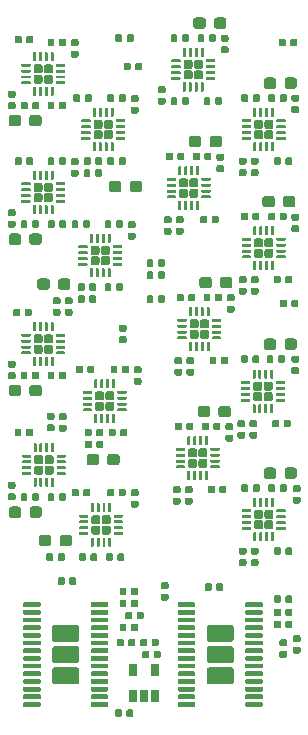
<source format=gtp>
G04 #@! TF.GenerationSoftware,KiCad,Pcbnew,5.1.5+dfsg1-2build2*
G04 #@! TF.CreationDate,2020-08-06T15:55:44-04:00*
G04 #@! TF.ProjectId,Motor_Board,4d6f746f-725f-4426-9f61-72642e6b6963,rev?*
G04 #@! TF.SameCoordinates,Original*
G04 #@! TF.FileFunction,Paste,Top*
G04 #@! TF.FilePolarity,Positive*
%FSLAX46Y46*%
G04 Gerber Fmt 4.6, Leading zero omitted, Abs format (unit mm)*
G04 Created by KiCad (PCBNEW 5.1.5+dfsg1-2build2) date 2020-08-06 15:55:44*
%MOMM*%
%LPD*%
G04 APERTURE LIST*
%ADD10C,0.100000*%
%ADD11R,0.650000X1.060000*%
G04 APERTURE END LIST*
D10*
G04 #@! TO.C,C13*
G36*
X66861958Y-89032710D02*
G01*
X66876276Y-89034834D01*
X66890317Y-89038351D01*
X66903946Y-89043228D01*
X66917031Y-89049417D01*
X66929447Y-89056858D01*
X66941073Y-89065481D01*
X66951798Y-89075202D01*
X66961519Y-89085927D01*
X66970142Y-89097553D01*
X66977583Y-89109969D01*
X66983772Y-89123054D01*
X66988649Y-89136683D01*
X66992166Y-89150724D01*
X66994290Y-89165042D01*
X66995000Y-89179500D01*
X66995000Y-89474500D01*
X66994290Y-89488958D01*
X66992166Y-89503276D01*
X66988649Y-89517317D01*
X66983772Y-89530946D01*
X66977583Y-89544031D01*
X66970142Y-89556447D01*
X66961519Y-89568073D01*
X66951798Y-89578798D01*
X66941073Y-89588519D01*
X66929447Y-89597142D01*
X66917031Y-89604583D01*
X66903946Y-89610772D01*
X66890317Y-89615649D01*
X66876276Y-89619166D01*
X66861958Y-89621290D01*
X66847500Y-89622000D01*
X66502500Y-89622000D01*
X66488042Y-89621290D01*
X66473724Y-89619166D01*
X66459683Y-89615649D01*
X66446054Y-89610772D01*
X66432969Y-89604583D01*
X66420553Y-89597142D01*
X66408927Y-89588519D01*
X66398202Y-89578798D01*
X66388481Y-89568073D01*
X66379858Y-89556447D01*
X66372417Y-89544031D01*
X66366228Y-89530946D01*
X66361351Y-89517317D01*
X66357834Y-89503276D01*
X66355710Y-89488958D01*
X66355000Y-89474500D01*
X66355000Y-89179500D01*
X66355710Y-89165042D01*
X66357834Y-89150724D01*
X66361351Y-89136683D01*
X66366228Y-89123054D01*
X66372417Y-89109969D01*
X66379858Y-89097553D01*
X66388481Y-89085927D01*
X66398202Y-89075202D01*
X66408927Y-89065481D01*
X66420553Y-89056858D01*
X66432969Y-89049417D01*
X66446054Y-89043228D01*
X66459683Y-89038351D01*
X66473724Y-89034834D01*
X66488042Y-89032710D01*
X66502500Y-89032000D01*
X66847500Y-89032000D01*
X66861958Y-89032710D01*
G37*
G36*
X66861958Y-90002710D02*
G01*
X66876276Y-90004834D01*
X66890317Y-90008351D01*
X66903946Y-90013228D01*
X66917031Y-90019417D01*
X66929447Y-90026858D01*
X66941073Y-90035481D01*
X66951798Y-90045202D01*
X66961519Y-90055927D01*
X66970142Y-90067553D01*
X66977583Y-90079969D01*
X66983772Y-90093054D01*
X66988649Y-90106683D01*
X66992166Y-90120724D01*
X66994290Y-90135042D01*
X66995000Y-90149500D01*
X66995000Y-90444500D01*
X66994290Y-90458958D01*
X66992166Y-90473276D01*
X66988649Y-90487317D01*
X66983772Y-90500946D01*
X66977583Y-90514031D01*
X66970142Y-90526447D01*
X66961519Y-90538073D01*
X66951798Y-90548798D01*
X66941073Y-90558519D01*
X66929447Y-90567142D01*
X66917031Y-90574583D01*
X66903946Y-90580772D01*
X66890317Y-90585649D01*
X66876276Y-90589166D01*
X66861958Y-90591290D01*
X66847500Y-90592000D01*
X66502500Y-90592000D01*
X66488042Y-90591290D01*
X66473724Y-90589166D01*
X66459683Y-90585649D01*
X66446054Y-90580772D01*
X66432969Y-90574583D01*
X66420553Y-90567142D01*
X66408927Y-90558519D01*
X66398202Y-90548798D01*
X66388481Y-90538073D01*
X66379858Y-90526447D01*
X66372417Y-90514031D01*
X66366228Y-90500946D01*
X66361351Y-90487317D01*
X66357834Y-90473276D01*
X66355710Y-90458958D01*
X66355000Y-90444500D01*
X66355000Y-90149500D01*
X66355710Y-90135042D01*
X66357834Y-90120724D01*
X66361351Y-90106683D01*
X66366228Y-90093054D01*
X66372417Y-90079969D01*
X66379858Y-90067553D01*
X66388481Y-90055927D01*
X66398202Y-90045202D01*
X66408927Y-90035481D01*
X66420553Y-90026858D01*
X66432969Y-90019417D01*
X66446054Y-90013228D01*
X66459683Y-90008351D01*
X66473724Y-90004834D01*
X66488042Y-90002710D01*
X66502500Y-90002000D01*
X66847500Y-90002000D01*
X66861958Y-90002710D01*
G37*
G04 #@! TD*
G04 #@! TO.C,C1*
G36*
X75876958Y-141412710D02*
G01*
X75891276Y-141414834D01*
X75905317Y-141418351D01*
X75918946Y-141423228D01*
X75932031Y-141429417D01*
X75944447Y-141436858D01*
X75956073Y-141445481D01*
X75966798Y-141455202D01*
X75976519Y-141465927D01*
X75985142Y-141477553D01*
X75992583Y-141489969D01*
X75998772Y-141503054D01*
X76003649Y-141516683D01*
X76007166Y-141530724D01*
X76009290Y-141545042D01*
X76010000Y-141559500D01*
X76010000Y-141904500D01*
X76009290Y-141918958D01*
X76007166Y-141933276D01*
X76003649Y-141947317D01*
X75998772Y-141960946D01*
X75992583Y-141974031D01*
X75985142Y-141986447D01*
X75976519Y-141998073D01*
X75966798Y-142008798D01*
X75956073Y-142018519D01*
X75944447Y-142027142D01*
X75932031Y-142034583D01*
X75918946Y-142040772D01*
X75905317Y-142045649D01*
X75891276Y-142049166D01*
X75876958Y-142051290D01*
X75862500Y-142052000D01*
X75567500Y-142052000D01*
X75553042Y-142051290D01*
X75538724Y-142049166D01*
X75524683Y-142045649D01*
X75511054Y-142040772D01*
X75497969Y-142034583D01*
X75485553Y-142027142D01*
X75473927Y-142018519D01*
X75463202Y-142008798D01*
X75453481Y-141998073D01*
X75444858Y-141986447D01*
X75437417Y-141974031D01*
X75431228Y-141960946D01*
X75426351Y-141947317D01*
X75422834Y-141933276D01*
X75420710Y-141918958D01*
X75420000Y-141904500D01*
X75420000Y-141559500D01*
X75420710Y-141545042D01*
X75422834Y-141530724D01*
X75426351Y-141516683D01*
X75431228Y-141503054D01*
X75437417Y-141489969D01*
X75444858Y-141477553D01*
X75453481Y-141465927D01*
X75463202Y-141455202D01*
X75473927Y-141445481D01*
X75485553Y-141436858D01*
X75497969Y-141429417D01*
X75511054Y-141423228D01*
X75524683Y-141418351D01*
X75538724Y-141414834D01*
X75553042Y-141412710D01*
X75567500Y-141412000D01*
X75862500Y-141412000D01*
X75876958Y-141412710D01*
G37*
G36*
X76846958Y-141412710D02*
G01*
X76861276Y-141414834D01*
X76875317Y-141418351D01*
X76888946Y-141423228D01*
X76902031Y-141429417D01*
X76914447Y-141436858D01*
X76926073Y-141445481D01*
X76936798Y-141455202D01*
X76946519Y-141465927D01*
X76955142Y-141477553D01*
X76962583Y-141489969D01*
X76968772Y-141503054D01*
X76973649Y-141516683D01*
X76977166Y-141530724D01*
X76979290Y-141545042D01*
X76980000Y-141559500D01*
X76980000Y-141904500D01*
X76979290Y-141918958D01*
X76977166Y-141933276D01*
X76973649Y-141947317D01*
X76968772Y-141960946D01*
X76962583Y-141974031D01*
X76955142Y-141986447D01*
X76946519Y-141998073D01*
X76936798Y-142008798D01*
X76926073Y-142018519D01*
X76914447Y-142027142D01*
X76902031Y-142034583D01*
X76888946Y-142040772D01*
X76875317Y-142045649D01*
X76861276Y-142049166D01*
X76846958Y-142051290D01*
X76832500Y-142052000D01*
X76537500Y-142052000D01*
X76523042Y-142051290D01*
X76508724Y-142049166D01*
X76494683Y-142045649D01*
X76481054Y-142040772D01*
X76467969Y-142034583D01*
X76455553Y-142027142D01*
X76443927Y-142018519D01*
X76433202Y-142008798D01*
X76423481Y-141998073D01*
X76414858Y-141986447D01*
X76407417Y-141974031D01*
X76401228Y-141960946D01*
X76396351Y-141947317D01*
X76392834Y-141933276D01*
X76390710Y-141918958D01*
X76390000Y-141904500D01*
X76390000Y-141559500D01*
X76390710Y-141545042D01*
X76392834Y-141530724D01*
X76396351Y-141516683D01*
X76401228Y-141503054D01*
X76407417Y-141489969D01*
X76414858Y-141477553D01*
X76423481Y-141465927D01*
X76433202Y-141455202D01*
X76443927Y-141445481D01*
X76455553Y-141436858D01*
X76467969Y-141429417D01*
X76481054Y-141423228D01*
X76494683Y-141418351D01*
X76508724Y-141414834D01*
X76523042Y-141412710D01*
X76537500Y-141412000D01*
X76832500Y-141412000D01*
X76846958Y-141412710D01*
G37*
G04 #@! TD*
G04 #@! TO.C,C2*
G36*
X77227958Y-131125710D02*
G01*
X77242276Y-131127834D01*
X77256317Y-131131351D01*
X77269946Y-131136228D01*
X77283031Y-131142417D01*
X77295447Y-131149858D01*
X77307073Y-131158481D01*
X77317798Y-131168202D01*
X77327519Y-131178927D01*
X77336142Y-131190553D01*
X77343583Y-131202969D01*
X77349772Y-131216054D01*
X77354649Y-131229683D01*
X77358166Y-131243724D01*
X77360290Y-131258042D01*
X77361000Y-131272500D01*
X77361000Y-131617500D01*
X77360290Y-131631958D01*
X77358166Y-131646276D01*
X77354649Y-131660317D01*
X77349772Y-131673946D01*
X77343583Y-131687031D01*
X77336142Y-131699447D01*
X77327519Y-131711073D01*
X77317798Y-131721798D01*
X77307073Y-131731519D01*
X77295447Y-131740142D01*
X77283031Y-131747583D01*
X77269946Y-131753772D01*
X77256317Y-131758649D01*
X77242276Y-131762166D01*
X77227958Y-131764290D01*
X77213500Y-131765000D01*
X76918500Y-131765000D01*
X76904042Y-131764290D01*
X76889724Y-131762166D01*
X76875683Y-131758649D01*
X76862054Y-131753772D01*
X76848969Y-131747583D01*
X76836553Y-131740142D01*
X76824927Y-131731519D01*
X76814202Y-131721798D01*
X76804481Y-131711073D01*
X76795858Y-131699447D01*
X76788417Y-131687031D01*
X76782228Y-131673946D01*
X76777351Y-131660317D01*
X76773834Y-131646276D01*
X76771710Y-131631958D01*
X76771000Y-131617500D01*
X76771000Y-131272500D01*
X76771710Y-131258042D01*
X76773834Y-131243724D01*
X76777351Y-131229683D01*
X76782228Y-131216054D01*
X76788417Y-131202969D01*
X76795858Y-131190553D01*
X76804481Y-131178927D01*
X76814202Y-131168202D01*
X76824927Y-131158481D01*
X76836553Y-131149858D01*
X76848969Y-131142417D01*
X76862054Y-131136228D01*
X76875683Y-131131351D01*
X76889724Y-131127834D01*
X76904042Y-131125710D01*
X76918500Y-131125000D01*
X77213500Y-131125000D01*
X77227958Y-131125710D01*
G37*
G36*
X76257958Y-131125710D02*
G01*
X76272276Y-131127834D01*
X76286317Y-131131351D01*
X76299946Y-131136228D01*
X76313031Y-131142417D01*
X76325447Y-131149858D01*
X76337073Y-131158481D01*
X76347798Y-131168202D01*
X76357519Y-131178927D01*
X76366142Y-131190553D01*
X76373583Y-131202969D01*
X76379772Y-131216054D01*
X76384649Y-131229683D01*
X76388166Y-131243724D01*
X76390290Y-131258042D01*
X76391000Y-131272500D01*
X76391000Y-131617500D01*
X76390290Y-131631958D01*
X76388166Y-131646276D01*
X76384649Y-131660317D01*
X76379772Y-131673946D01*
X76373583Y-131687031D01*
X76366142Y-131699447D01*
X76357519Y-131711073D01*
X76347798Y-131721798D01*
X76337073Y-131731519D01*
X76325447Y-131740142D01*
X76313031Y-131747583D01*
X76299946Y-131753772D01*
X76286317Y-131758649D01*
X76272276Y-131762166D01*
X76257958Y-131764290D01*
X76243500Y-131765000D01*
X75948500Y-131765000D01*
X75934042Y-131764290D01*
X75919724Y-131762166D01*
X75905683Y-131758649D01*
X75892054Y-131753772D01*
X75878969Y-131747583D01*
X75866553Y-131740142D01*
X75854927Y-131731519D01*
X75844202Y-131721798D01*
X75834481Y-131711073D01*
X75825858Y-131699447D01*
X75818417Y-131687031D01*
X75812228Y-131673946D01*
X75807351Y-131660317D01*
X75803834Y-131646276D01*
X75801710Y-131631958D01*
X75801000Y-131617500D01*
X75801000Y-131272500D01*
X75801710Y-131258042D01*
X75803834Y-131243724D01*
X75807351Y-131229683D01*
X75812228Y-131216054D01*
X75818417Y-131202969D01*
X75825858Y-131190553D01*
X75834481Y-131178927D01*
X75844202Y-131168202D01*
X75854927Y-131158481D01*
X75866553Y-131149858D01*
X75878969Y-131142417D01*
X75892054Y-131136228D01*
X75905683Y-131131351D01*
X75919724Y-131127834D01*
X75934042Y-131125710D01*
X75948500Y-131125000D01*
X76243500Y-131125000D01*
X76257958Y-131125710D01*
G37*
G04 #@! TD*
G04 #@! TO.C,C3*
G36*
X90308958Y-131760710D02*
G01*
X90323276Y-131762834D01*
X90337317Y-131766351D01*
X90350946Y-131771228D01*
X90364031Y-131777417D01*
X90376447Y-131784858D01*
X90388073Y-131793481D01*
X90398798Y-131803202D01*
X90408519Y-131813927D01*
X90417142Y-131825553D01*
X90424583Y-131837969D01*
X90430772Y-131851054D01*
X90435649Y-131864683D01*
X90439166Y-131878724D01*
X90441290Y-131893042D01*
X90442000Y-131907500D01*
X90442000Y-132252500D01*
X90441290Y-132266958D01*
X90439166Y-132281276D01*
X90435649Y-132295317D01*
X90430772Y-132308946D01*
X90424583Y-132322031D01*
X90417142Y-132334447D01*
X90408519Y-132346073D01*
X90398798Y-132356798D01*
X90388073Y-132366519D01*
X90376447Y-132375142D01*
X90364031Y-132382583D01*
X90350946Y-132388772D01*
X90337317Y-132393649D01*
X90323276Y-132397166D01*
X90308958Y-132399290D01*
X90294500Y-132400000D01*
X89999500Y-132400000D01*
X89985042Y-132399290D01*
X89970724Y-132397166D01*
X89956683Y-132393649D01*
X89943054Y-132388772D01*
X89929969Y-132382583D01*
X89917553Y-132375142D01*
X89905927Y-132366519D01*
X89895202Y-132356798D01*
X89885481Y-132346073D01*
X89876858Y-132334447D01*
X89869417Y-132322031D01*
X89863228Y-132308946D01*
X89858351Y-132295317D01*
X89854834Y-132281276D01*
X89852710Y-132266958D01*
X89852000Y-132252500D01*
X89852000Y-131907500D01*
X89852710Y-131893042D01*
X89854834Y-131878724D01*
X89858351Y-131864683D01*
X89863228Y-131851054D01*
X89869417Y-131837969D01*
X89876858Y-131825553D01*
X89885481Y-131813927D01*
X89895202Y-131803202D01*
X89905927Y-131793481D01*
X89917553Y-131784858D01*
X89929969Y-131777417D01*
X89943054Y-131771228D01*
X89956683Y-131766351D01*
X89970724Y-131762834D01*
X89985042Y-131760710D01*
X89999500Y-131760000D01*
X90294500Y-131760000D01*
X90308958Y-131760710D01*
G37*
G36*
X89338958Y-131760710D02*
G01*
X89353276Y-131762834D01*
X89367317Y-131766351D01*
X89380946Y-131771228D01*
X89394031Y-131777417D01*
X89406447Y-131784858D01*
X89418073Y-131793481D01*
X89428798Y-131803202D01*
X89438519Y-131813927D01*
X89447142Y-131825553D01*
X89454583Y-131837969D01*
X89460772Y-131851054D01*
X89465649Y-131864683D01*
X89469166Y-131878724D01*
X89471290Y-131893042D01*
X89472000Y-131907500D01*
X89472000Y-132252500D01*
X89471290Y-132266958D01*
X89469166Y-132281276D01*
X89465649Y-132295317D01*
X89460772Y-132308946D01*
X89454583Y-132322031D01*
X89447142Y-132334447D01*
X89438519Y-132346073D01*
X89428798Y-132356798D01*
X89418073Y-132366519D01*
X89406447Y-132375142D01*
X89394031Y-132382583D01*
X89380946Y-132388772D01*
X89367317Y-132393649D01*
X89353276Y-132397166D01*
X89338958Y-132399290D01*
X89324500Y-132400000D01*
X89029500Y-132400000D01*
X89015042Y-132399290D01*
X89000724Y-132397166D01*
X88986683Y-132393649D01*
X88973054Y-132388772D01*
X88959969Y-132382583D01*
X88947553Y-132375142D01*
X88935927Y-132366519D01*
X88925202Y-132356798D01*
X88915481Y-132346073D01*
X88906858Y-132334447D01*
X88899417Y-132322031D01*
X88893228Y-132308946D01*
X88888351Y-132295317D01*
X88884834Y-132281276D01*
X88882710Y-132266958D01*
X88882000Y-132252500D01*
X88882000Y-131907500D01*
X88882710Y-131893042D01*
X88884834Y-131878724D01*
X88888351Y-131864683D01*
X88893228Y-131851054D01*
X88899417Y-131837969D01*
X88906858Y-131825553D01*
X88915481Y-131813927D01*
X88925202Y-131803202D01*
X88935927Y-131793481D01*
X88947553Y-131784858D01*
X88959969Y-131777417D01*
X88973054Y-131771228D01*
X88986683Y-131766351D01*
X89000724Y-131762834D01*
X89015042Y-131760710D01*
X89029500Y-131760000D01*
X89324500Y-131760000D01*
X89338958Y-131760710D01*
G37*
G04 #@! TD*
G04 #@! TO.C,C4*
G36*
X76742958Y-133157710D02*
G01*
X76757276Y-133159834D01*
X76771317Y-133163351D01*
X76784946Y-133168228D01*
X76798031Y-133174417D01*
X76810447Y-133181858D01*
X76822073Y-133190481D01*
X76832798Y-133200202D01*
X76842519Y-133210927D01*
X76851142Y-133222553D01*
X76858583Y-133234969D01*
X76864772Y-133248054D01*
X76869649Y-133261683D01*
X76873166Y-133275724D01*
X76875290Y-133290042D01*
X76876000Y-133304500D01*
X76876000Y-133649500D01*
X76875290Y-133663958D01*
X76873166Y-133678276D01*
X76869649Y-133692317D01*
X76864772Y-133705946D01*
X76858583Y-133719031D01*
X76851142Y-133731447D01*
X76842519Y-133743073D01*
X76832798Y-133753798D01*
X76822073Y-133763519D01*
X76810447Y-133772142D01*
X76798031Y-133779583D01*
X76784946Y-133785772D01*
X76771317Y-133790649D01*
X76757276Y-133794166D01*
X76742958Y-133796290D01*
X76728500Y-133797000D01*
X76433500Y-133797000D01*
X76419042Y-133796290D01*
X76404724Y-133794166D01*
X76390683Y-133790649D01*
X76377054Y-133785772D01*
X76363969Y-133779583D01*
X76351553Y-133772142D01*
X76339927Y-133763519D01*
X76329202Y-133753798D01*
X76319481Y-133743073D01*
X76310858Y-133731447D01*
X76303417Y-133719031D01*
X76297228Y-133705946D01*
X76292351Y-133692317D01*
X76288834Y-133678276D01*
X76286710Y-133663958D01*
X76286000Y-133649500D01*
X76286000Y-133304500D01*
X76286710Y-133290042D01*
X76288834Y-133275724D01*
X76292351Y-133261683D01*
X76297228Y-133248054D01*
X76303417Y-133234969D01*
X76310858Y-133222553D01*
X76319481Y-133210927D01*
X76329202Y-133200202D01*
X76339927Y-133190481D01*
X76351553Y-133181858D01*
X76363969Y-133174417D01*
X76377054Y-133168228D01*
X76390683Y-133163351D01*
X76404724Y-133159834D01*
X76419042Y-133157710D01*
X76433500Y-133157000D01*
X76728500Y-133157000D01*
X76742958Y-133157710D01*
G37*
G36*
X77712958Y-133157710D02*
G01*
X77727276Y-133159834D01*
X77741317Y-133163351D01*
X77754946Y-133168228D01*
X77768031Y-133174417D01*
X77780447Y-133181858D01*
X77792073Y-133190481D01*
X77802798Y-133200202D01*
X77812519Y-133210927D01*
X77821142Y-133222553D01*
X77828583Y-133234969D01*
X77834772Y-133248054D01*
X77839649Y-133261683D01*
X77843166Y-133275724D01*
X77845290Y-133290042D01*
X77846000Y-133304500D01*
X77846000Y-133649500D01*
X77845290Y-133663958D01*
X77843166Y-133678276D01*
X77839649Y-133692317D01*
X77834772Y-133705946D01*
X77828583Y-133719031D01*
X77821142Y-133731447D01*
X77812519Y-133743073D01*
X77802798Y-133753798D01*
X77792073Y-133763519D01*
X77780447Y-133772142D01*
X77768031Y-133779583D01*
X77754946Y-133785772D01*
X77741317Y-133790649D01*
X77727276Y-133794166D01*
X77712958Y-133796290D01*
X77698500Y-133797000D01*
X77403500Y-133797000D01*
X77389042Y-133796290D01*
X77374724Y-133794166D01*
X77360683Y-133790649D01*
X77347054Y-133785772D01*
X77333969Y-133779583D01*
X77321553Y-133772142D01*
X77309927Y-133763519D01*
X77299202Y-133753798D01*
X77289481Y-133743073D01*
X77280858Y-133731447D01*
X77273417Y-133719031D01*
X77267228Y-133705946D01*
X77262351Y-133692317D01*
X77258834Y-133678276D01*
X77256710Y-133663958D01*
X77256000Y-133649500D01*
X77256000Y-133304500D01*
X77256710Y-133290042D01*
X77258834Y-133275724D01*
X77262351Y-133261683D01*
X77267228Y-133248054D01*
X77273417Y-133234969D01*
X77280858Y-133222553D01*
X77289481Y-133210927D01*
X77299202Y-133200202D01*
X77309927Y-133190481D01*
X77321553Y-133181858D01*
X77333969Y-133174417D01*
X77347054Y-133168228D01*
X77360683Y-133163351D01*
X77374724Y-133159834D01*
X77389042Y-133157710D01*
X77403500Y-133157000D01*
X77698500Y-133157000D01*
X77712958Y-133157710D01*
G37*
G04 #@! TD*
G04 #@! TO.C,C5*
G36*
X89338958Y-133919710D02*
G01*
X89353276Y-133921834D01*
X89367317Y-133925351D01*
X89380946Y-133930228D01*
X89394031Y-133936417D01*
X89406447Y-133943858D01*
X89418073Y-133952481D01*
X89428798Y-133962202D01*
X89438519Y-133972927D01*
X89447142Y-133984553D01*
X89454583Y-133996969D01*
X89460772Y-134010054D01*
X89465649Y-134023683D01*
X89469166Y-134037724D01*
X89471290Y-134052042D01*
X89472000Y-134066500D01*
X89472000Y-134411500D01*
X89471290Y-134425958D01*
X89469166Y-134440276D01*
X89465649Y-134454317D01*
X89460772Y-134467946D01*
X89454583Y-134481031D01*
X89447142Y-134493447D01*
X89438519Y-134505073D01*
X89428798Y-134515798D01*
X89418073Y-134525519D01*
X89406447Y-134534142D01*
X89394031Y-134541583D01*
X89380946Y-134547772D01*
X89367317Y-134552649D01*
X89353276Y-134556166D01*
X89338958Y-134558290D01*
X89324500Y-134559000D01*
X89029500Y-134559000D01*
X89015042Y-134558290D01*
X89000724Y-134556166D01*
X88986683Y-134552649D01*
X88973054Y-134547772D01*
X88959969Y-134541583D01*
X88947553Y-134534142D01*
X88935927Y-134525519D01*
X88925202Y-134515798D01*
X88915481Y-134505073D01*
X88906858Y-134493447D01*
X88899417Y-134481031D01*
X88893228Y-134467946D01*
X88888351Y-134454317D01*
X88884834Y-134440276D01*
X88882710Y-134425958D01*
X88882000Y-134411500D01*
X88882000Y-134066500D01*
X88882710Y-134052042D01*
X88884834Y-134037724D01*
X88888351Y-134023683D01*
X88893228Y-134010054D01*
X88899417Y-133996969D01*
X88906858Y-133984553D01*
X88915481Y-133972927D01*
X88925202Y-133962202D01*
X88935927Y-133952481D01*
X88947553Y-133943858D01*
X88959969Y-133936417D01*
X88973054Y-133930228D01*
X88986683Y-133925351D01*
X89000724Y-133921834D01*
X89015042Y-133919710D01*
X89029500Y-133919000D01*
X89324500Y-133919000D01*
X89338958Y-133919710D01*
G37*
G36*
X90308958Y-133919710D02*
G01*
X90323276Y-133921834D01*
X90337317Y-133925351D01*
X90350946Y-133930228D01*
X90364031Y-133936417D01*
X90376447Y-133943858D01*
X90388073Y-133952481D01*
X90398798Y-133962202D01*
X90408519Y-133972927D01*
X90417142Y-133984553D01*
X90424583Y-133996969D01*
X90430772Y-134010054D01*
X90435649Y-134023683D01*
X90439166Y-134037724D01*
X90441290Y-134052042D01*
X90442000Y-134066500D01*
X90442000Y-134411500D01*
X90441290Y-134425958D01*
X90439166Y-134440276D01*
X90435649Y-134454317D01*
X90430772Y-134467946D01*
X90424583Y-134481031D01*
X90417142Y-134493447D01*
X90408519Y-134505073D01*
X90398798Y-134515798D01*
X90388073Y-134525519D01*
X90376447Y-134534142D01*
X90364031Y-134541583D01*
X90350946Y-134547772D01*
X90337317Y-134552649D01*
X90323276Y-134556166D01*
X90308958Y-134558290D01*
X90294500Y-134559000D01*
X89999500Y-134559000D01*
X89985042Y-134558290D01*
X89970724Y-134556166D01*
X89956683Y-134552649D01*
X89943054Y-134547772D01*
X89929969Y-134541583D01*
X89917553Y-134534142D01*
X89905927Y-134525519D01*
X89895202Y-134515798D01*
X89885481Y-134505073D01*
X89876858Y-134493447D01*
X89869417Y-134481031D01*
X89863228Y-134467946D01*
X89858351Y-134454317D01*
X89854834Y-134440276D01*
X89852710Y-134425958D01*
X89852000Y-134411500D01*
X89852000Y-134066500D01*
X89852710Y-134052042D01*
X89854834Y-134037724D01*
X89858351Y-134023683D01*
X89863228Y-134010054D01*
X89869417Y-133996969D01*
X89876858Y-133984553D01*
X89885481Y-133972927D01*
X89895202Y-133962202D01*
X89905927Y-133952481D01*
X89917553Y-133943858D01*
X89929969Y-133936417D01*
X89943054Y-133930228D01*
X89956683Y-133925351D01*
X89970724Y-133921834D01*
X89985042Y-133919710D01*
X89999500Y-133919000D01*
X90294500Y-133919000D01*
X90308958Y-133919710D01*
G37*
G04 #@! TD*
G04 #@! TO.C,C6*
G36*
X78185958Y-136459710D02*
G01*
X78200276Y-136461834D01*
X78214317Y-136465351D01*
X78227946Y-136470228D01*
X78241031Y-136476417D01*
X78253447Y-136483858D01*
X78265073Y-136492481D01*
X78275798Y-136502202D01*
X78285519Y-136512927D01*
X78294142Y-136524553D01*
X78301583Y-136536969D01*
X78307772Y-136550054D01*
X78312649Y-136563683D01*
X78316166Y-136577724D01*
X78318290Y-136592042D01*
X78319000Y-136606500D01*
X78319000Y-136951500D01*
X78318290Y-136965958D01*
X78316166Y-136980276D01*
X78312649Y-136994317D01*
X78307772Y-137007946D01*
X78301583Y-137021031D01*
X78294142Y-137033447D01*
X78285519Y-137045073D01*
X78275798Y-137055798D01*
X78265073Y-137065519D01*
X78253447Y-137074142D01*
X78241031Y-137081583D01*
X78227946Y-137087772D01*
X78214317Y-137092649D01*
X78200276Y-137096166D01*
X78185958Y-137098290D01*
X78171500Y-137099000D01*
X77876500Y-137099000D01*
X77862042Y-137098290D01*
X77847724Y-137096166D01*
X77833683Y-137092649D01*
X77820054Y-137087772D01*
X77806969Y-137081583D01*
X77794553Y-137074142D01*
X77782927Y-137065519D01*
X77772202Y-137055798D01*
X77762481Y-137045073D01*
X77753858Y-137033447D01*
X77746417Y-137021031D01*
X77740228Y-137007946D01*
X77735351Y-136994317D01*
X77731834Y-136980276D01*
X77729710Y-136965958D01*
X77729000Y-136951500D01*
X77729000Y-136606500D01*
X77729710Y-136592042D01*
X77731834Y-136577724D01*
X77735351Y-136563683D01*
X77740228Y-136550054D01*
X77746417Y-136536969D01*
X77753858Y-136524553D01*
X77762481Y-136512927D01*
X77772202Y-136502202D01*
X77782927Y-136492481D01*
X77794553Y-136483858D01*
X77806969Y-136476417D01*
X77820054Y-136470228D01*
X77833683Y-136465351D01*
X77847724Y-136461834D01*
X77862042Y-136459710D01*
X77876500Y-136459000D01*
X78171500Y-136459000D01*
X78185958Y-136459710D01*
G37*
G36*
X79155958Y-136459710D02*
G01*
X79170276Y-136461834D01*
X79184317Y-136465351D01*
X79197946Y-136470228D01*
X79211031Y-136476417D01*
X79223447Y-136483858D01*
X79235073Y-136492481D01*
X79245798Y-136502202D01*
X79255519Y-136512927D01*
X79264142Y-136524553D01*
X79271583Y-136536969D01*
X79277772Y-136550054D01*
X79282649Y-136563683D01*
X79286166Y-136577724D01*
X79288290Y-136592042D01*
X79289000Y-136606500D01*
X79289000Y-136951500D01*
X79288290Y-136965958D01*
X79286166Y-136980276D01*
X79282649Y-136994317D01*
X79277772Y-137007946D01*
X79271583Y-137021031D01*
X79264142Y-137033447D01*
X79255519Y-137045073D01*
X79245798Y-137055798D01*
X79235073Y-137065519D01*
X79223447Y-137074142D01*
X79211031Y-137081583D01*
X79197946Y-137087772D01*
X79184317Y-137092649D01*
X79170276Y-137096166D01*
X79155958Y-137098290D01*
X79141500Y-137099000D01*
X78846500Y-137099000D01*
X78832042Y-137098290D01*
X78817724Y-137096166D01*
X78803683Y-137092649D01*
X78790054Y-137087772D01*
X78776969Y-137081583D01*
X78764553Y-137074142D01*
X78752927Y-137065519D01*
X78742202Y-137055798D01*
X78732481Y-137045073D01*
X78723858Y-137033447D01*
X78716417Y-137021031D01*
X78710228Y-137007946D01*
X78705351Y-136994317D01*
X78701834Y-136980276D01*
X78699710Y-136965958D01*
X78699000Y-136951500D01*
X78699000Y-136606500D01*
X78699710Y-136592042D01*
X78701834Y-136577724D01*
X78705351Y-136563683D01*
X78710228Y-136550054D01*
X78716417Y-136536969D01*
X78723858Y-136524553D01*
X78732481Y-136512927D01*
X78742202Y-136502202D01*
X78752927Y-136492481D01*
X78764553Y-136483858D01*
X78776969Y-136476417D01*
X78790054Y-136470228D01*
X78803683Y-136465351D01*
X78817724Y-136461834D01*
X78832042Y-136459710D01*
X78846500Y-136459000D01*
X79141500Y-136459000D01*
X79155958Y-136459710D01*
G37*
G04 #@! TD*
G04 #@! TO.C,C7*
G36*
X71027958Y-130236710D02*
G01*
X71042276Y-130238834D01*
X71056317Y-130242351D01*
X71069946Y-130247228D01*
X71083031Y-130253417D01*
X71095447Y-130260858D01*
X71107073Y-130269481D01*
X71117798Y-130279202D01*
X71127519Y-130289927D01*
X71136142Y-130301553D01*
X71143583Y-130313969D01*
X71149772Y-130327054D01*
X71154649Y-130340683D01*
X71158166Y-130354724D01*
X71160290Y-130369042D01*
X71161000Y-130383500D01*
X71161000Y-130728500D01*
X71160290Y-130742958D01*
X71158166Y-130757276D01*
X71154649Y-130771317D01*
X71149772Y-130784946D01*
X71143583Y-130798031D01*
X71136142Y-130810447D01*
X71127519Y-130822073D01*
X71117798Y-130832798D01*
X71107073Y-130842519D01*
X71095447Y-130851142D01*
X71083031Y-130858583D01*
X71069946Y-130864772D01*
X71056317Y-130869649D01*
X71042276Y-130873166D01*
X71027958Y-130875290D01*
X71013500Y-130876000D01*
X70718500Y-130876000D01*
X70704042Y-130875290D01*
X70689724Y-130873166D01*
X70675683Y-130869649D01*
X70662054Y-130864772D01*
X70648969Y-130858583D01*
X70636553Y-130851142D01*
X70624927Y-130842519D01*
X70614202Y-130832798D01*
X70604481Y-130822073D01*
X70595858Y-130810447D01*
X70588417Y-130798031D01*
X70582228Y-130784946D01*
X70577351Y-130771317D01*
X70573834Y-130757276D01*
X70571710Y-130742958D01*
X70571000Y-130728500D01*
X70571000Y-130383500D01*
X70571710Y-130369042D01*
X70573834Y-130354724D01*
X70577351Y-130340683D01*
X70582228Y-130327054D01*
X70588417Y-130313969D01*
X70595858Y-130301553D01*
X70604481Y-130289927D01*
X70614202Y-130279202D01*
X70624927Y-130269481D01*
X70636553Y-130260858D01*
X70648969Y-130253417D01*
X70662054Y-130247228D01*
X70675683Y-130242351D01*
X70689724Y-130238834D01*
X70704042Y-130236710D01*
X70718500Y-130236000D01*
X71013500Y-130236000D01*
X71027958Y-130236710D01*
G37*
G36*
X71997958Y-130236710D02*
G01*
X72012276Y-130238834D01*
X72026317Y-130242351D01*
X72039946Y-130247228D01*
X72053031Y-130253417D01*
X72065447Y-130260858D01*
X72077073Y-130269481D01*
X72087798Y-130279202D01*
X72097519Y-130289927D01*
X72106142Y-130301553D01*
X72113583Y-130313969D01*
X72119772Y-130327054D01*
X72124649Y-130340683D01*
X72128166Y-130354724D01*
X72130290Y-130369042D01*
X72131000Y-130383500D01*
X72131000Y-130728500D01*
X72130290Y-130742958D01*
X72128166Y-130757276D01*
X72124649Y-130771317D01*
X72119772Y-130784946D01*
X72113583Y-130798031D01*
X72106142Y-130810447D01*
X72097519Y-130822073D01*
X72087798Y-130832798D01*
X72077073Y-130842519D01*
X72065447Y-130851142D01*
X72053031Y-130858583D01*
X72039946Y-130864772D01*
X72026317Y-130869649D01*
X72012276Y-130873166D01*
X71997958Y-130875290D01*
X71983500Y-130876000D01*
X71688500Y-130876000D01*
X71674042Y-130875290D01*
X71659724Y-130873166D01*
X71645683Y-130869649D01*
X71632054Y-130864772D01*
X71618969Y-130858583D01*
X71606553Y-130851142D01*
X71594927Y-130842519D01*
X71584202Y-130832798D01*
X71574481Y-130822073D01*
X71565858Y-130810447D01*
X71558417Y-130798031D01*
X71552228Y-130784946D01*
X71547351Y-130771317D01*
X71543834Y-130757276D01*
X71541710Y-130742958D01*
X71541000Y-130728500D01*
X71541000Y-130383500D01*
X71541710Y-130369042D01*
X71543834Y-130354724D01*
X71547351Y-130340683D01*
X71552228Y-130327054D01*
X71558417Y-130313969D01*
X71565858Y-130301553D01*
X71574481Y-130289927D01*
X71584202Y-130279202D01*
X71594927Y-130269481D01*
X71606553Y-130260858D01*
X71618969Y-130253417D01*
X71632054Y-130247228D01*
X71645683Y-130242351D01*
X71659724Y-130238834D01*
X71674042Y-130236710D01*
X71688500Y-130236000D01*
X71983500Y-130236000D01*
X71997958Y-130236710D01*
G37*
G04 #@! TD*
G04 #@! TO.C,C8*
G36*
X76869958Y-84262710D02*
G01*
X76884276Y-84264834D01*
X76898317Y-84268351D01*
X76911946Y-84273228D01*
X76925031Y-84279417D01*
X76937447Y-84286858D01*
X76949073Y-84295481D01*
X76959798Y-84305202D01*
X76969519Y-84315927D01*
X76978142Y-84327553D01*
X76985583Y-84339969D01*
X76991772Y-84353054D01*
X76996649Y-84366683D01*
X77000166Y-84380724D01*
X77002290Y-84395042D01*
X77003000Y-84409500D01*
X77003000Y-84754500D01*
X77002290Y-84768958D01*
X77000166Y-84783276D01*
X76996649Y-84797317D01*
X76991772Y-84810946D01*
X76985583Y-84824031D01*
X76978142Y-84836447D01*
X76969519Y-84848073D01*
X76959798Y-84858798D01*
X76949073Y-84868519D01*
X76937447Y-84877142D01*
X76925031Y-84884583D01*
X76911946Y-84890772D01*
X76898317Y-84895649D01*
X76884276Y-84899166D01*
X76869958Y-84901290D01*
X76855500Y-84902000D01*
X76560500Y-84902000D01*
X76546042Y-84901290D01*
X76531724Y-84899166D01*
X76517683Y-84895649D01*
X76504054Y-84890772D01*
X76490969Y-84884583D01*
X76478553Y-84877142D01*
X76466927Y-84868519D01*
X76456202Y-84858798D01*
X76446481Y-84848073D01*
X76437858Y-84836447D01*
X76430417Y-84824031D01*
X76424228Y-84810946D01*
X76419351Y-84797317D01*
X76415834Y-84783276D01*
X76413710Y-84768958D01*
X76413000Y-84754500D01*
X76413000Y-84409500D01*
X76413710Y-84395042D01*
X76415834Y-84380724D01*
X76419351Y-84366683D01*
X76424228Y-84353054D01*
X76430417Y-84339969D01*
X76437858Y-84327553D01*
X76446481Y-84315927D01*
X76456202Y-84305202D01*
X76466927Y-84295481D01*
X76478553Y-84286858D01*
X76490969Y-84279417D01*
X76504054Y-84273228D01*
X76517683Y-84268351D01*
X76531724Y-84264834D01*
X76546042Y-84262710D01*
X76560500Y-84262000D01*
X76855500Y-84262000D01*
X76869958Y-84262710D01*
G37*
G36*
X75899958Y-84262710D02*
G01*
X75914276Y-84264834D01*
X75928317Y-84268351D01*
X75941946Y-84273228D01*
X75955031Y-84279417D01*
X75967447Y-84286858D01*
X75979073Y-84295481D01*
X75989798Y-84305202D01*
X75999519Y-84315927D01*
X76008142Y-84327553D01*
X76015583Y-84339969D01*
X76021772Y-84353054D01*
X76026649Y-84366683D01*
X76030166Y-84380724D01*
X76032290Y-84395042D01*
X76033000Y-84409500D01*
X76033000Y-84754500D01*
X76032290Y-84768958D01*
X76030166Y-84783276D01*
X76026649Y-84797317D01*
X76021772Y-84810946D01*
X76015583Y-84824031D01*
X76008142Y-84836447D01*
X75999519Y-84848073D01*
X75989798Y-84858798D01*
X75979073Y-84868519D01*
X75967447Y-84877142D01*
X75955031Y-84884583D01*
X75941946Y-84890772D01*
X75928317Y-84895649D01*
X75914276Y-84899166D01*
X75899958Y-84901290D01*
X75885500Y-84902000D01*
X75590500Y-84902000D01*
X75576042Y-84901290D01*
X75561724Y-84899166D01*
X75547683Y-84895649D01*
X75534054Y-84890772D01*
X75520969Y-84884583D01*
X75508553Y-84877142D01*
X75496927Y-84868519D01*
X75486202Y-84858798D01*
X75476481Y-84848073D01*
X75467858Y-84836447D01*
X75460417Y-84824031D01*
X75454228Y-84810946D01*
X75449351Y-84797317D01*
X75445834Y-84783276D01*
X75443710Y-84768958D01*
X75443000Y-84754500D01*
X75443000Y-84409500D01*
X75443710Y-84395042D01*
X75445834Y-84380724D01*
X75449351Y-84366683D01*
X75454228Y-84353054D01*
X75460417Y-84339969D01*
X75467858Y-84327553D01*
X75476481Y-84315927D01*
X75486202Y-84305202D01*
X75496927Y-84295481D01*
X75508553Y-84286858D01*
X75520969Y-84279417D01*
X75534054Y-84273228D01*
X75547683Y-84268351D01*
X75561724Y-84264834D01*
X75576042Y-84262710D01*
X75590500Y-84262000D01*
X75885500Y-84262000D01*
X75899958Y-84262710D01*
G37*
G04 #@! TD*
G04 #@! TO.C,C9*
G36*
X90712958Y-84643710D02*
G01*
X90727276Y-84645834D01*
X90741317Y-84649351D01*
X90754946Y-84654228D01*
X90768031Y-84660417D01*
X90780447Y-84667858D01*
X90792073Y-84676481D01*
X90802798Y-84686202D01*
X90812519Y-84696927D01*
X90821142Y-84708553D01*
X90828583Y-84720969D01*
X90834772Y-84734054D01*
X90839649Y-84747683D01*
X90843166Y-84761724D01*
X90845290Y-84776042D01*
X90846000Y-84790500D01*
X90846000Y-85135500D01*
X90845290Y-85149958D01*
X90843166Y-85164276D01*
X90839649Y-85178317D01*
X90834772Y-85191946D01*
X90828583Y-85205031D01*
X90821142Y-85217447D01*
X90812519Y-85229073D01*
X90802798Y-85239798D01*
X90792073Y-85249519D01*
X90780447Y-85258142D01*
X90768031Y-85265583D01*
X90754946Y-85271772D01*
X90741317Y-85276649D01*
X90727276Y-85280166D01*
X90712958Y-85282290D01*
X90698500Y-85283000D01*
X90403500Y-85283000D01*
X90389042Y-85282290D01*
X90374724Y-85280166D01*
X90360683Y-85276649D01*
X90347054Y-85271772D01*
X90333969Y-85265583D01*
X90321553Y-85258142D01*
X90309927Y-85249519D01*
X90299202Y-85239798D01*
X90289481Y-85229073D01*
X90280858Y-85217447D01*
X90273417Y-85205031D01*
X90267228Y-85191946D01*
X90262351Y-85178317D01*
X90258834Y-85164276D01*
X90256710Y-85149958D01*
X90256000Y-85135500D01*
X90256000Y-84790500D01*
X90256710Y-84776042D01*
X90258834Y-84761724D01*
X90262351Y-84747683D01*
X90267228Y-84734054D01*
X90273417Y-84720969D01*
X90280858Y-84708553D01*
X90289481Y-84696927D01*
X90299202Y-84686202D01*
X90309927Y-84676481D01*
X90321553Y-84667858D01*
X90333969Y-84660417D01*
X90347054Y-84654228D01*
X90360683Y-84649351D01*
X90374724Y-84645834D01*
X90389042Y-84643710D01*
X90403500Y-84643000D01*
X90698500Y-84643000D01*
X90712958Y-84643710D01*
G37*
G36*
X89742958Y-84643710D02*
G01*
X89757276Y-84645834D01*
X89771317Y-84649351D01*
X89784946Y-84654228D01*
X89798031Y-84660417D01*
X89810447Y-84667858D01*
X89822073Y-84676481D01*
X89832798Y-84686202D01*
X89842519Y-84696927D01*
X89851142Y-84708553D01*
X89858583Y-84720969D01*
X89864772Y-84734054D01*
X89869649Y-84747683D01*
X89873166Y-84761724D01*
X89875290Y-84776042D01*
X89876000Y-84790500D01*
X89876000Y-85135500D01*
X89875290Y-85149958D01*
X89873166Y-85164276D01*
X89869649Y-85178317D01*
X89864772Y-85191946D01*
X89858583Y-85205031D01*
X89851142Y-85217447D01*
X89842519Y-85229073D01*
X89832798Y-85239798D01*
X89822073Y-85249519D01*
X89810447Y-85258142D01*
X89798031Y-85265583D01*
X89784946Y-85271772D01*
X89771317Y-85276649D01*
X89757276Y-85280166D01*
X89742958Y-85282290D01*
X89728500Y-85283000D01*
X89433500Y-85283000D01*
X89419042Y-85282290D01*
X89404724Y-85280166D01*
X89390683Y-85276649D01*
X89377054Y-85271772D01*
X89363969Y-85265583D01*
X89351553Y-85258142D01*
X89339927Y-85249519D01*
X89329202Y-85239798D01*
X89319481Y-85229073D01*
X89310858Y-85217447D01*
X89303417Y-85205031D01*
X89297228Y-85191946D01*
X89292351Y-85178317D01*
X89288834Y-85164276D01*
X89286710Y-85149958D01*
X89286000Y-85135500D01*
X89286000Y-84790500D01*
X89286710Y-84776042D01*
X89288834Y-84761724D01*
X89292351Y-84747683D01*
X89297228Y-84734054D01*
X89303417Y-84720969D01*
X89310858Y-84708553D01*
X89319481Y-84696927D01*
X89329202Y-84686202D01*
X89339927Y-84676481D01*
X89351553Y-84667858D01*
X89363969Y-84660417D01*
X89377054Y-84654228D01*
X89390683Y-84649351D01*
X89404724Y-84645834D01*
X89419042Y-84643710D01*
X89433500Y-84643000D01*
X89728500Y-84643000D01*
X89742958Y-84643710D01*
G37*
G04 #@! TD*
G04 #@! TO.C,C10*
G36*
X89846958Y-106741710D02*
G01*
X89861276Y-106743834D01*
X89875317Y-106747351D01*
X89888946Y-106752228D01*
X89902031Y-106758417D01*
X89914447Y-106765858D01*
X89926073Y-106774481D01*
X89936798Y-106784202D01*
X89946519Y-106794927D01*
X89955142Y-106806553D01*
X89962583Y-106818969D01*
X89968772Y-106832054D01*
X89973649Y-106845683D01*
X89977166Y-106859724D01*
X89979290Y-106874042D01*
X89980000Y-106888500D01*
X89980000Y-107233500D01*
X89979290Y-107247958D01*
X89977166Y-107262276D01*
X89973649Y-107276317D01*
X89968772Y-107289946D01*
X89962583Y-107303031D01*
X89955142Y-107315447D01*
X89946519Y-107327073D01*
X89936798Y-107337798D01*
X89926073Y-107347519D01*
X89914447Y-107356142D01*
X89902031Y-107363583D01*
X89888946Y-107369772D01*
X89875317Y-107374649D01*
X89861276Y-107378166D01*
X89846958Y-107380290D01*
X89832500Y-107381000D01*
X89537500Y-107381000D01*
X89523042Y-107380290D01*
X89508724Y-107378166D01*
X89494683Y-107374649D01*
X89481054Y-107369772D01*
X89467969Y-107363583D01*
X89455553Y-107356142D01*
X89443927Y-107347519D01*
X89433202Y-107337798D01*
X89423481Y-107327073D01*
X89414858Y-107315447D01*
X89407417Y-107303031D01*
X89401228Y-107289946D01*
X89396351Y-107276317D01*
X89392834Y-107262276D01*
X89390710Y-107247958D01*
X89390000Y-107233500D01*
X89390000Y-106888500D01*
X89390710Y-106874042D01*
X89392834Y-106859724D01*
X89396351Y-106845683D01*
X89401228Y-106832054D01*
X89407417Y-106818969D01*
X89414858Y-106806553D01*
X89423481Y-106794927D01*
X89433202Y-106784202D01*
X89443927Y-106774481D01*
X89455553Y-106765858D01*
X89467969Y-106758417D01*
X89481054Y-106752228D01*
X89494683Y-106747351D01*
X89508724Y-106743834D01*
X89523042Y-106741710D01*
X89537500Y-106741000D01*
X89832500Y-106741000D01*
X89846958Y-106741710D01*
G37*
G36*
X90816958Y-106741710D02*
G01*
X90831276Y-106743834D01*
X90845317Y-106747351D01*
X90858946Y-106752228D01*
X90872031Y-106758417D01*
X90884447Y-106765858D01*
X90896073Y-106774481D01*
X90906798Y-106784202D01*
X90916519Y-106794927D01*
X90925142Y-106806553D01*
X90932583Y-106818969D01*
X90938772Y-106832054D01*
X90943649Y-106845683D01*
X90947166Y-106859724D01*
X90949290Y-106874042D01*
X90950000Y-106888500D01*
X90950000Y-107233500D01*
X90949290Y-107247958D01*
X90947166Y-107262276D01*
X90943649Y-107276317D01*
X90938772Y-107289946D01*
X90932583Y-107303031D01*
X90925142Y-107315447D01*
X90916519Y-107327073D01*
X90906798Y-107337798D01*
X90896073Y-107347519D01*
X90884447Y-107356142D01*
X90872031Y-107363583D01*
X90858946Y-107369772D01*
X90845317Y-107374649D01*
X90831276Y-107378166D01*
X90816958Y-107380290D01*
X90802500Y-107381000D01*
X90507500Y-107381000D01*
X90493042Y-107380290D01*
X90478724Y-107378166D01*
X90464683Y-107374649D01*
X90451054Y-107369772D01*
X90437969Y-107363583D01*
X90425553Y-107356142D01*
X90413927Y-107347519D01*
X90403202Y-107337798D01*
X90393481Y-107327073D01*
X90384858Y-107315447D01*
X90377417Y-107303031D01*
X90371228Y-107289946D01*
X90366351Y-107276317D01*
X90362834Y-107262276D01*
X90360710Y-107247958D01*
X90360000Y-107233500D01*
X90360000Y-106888500D01*
X90360710Y-106874042D01*
X90362834Y-106859724D01*
X90366351Y-106845683D01*
X90371228Y-106832054D01*
X90377417Y-106818969D01*
X90384858Y-106806553D01*
X90393481Y-106794927D01*
X90403202Y-106784202D01*
X90413927Y-106774481D01*
X90425553Y-106765858D01*
X90437969Y-106758417D01*
X90451054Y-106752228D01*
X90464683Y-106747351D01*
X90478724Y-106743834D01*
X90493042Y-106741710D01*
X90507500Y-106741000D01*
X90802500Y-106741000D01*
X90816958Y-106741710D01*
G37*
G04 #@! TD*
G04 #@! TO.C,C11*
G36*
X79815958Y-130642710D02*
G01*
X79830276Y-130644834D01*
X79844317Y-130648351D01*
X79857946Y-130653228D01*
X79871031Y-130659417D01*
X79883447Y-130666858D01*
X79895073Y-130675481D01*
X79905798Y-130685202D01*
X79915519Y-130695927D01*
X79924142Y-130707553D01*
X79931583Y-130719969D01*
X79937772Y-130733054D01*
X79942649Y-130746683D01*
X79946166Y-130760724D01*
X79948290Y-130775042D01*
X79949000Y-130789500D01*
X79949000Y-131084500D01*
X79948290Y-131098958D01*
X79946166Y-131113276D01*
X79942649Y-131127317D01*
X79937772Y-131140946D01*
X79931583Y-131154031D01*
X79924142Y-131166447D01*
X79915519Y-131178073D01*
X79905798Y-131188798D01*
X79895073Y-131198519D01*
X79883447Y-131207142D01*
X79871031Y-131214583D01*
X79857946Y-131220772D01*
X79844317Y-131225649D01*
X79830276Y-131229166D01*
X79815958Y-131231290D01*
X79801500Y-131232000D01*
X79456500Y-131232000D01*
X79442042Y-131231290D01*
X79427724Y-131229166D01*
X79413683Y-131225649D01*
X79400054Y-131220772D01*
X79386969Y-131214583D01*
X79374553Y-131207142D01*
X79362927Y-131198519D01*
X79352202Y-131188798D01*
X79342481Y-131178073D01*
X79333858Y-131166447D01*
X79326417Y-131154031D01*
X79320228Y-131140946D01*
X79315351Y-131127317D01*
X79311834Y-131113276D01*
X79309710Y-131098958D01*
X79309000Y-131084500D01*
X79309000Y-130789500D01*
X79309710Y-130775042D01*
X79311834Y-130760724D01*
X79315351Y-130746683D01*
X79320228Y-130733054D01*
X79326417Y-130719969D01*
X79333858Y-130707553D01*
X79342481Y-130695927D01*
X79352202Y-130685202D01*
X79362927Y-130675481D01*
X79374553Y-130666858D01*
X79386969Y-130659417D01*
X79400054Y-130653228D01*
X79413683Y-130648351D01*
X79427724Y-130644834D01*
X79442042Y-130642710D01*
X79456500Y-130642000D01*
X79801500Y-130642000D01*
X79815958Y-130642710D01*
G37*
G36*
X79815958Y-131612710D02*
G01*
X79830276Y-131614834D01*
X79844317Y-131618351D01*
X79857946Y-131623228D01*
X79871031Y-131629417D01*
X79883447Y-131636858D01*
X79895073Y-131645481D01*
X79905798Y-131655202D01*
X79915519Y-131665927D01*
X79924142Y-131677553D01*
X79931583Y-131689969D01*
X79937772Y-131703054D01*
X79942649Y-131716683D01*
X79946166Y-131730724D01*
X79948290Y-131745042D01*
X79949000Y-131759500D01*
X79949000Y-132054500D01*
X79948290Y-132068958D01*
X79946166Y-132083276D01*
X79942649Y-132097317D01*
X79937772Y-132110946D01*
X79931583Y-132124031D01*
X79924142Y-132136447D01*
X79915519Y-132148073D01*
X79905798Y-132158798D01*
X79895073Y-132168519D01*
X79883447Y-132177142D01*
X79871031Y-132184583D01*
X79857946Y-132190772D01*
X79844317Y-132195649D01*
X79830276Y-132199166D01*
X79815958Y-132201290D01*
X79801500Y-132202000D01*
X79456500Y-132202000D01*
X79442042Y-132201290D01*
X79427724Y-132199166D01*
X79413683Y-132195649D01*
X79400054Y-132190772D01*
X79386969Y-132184583D01*
X79374553Y-132177142D01*
X79362927Y-132168519D01*
X79352202Y-132158798D01*
X79342481Y-132148073D01*
X79333858Y-132136447D01*
X79326417Y-132124031D01*
X79320228Y-132110946D01*
X79315351Y-132097317D01*
X79311834Y-132083276D01*
X79309710Y-132068958D01*
X79309000Y-132054500D01*
X79309000Y-131759500D01*
X79309710Y-131745042D01*
X79311834Y-131730724D01*
X79315351Y-131716683D01*
X79320228Y-131703054D01*
X79326417Y-131689969D01*
X79333858Y-131677553D01*
X79342481Y-131665927D01*
X79352202Y-131655202D01*
X79362927Y-131645481D01*
X79374553Y-131636858D01*
X79386969Y-131629417D01*
X79400054Y-131623228D01*
X79413683Y-131618351D01*
X79427724Y-131614834D01*
X79442042Y-131612710D01*
X79456500Y-131612000D01*
X79801500Y-131612000D01*
X79815958Y-131612710D01*
G37*
G04 #@! TD*
G04 #@! TO.C,C12*
G36*
X76259958Y-109814710D02*
G01*
X76274276Y-109816834D01*
X76288317Y-109820351D01*
X76301946Y-109825228D01*
X76315031Y-109831417D01*
X76327447Y-109838858D01*
X76339073Y-109847481D01*
X76349798Y-109857202D01*
X76359519Y-109867927D01*
X76368142Y-109879553D01*
X76375583Y-109891969D01*
X76381772Y-109905054D01*
X76386649Y-109918683D01*
X76390166Y-109932724D01*
X76392290Y-109947042D01*
X76393000Y-109961500D01*
X76393000Y-110256500D01*
X76392290Y-110270958D01*
X76390166Y-110285276D01*
X76386649Y-110299317D01*
X76381772Y-110312946D01*
X76375583Y-110326031D01*
X76368142Y-110338447D01*
X76359519Y-110350073D01*
X76349798Y-110360798D01*
X76339073Y-110370519D01*
X76327447Y-110379142D01*
X76315031Y-110386583D01*
X76301946Y-110392772D01*
X76288317Y-110397649D01*
X76274276Y-110401166D01*
X76259958Y-110403290D01*
X76245500Y-110404000D01*
X75900500Y-110404000D01*
X75886042Y-110403290D01*
X75871724Y-110401166D01*
X75857683Y-110397649D01*
X75844054Y-110392772D01*
X75830969Y-110386583D01*
X75818553Y-110379142D01*
X75806927Y-110370519D01*
X75796202Y-110360798D01*
X75786481Y-110350073D01*
X75777858Y-110338447D01*
X75770417Y-110326031D01*
X75764228Y-110312946D01*
X75759351Y-110299317D01*
X75755834Y-110285276D01*
X75753710Y-110270958D01*
X75753000Y-110256500D01*
X75753000Y-109961500D01*
X75753710Y-109947042D01*
X75755834Y-109932724D01*
X75759351Y-109918683D01*
X75764228Y-109905054D01*
X75770417Y-109891969D01*
X75777858Y-109879553D01*
X75786481Y-109867927D01*
X75796202Y-109857202D01*
X75806927Y-109847481D01*
X75818553Y-109838858D01*
X75830969Y-109831417D01*
X75844054Y-109825228D01*
X75857683Y-109820351D01*
X75871724Y-109816834D01*
X75886042Y-109814710D01*
X75900500Y-109814000D01*
X76245500Y-109814000D01*
X76259958Y-109814710D01*
G37*
G36*
X76259958Y-108844710D02*
G01*
X76274276Y-108846834D01*
X76288317Y-108850351D01*
X76301946Y-108855228D01*
X76315031Y-108861417D01*
X76327447Y-108868858D01*
X76339073Y-108877481D01*
X76349798Y-108887202D01*
X76359519Y-108897927D01*
X76368142Y-108909553D01*
X76375583Y-108921969D01*
X76381772Y-108935054D01*
X76386649Y-108948683D01*
X76390166Y-108962724D01*
X76392290Y-108977042D01*
X76393000Y-108991500D01*
X76393000Y-109286500D01*
X76392290Y-109300958D01*
X76390166Y-109315276D01*
X76386649Y-109329317D01*
X76381772Y-109342946D01*
X76375583Y-109356031D01*
X76368142Y-109368447D01*
X76359519Y-109380073D01*
X76349798Y-109390798D01*
X76339073Y-109400519D01*
X76327447Y-109409142D01*
X76315031Y-109416583D01*
X76301946Y-109422772D01*
X76288317Y-109427649D01*
X76274276Y-109431166D01*
X76259958Y-109433290D01*
X76245500Y-109434000D01*
X75900500Y-109434000D01*
X75886042Y-109433290D01*
X75871724Y-109431166D01*
X75857683Y-109427649D01*
X75844054Y-109422772D01*
X75830969Y-109416583D01*
X75818553Y-109409142D01*
X75806927Y-109400519D01*
X75796202Y-109390798D01*
X75786481Y-109380073D01*
X75777858Y-109368447D01*
X75770417Y-109356031D01*
X75764228Y-109342946D01*
X75759351Y-109329317D01*
X75755834Y-109315276D01*
X75753710Y-109300958D01*
X75753000Y-109286500D01*
X75753000Y-108991500D01*
X75753710Y-108977042D01*
X75755834Y-108962724D01*
X75759351Y-108948683D01*
X75764228Y-108935054D01*
X75770417Y-108921969D01*
X75777858Y-108909553D01*
X75786481Y-108897927D01*
X75796202Y-108887202D01*
X75806927Y-108877481D01*
X75818553Y-108868858D01*
X75830969Y-108861417D01*
X75844054Y-108855228D01*
X75857683Y-108850351D01*
X75871724Y-108846834D01*
X75886042Y-108844710D01*
X75900500Y-108844000D01*
X76245500Y-108844000D01*
X76259958Y-108844710D01*
G37*
G04 #@! TD*
G04 #@! TO.C,C14*
G36*
X66861958Y-99065710D02*
G01*
X66876276Y-99067834D01*
X66890317Y-99071351D01*
X66903946Y-99076228D01*
X66917031Y-99082417D01*
X66929447Y-99089858D01*
X66941073Y-99098481D01*
X66951798Y-99108202D01*
X66961519Y-99118927D01*
X66970142Y-99130553D01*
X66977583Y-99142969D01*
X66983772Y-99156054D01*
X66988649Y-99169683D01*
X66992166Y-99183724D01*
X66994290Y-99198042D01*
X66995000Y-99212500D01*
X66995000Y-99507500D01*
X66994290Y-99521958D01*
X66992166Y-99536276D01*
X66988649Y-99550317D01*
X66983772Y-99563946D01*
X66977583Y-99577031D01*
X66970142Y-99589447D01*
X66961519Y-99601073D01*
X66951798Y-99611798D01*
X66941073Y-99621519D01*
X66929447Y-99630142D01*
X66917031Y-99637583D01*
X66903946Y-99643772D01*
X66890317Y-99648649D01*
X66876276Y-99652166D01*
X66861958Y-99654290D01*
X66847500Y-99655000D01*
X66502500Y-99655000D01*
X66488042Y-99654290D01*
X66473724Y-99652166D01*
X66459683Y-99648649D01*
X66446054Y-99643772D01*
X66432969Y-99637583D01*
X66420553Y-99630142D01*
X66408927Y-99621519D01*
X66398202Y-99611798D01*
X66388481Y-99601073D01*
X66379858Y-99589447D01*
X66372417Y-99577031D01*
X66366228Y-99563946D01*
X66361351Y-99550317D01*
X66357834Y-99536276D01*
X66355710Y-99521958D01*
X66355000Y-99507500D01*
X66355000Y-99212500D01*
X66355710Y-99198042D01*
X66357834Y-99183724D01*
X66361351Y-99169683D01*
X66366228Y-99156054D01*
X66372417Y-99142969D01*
X66379858Y-99130553D01*
X66388481Y-99118927D01*
X66398202Y-99108202D01*
X66408927Y-99098481D01*
X66420553Y-99089858D01*
X66432969Y-99082417D01*
X66446054Y-99076228D01*
X66459683Y-99071351D01*
X66473724Y-99067834D01*
X66488042Y-99065710D01*
X66502500Y-99065000D01*
X66847500Y-99065000D01*
X66861958Y-99065710D01*
G37*
G36*
X66861958Y-100035710D02*
G01*
X66876276Y-100037834D01*
X66890317Y-100041351D01*
X66903946Y-100046228D01*
X66917031Y-100052417D01*
X66929447Y-100059858D01*
X66941073Y-100068481D01*
X66951798Y-100078202D01*
X66961519Y-100088927D01*
X66970142Y-100100553D01*
X66977583Y-100112969D01*
X66983772Y-100126054D01*
X66988649Y-100139683D01*
X66992166Y-100153724D01*
X66994290Y-100168042D01*
X66995000Y-100182500D01*
X66995000Y-100477500D01*
X66994290Y-100491958D01*
X66992166Y-100506276D01*
X66988649Y-100520317D01*
X66983772Y-100533946D01*
X66977583Y-100547031D01*
X66970142Y-100559447D01*
X66961519Y-100571073D01*
X66951798Y-100581798D01*
X66941073Y-100591519D01*
X66929447Y-100600142D01*
X66917031Y-100607583D01*
X66903946Y-100613772D01*
X66890317Y-100618649D01*
X66876276Y-100622166D01*
X66861958Y-100624290D01*
X66847500Y-100625000D01*
X66502500Y-100625000D01*
X66488042Y-100624290D01*
X66473724Y-100622166D01*
X66459683Y-100618649D01*
X66446054Y-100613772D01*
X66432969Y-100607583D01*
X66420553Y-100600142D01*
X66408927Y-100591519D01*
X66398202Y-100581798D01*
X66388481Y-100571073D01*
X66379858Y-100559447D01*
X66372417Y-100547031D01*
X66366228Y-100533946D01*
X66361351Y-100520317D01*
X66357834Y-100506276D01*
X66355710Y-100491958D01*
X66355000Y-100477500D01*
X66355000Y-100182500D01*
X66355710Y-100168042D01*
X66357834Y-100153724D01*
X66361351Y-100139683D01*
X66366228Y-100126054D01*
X66372417Y-100112969D01*
X66379858Y-100100553D01*
X66388481Y-100088927D01*
X66398202Y-100078202D01*
X66408927Y-100068481D01*
X66420553Y-100059858D01*
X66432969Y-100052417D01*
X66446054Y-100046228D01*
X66459683Y-100041351D01*
X66473724Y-100037834D01*
X66488042Y-100035710D01*
X66502500Y-100035000D01*
X66847500Y-100035000D01*
X66861958Y-100035710D01*
G37*
G04 #@! TD*
G04 #@! TO.C,C15*
G36*
X66861958Y-111892710D02*
G01*
X66876276Y-111894834D01*
X66890317Y-111898351D01*
X66903946Y-111903228D01*
X66917031Y-111909417D01*
X66929447Y-111916858D01*
X66941073Y-111925481D01*
X66951798Y-111935202D01*
X66961519Y-111945927D01*
X66970142Y-111957553D01*
X66977583Y-111969969D01*
X66983772Y-111983054D01*
X66988649Y-111996683D01*
X66992166Y-112010724D01*
X66994290Y-112025042D01*
X66995000Y-112039500D01*
X66995000Y-112334500D01*
X66994290Y-112348958D01*
X66992166Y-112363276D01*
X66988649Y-112377317D01*
X66983772Y-112390946D01*
X66977583Y-112404031D01*
X66970142Y-112416447D01*
X66961519Y-112428073D01*
X66951798Y-112438798D01*
X66941073Y-112448519D01*
X66929447Y-112457142D01*
X66917031Y-112464583D01*
X66903946Y-112470772D01*
X66890317Y-112475649D01*
X66876276Y-112479166D01*
X66861958Y-112481290D01*
X66847500Y-112482000D01*
X66502500Y-112482000D01*
X66488042Y-112481290D01*
X66473724Y-112479166D01*
X66459683Y-112475649D01*
X66446054Y-112470772D01*
X66432969Y-112464583D01*
X66420553Y-112457142D01*
X66408927Y-112448519D01*
X66398202Y-112438798D01*
X66388481Y-112428073D01*
X66379858Y-112416447D01*
X66372417Y-112404031D01*
X66366228Y-112390946D01*
X66361351Y-112377317D01*
X66357834Y-112363276D01*
X66355710Y-112348958D01*
X66355000Y-112334500D01*
X66355000Y-112039500D01*
X66355710Y-112025042D01*
X66357834Y-112010724D01*
X66361351Y-111996683D01*
X66366228Y-111983054D01*
X66372417Y-111969969D01*
X66379858Y-111957553D01*
X66388481Y-111945927D01*
X66398202Y-111935202D01*
X66408927Y-111925481D01*
X66420553Y-111916858D01*
X66432969Y-111909417D01*
X66446054Y-111903228D01*
X66459683Y-111898351D01*
X66473724Y-111894834D01*
X66488042Y-111892710D01*
X66502500Y-111892000D01*
X66847500Y-111892000D01*
X66861958Y-111892710D01*
G37*
G36*
X66861958Y-112862710D02*
G01*
X66876276Y-112864834D01*
X66890317Y-112868351D01*
X66903946Y-112873228D01*
X66917031Y-112879417D01*
X66929447Y-112886858D01*
X66941073Y-112895481D01*
X66951798Y-112905202D01*
X66961519Y-112915927D01*
X66970142Y-112927553D01*
X66977583Y-112939969D01*
X66983772Y-112953054D01*
X66988649Y-112966683D01*
X66992166Y-112980724D01*
X66994290Y-112995042D01*
X66995000Y-113009500D01*
X66995000Y-113304500D01*
X66994290Y-113318958D01*
X66992166Y-113333276D01*
X66988649Y-113347317D01*
X66983772Y-113360946D01*
X66977583Y-113374031D01*
X66970142Y-113386447D01*
X66961519Y-113398073D01*
X66951798Y-113408798D01*
X66941073Y-113418519D01*
X66929447Y-113427142D01*
X66917031Y-113434583D01*
X66903946Y-113440772D01*
X66890317Y-113445649D01*
X66876276Y-113449166D01*
X66861958Y-113451290D01*
X66847500Y-113452000D01*
X66502500Y-113452000D01*
X66488042Y-113451290D01*
X66473724Y-113449166D01*
X66459683Y-113445649D01*
X66446054Y-113440772D01*
X66432969Y-113434583D01*
X66420553Y-113427142D01*
X66408927Y-113418519D01*
X66398202Y-113408798D01*
X66388481Y-113398073D01*
X66379858Y-113386447D01*
X66372417Y-113374031D01*
X66366228Y-113360946D01*
X66361351Y-113347317D01*
X66357834Y-113333276D01*
X66355710Y-113318958D01*
X66355000Y-113304500D01*
X66355000Y-113009500D01*
X66355710Y-112995042D01*
X66357834Y-112980724D01*
X66361351Y-112966683D01*
X66366228Y-112953054D01*
X66372417Y-112939969D01*
X66379858Y-112927553D01*
X66388481Y-112915927D01*
X66398202Y-112905202D01*
X66408927Y-112895481D01*
X66420553Y-112886858D01*
X66432969Y-112879417D01*
X66446054Y-112873228D01*
X66459683Y-112868351D01*
X66473724Y-112864834D01*
X66488042Y-112862710D01*
X66502500Y-112862000D01*
X66847500Y-112862000D01*
X66861958Y-112862710D01*
G37*
G04 #@! TD*
G04 #@! TO.C,C16*
G36*
X66861958Y-122156710D02*
G01*
X66876276Y-122158834D01*
X66890317Y-122162351D01*
X66903946Y-122167228D01*
X66917031Y-122173417D01*
X66929447Y-122180858D01*
X66941073Y-122189481D01*
X66951798Y-122199202D01*
X66961519Y-122209927D01*
X66970142Y-122221553D01*
X66977583Y-122233969D01*
X66983772Y-122247054D01*
X66988649Y-122260683D01*
X66992166Y-122274724D01*
X66994290Y-122289042D01*
X66995000Y-122303500D01*
X66995000Y-122598500D01*
X66994290Y-122612958D01*
X66992166Y-122627276D01*
X66988649Y-122641317D01*
X66983772Y-122654946D01*
X66977583Y-122668031D01*
X66970142Y-122680447D01*
X66961519Y-122692073D01*
X66951798Y-122702798D01*
X66941073Y-122712519D01*
X66929447Y-122721142D01*
X66917031Y-122728583D01*
X66903946Y-122734772D01*
X66890317Y-122739649D01*
X66876276Y-122743166D01*
X66861958Y-122745290D01*
X66847500Y-122746000D01*
X66502500Y-122746000D01*
X66488042Y-122745290D01*
X66473724Y-122743166D01*
X66459683Y-122739649D01*
X66446054Y-122734772D01*
X66432969Y-122728583D01*
X66420553Y-122721142D01*
X66408927Y-122712519D01*
X66398202Y-122702798D01*
X66388481Y-122692073D01*
X66379858Y-122680447D01*
X66372417Y-122668031D01*
X66366228Y-122654946D01*
X66361351Y-122641317D01*
X66357834Y-122627276D01*
X66355710Y-122612958D01*
X66355000Y-122598500D01*
X66355000Y-122303500D01*
X66355710Y-122289042D01*
X66357834Y-122274724D01*
X66361351Y-122260683D01*
X66366228Y-122247054D01*
X66372417Y-122233969D01*
X66379858Y-122221553D01*
X66388481Y-122209927D01*
X66398202Y-122199202D01*
X66408927Y-122189481D01*
X66420553Y-122180858D01*
X66432969Y-122173417D01*
X66446054Y-122167228D01*
X66459683Y-122162351D01*
X66473724Y-122158834D01*
X66488042Y-122156710D01*
X66502500Y-122156000D01*
X66847500Y-122156000D01*
X66861958Y-122156710D01*
G37*
G36*
X66861958Y-123126710D02*
G01*
X66876276Y-123128834D01*
X66890317Y-123132351D01*
X66903946Y-123137228D01*
X66917031Y-123143417D01*
X66929447Y-123150858D01*
X66941073Y-123159481D01*
X66951798Y-123169202D01*
X66961519Y-123179927D01*
X66970142Y-123191553D01*
X66977583Y-123203969D01*
X66983772Y-123217054D01*
X66988649Y-123230683D01*
X66992166Y-123244724D01*
X66994290Y-123259042D01*
X66995000Y-123273500D01*
X66995000Y-123568500D01*
X66994290Y-123582958D01*
X66992166Y-123597276D01*
X66988649Y-123611317D01*
X66983772Y-123624946D01*
X66977583Y-123638031D01*
X66970142Y-123650447D01*
X66961519Y-123662073D01*
X66951798Y-123672798D01*
X66941073Y-123682519D01*
X66929447Y-123691142D01*
X66917031Y-123698583D01*
X66903946Y-123704772D01*
X66890317Y-123709649D01*
X66876276Y-123713166D01*
X66861958Y-123715290D01*
X66847500Y-123716000D01*
X66502500Y-123716000D01*
X66488042Y-123715290D01*
X66473724Y-123713166D01*
X66459683Y-123709649D01*
X66446054Y-123704772D01*
X66432969Y-123698583D01*
X66420553Y-123691142D01*
X66408927Y-123682519D01*
X66398202Y-123672798D01*
X66388481Y-123662073D01*
X66379858Y-123650447D01*
X66372417Y-123638031D01*
X66366228Y-123624946D01*
X66361351Y-123611317D01*
X66357834Y-123597276D01*
X66355710Y-123582958D01*
X66355000Y-123568500D01*
X66355000Y-123273500D01*
X66355710Y-123259042D01*
X66357834Y-123244724D01*
X66361351Y-123230683D01*
X66366228Y-123217054D01*
X66372417Y-123203969D01*
X66379858Y-123191553D01*
X66388481Y-123179927D01*
X66398202Y-123169202D01*
X66408927Y-123159481D01*
X66420553Y-123150858D01*
X66432969Y-123143417D01*
X66446054Y-123137228D01*
X66459683Y-123132351D01*
X66473724Y-123128834D01*
X66488042Y-123126710D01*
X66502500Y-123126000D01*
X66847500Y-123126000D01*
X66861958Y-123126710D01*
G37*
G04 #@! TD*
G04 #@! TO.C,C17*
G36*
X67898958Y-89977710D02*
G01*
X67913276Y-89979834D01*
X67927317Y-89983351D01*
X67940946Y-89988228D01*
X67954031Y-89994417D01*
X67966447Y-90001858D01*
X67978073Y-90010481D01*
X67988798Y-90020202D01*
X67998519Y-90030927D01*
X68007142Y-90042553D01*
X68014583Y-90054969D01*
X68020772Y-90068054D01*
X68025649Y-90081683D01*
X68029166Y-90095724D01*
X68031290Y-90110042D01*
X68032000Y-90124500D01*
X68032000Y-90469500D01*
X68031290Y-90483958D01*
X68029166Y-90498276D01*
X68025649Y-90512317D01*
X68020772Y-90525946D01*
X68014583Y-90539031D01*
X68007142Y-90551447D01*
X67998519Y-90563073D01*
X67988798Y-90573798D01*
X67978073Y-90583519D01*
X67966447Y-90592142D01*
X67954031Y-90599583D01*
X67940946Y-90605772D01*
X67927317Y-90610649D01*
X67913276Y-90614166D01*
X67898958Y-90616290D01*
X67884500Y-90617000D01*
X67589500Y-90617000D01*
X67575042Y-90616290D01*
X67560724Y-90614166D01*
X67546683Y-90610649D01*
X67533054Y-90605772D01*
X67519969Y-90599583D01*
X67507553Y-90592142D01*
X67495927Y-90583519D01*
X67485202Y-90573798D01*
X67475481Y-90563073D01*
X67466858Y-90551447D01*
X67459417Y-90539031D01*
X67453228Y-90525946D01*
X67448351Y-90512317D01*
X67444834Y-90498276D01*
X67442710Y-90483958D01*
X67442000Y-90469500D01*
X67442000Y-90124500D01*
X67442710Y-90110042D01*
X67444834Y-90095724D01*
X67448351Y-90081683D01*
X67453228Y-90068054D01*
X67459417Y-90054969D01*
X67466858Y-90042553D01*
X67475481Y-90030927D01*
X67485202Y-90020202D01*
X67495927Y-90010481D01*
X67507553Y-90001858D01*
X67519969Y-89994417D01*
X67533054Y-89988228D01*
X67546683Y-89983351D01*
X67560724Y-89979834D01*
X67575042Y-89977710D01*
X67589500Y-89977000D01*
X67884500Y-89977000D01*
X67898958Y-89977710D01*
G37*
G36*
X68868958Y-89977710D02*
G01*
X68883276Y-89979834D01*
X68897317Y-89983351D01*
X68910946Y-89988228D01*
X68924031Y-89994417D01*
X68936447Y-90001858D01*
X68948073Y-90010481D01*
X68958798Y-90020202D01*
X68968519Y-90030927D01*
X68977142Y-90042553D01*
X68984583Y-90054969D01*
X68990772Y-90068054D01*
X68995649Y-90081683D01*
X68999166Y-90095724D01*
X69001290Y-90110042D01*
X69002000Y-90124500D01*
X69002000Y-90469500D01*
X69001290Y-90483958D01*
X68999166Y-90498276D01*
X68995649Y-90512317D01*
X68990772Y-90525946D01*
X68984583Y-90539031D01*
X68977142Y-90551447D01*
X68968519Y-90563073D01*
X68958798Y-90573798D01*
X68948073Y-90583519D01*
X68936447Y-90592142D01*
X68924031Y-90599583D01*
X68910946Y-90605772D01*
X68897317Y-90610649D01*
X68883276Y-90614166D01*
X68868958Y-90616290D01*
X68854500Y-90617000D01*
X68559500Y-90617000D01*
X68545042Y-90616290D01*
X68530724Y-90614166D01*
X68516683Y-90610649D01*
X68503054Y-90605772D01*
X68489969Y-90599583D01*
X68477553Y-90592142D01*
X68465927Y-90583519D01*
X68455202Y-90573798D01*
X68445481Y-90563073D01*
X68436858Y-90551447D01*
X68429417Y-90539031D01*
X68423228Y-90525946D01*
X68418351Y-90512317D01*
X68414834Y-90498276D01*
X68412710Y-90483958D01*
X68412000Y-90469500D01*
X68412000Y-90124500D01*
X68412710Y-90110042D01*
X68414834Y-90095724D01*
X68418351Y-90081683D01*
X68423228Y-90068054D01*
X68429417Y-90054969D01*
X68436858Y-90042553D01*
X68445481Y-90030927D01*
X68455202Y-90020202D01*
X68465927Y-90010481D01*
X68477553Y-90001858D01*
X68489969Y-89994417D01*
X68503054Y-89988228D01*
X68516683Y-89983351D01*
X68530724Y-89979834D01*
X68545042Y-89977710D01*
X68559500Y-89977000D01*
X68854500Y-89977000D01*
X68868958Y-89977710D01*
G37*
G04 #@! TD*
G04 #@! TO.C,C18*
G36*
X67875958Y-100010710D02*
G01*
X67890276Y-100012834D01*
X67904317Y-100016351D01*
X67917946Y-100021228D01*
X67931031Y-100027417D01*
X67943447Y-100034858D01*
X67955073Y-100043481D01*
X67965798Y-100053202D01*
X67975519Y-100063927D01*
X67984142Y-100075553D01*
X67991583Y-100087969D01*
X67997772Y-100101054D01*
X68002649Y-100114683D01*
X68006166Y-100128724D01*
X68008290Y-100143042D01*
X68009000Y-100157500D01*
X68009000Y-100502500D01*
X68008290Y-100516958D01*
X68006166Y-100531276D01*
X68002649Y-100545317D01*
X67997772Y-100558946D01*
X67991583Y-100572031D01*
X67984142Y-100584447D01*
X67975519Y-100596073D01*
X67965798Y-100606798D01*
X67955073Y-100616519D01*
X67943447Y-100625142D01*
X67931031Y-100632583D01*
X67917946Y-100638772D01*
X67904317Y-100643649D01*
X67890276Y-100647166D01*
X67875958Y-100649290D01*
X67861500Y-100650000D01*
X67566500Y-100650000D01*
X67552042Y-100649290D01*
X67537724Y-100647166D01*
X67523683Y-100643649D01*
X67510054Y-100638772D01*
X67496969Y-100632583D01*
X67484553Y-100625142D01*
X67472927Y-100616519D01*
X67462202Y-100606798D01*
X67452481Y-100596073D01*
X67443858Y-100584447D01*
X67436417Y-100572031D01*
X67430228Y-100558946D01*
X67425351Y-100545317D01*
X67421834Y-100531276D01*
X67419710Y-100516958D01*
X67419000Y-100502500D01*
X67419000Y-100157500D01*
X67419710Y-100143042D01*
X67421834Y-100128724D01*
X67425351Y-100114683D01*
X67430228Y-100101054D01*
X67436417Y-100087969D01*
X67443858Y-100075553D01*
X67452481Y-100063927D01*
X67462202Y-100053202D01*
X67472927Y-100043481D01*
X67484553Y-100034858D01*
X67496969Y-100027417D01*
X67510054Y-100021228D01*
X67523683Y-100016351D01*
X67537724Y-100012834D01*
X67552042Y-100010710D01*
X67566500Y-100010000D01*
X67861500Y-100010000D01*
X67875958Y-100010710D01*
G37*
G36*
X68845958Y-100010710D02*
G01*
X68860276Y-100012834D01*
X68874317Y-100016351D01*
X68887946Y-100021228D01*
X68901031Y-100027417D01*
X68913447Y-100034858D01*
X68925073Y-100043481D01*
X68935798Y-100053202D01*
X68945519Y-100063927D01*
X68954142Y-100075553D01*
X68961583Y-100087969D01*
X68967772Y-100101054D01*
X68972649Y-100114683D01*
X68976166Y-100128724D01*
X68978290Y-100143042D01*
X68979000Y-100157500D01*
X68979000Y-100502500D01*
X68978290Y-100516958D01*
X68976166Y-100531276D01*
X68972649Y-100545317D01*
X68967772Y-100558946D01*
X68961583Y-100572031D01*
X68954142Y-100584447D01*
X68945519Y-100596073D01*
X68935798Y-100606798D01*
X68925073Y-100616519D01*
X68913447Y-100625142D01*
X68901031Y-100632583D01*
X68887946Y-100638772D01*
X68874317Y-100643649D01*
X68860276Y-100647166D01*
X68845958Y-100649290D01*
X68831500Y-100650000D01*
X68536500Y-100650000D01*
X68522042Y-100649290D01*
X68507724Y-100647166D01*
X68493683Y-100643649D01*
X68480054Y-100638772D01*
X68466969Y-100632583D01*
X68454553Y-100625142D01*
X68442927Y-100616519D01*
X68432202Y-100606798D01*
X68422481Y-100596073D01*
X68413858Y-100584447D01*
X68406417Y-100572031D01*
X68400228Y-100558946D01*
X68395351Y-100545317D01*
X68391834Y-100531276D01*
X68389710Y-100516958D01*
X68389000Y-100502500D01*
X68389000Y-100157500D01*
X68389710Y-100143042D01*
X68391834Y-100128724D01*
X68395351Y-100114683D01*
X68400228Y-100101054D01*
X68406417Y-100087969D01*
X68413858Y-100075553D01*
X68422481Y-100063927D01*
X68432202Y-100053202D01*
X68442927Y-100043481D01*
X68454553Y-100034858D01*
X68466969Y-100027417D01*
X68480054Y-100021228D01*
X68493683Y-100016351D01*
X68507724Y-100012834D01*
X68522042Y-100010710D01*
X68536500Y-100010000D01*
X68831500Y-100010000D01*
X68845958Y-100010710D01*
G37*
G04 #@! TD*
G04 #@! TO.C,C19*
G36*
X67875958Y-112837710D02*
G01*
X67890276Y-112839834D01*
X67904317Y-112843351D01*
X67917946Y-112848228D01*
X67931031Y-112854417D01*
X67943447Y-112861858D01*
X67955073Y-112870481D01*
X67965798Y-112880202D01*
X67975519Y-112890927D01*
X67984142Y-112902553D01*
X67991583Y-112914969D01*
X67997772Y-112928054D01*
X68002649Y-112941683D01*
X68006166Y-112955724D01*
X68008290Y-112970042D01*
X68009000Y-112984500D01*
X68009000Y-113329500D01*
X68008290Y-113343958D01*
X68006166Y-113358276D01*
X68002649Y-113372317D01*
X67997772Y-113385946D01*
X67991583Y-113399031D01*
X67984142Y-113411447D01*
X67975519Y-113423073D01*
X67965798Y-113433798D01*
X67955073Y-113443519D01*
X67943447Y-113452142D01*
X67931031Y-113459583D01*
X67917946Y-113465772D01*
X67904317Y-113470649D01*
X67890276Y-113474166D01*
X67875958Y-113476290D01*
X67861500Y-113477000D01*
X67566500Y-113477000D01*
X67552042Y-113476290D01*
X67537724Y-113474166D01*
X67523683Y-113470649D01*
X67510054Y-113465772D01*
X67496969Y-113459583D01*
X67484553Y-113452142D01*
X67472927Y-113443519D01*
X67462202Y-113433798D01*
X67452481Y-113423073D01*
X67443858Y-113411447D01*
X67436417Y-113399031D01*
X67430228Y-113385946D01*
X67425351Y-113372317D01*
X67421834Y-113358276D01*
X67419710Y-113343958D01*
X67419000Y-113329500D01*
X67419000Y-112984500D01*
X67419710Y-112970042D01*
X67421834Y-112955724D01*
X67425351Y-112941683D01*
X67430228Y-112928054D01*
X67436417Y-112914969D01*
X67443858Y-112902553D01*
X67452481Y-112890927D01*
X67462202Y-112880202D01*
X67472927Y-112870481D01*
X67484553Y-112861858D01*
X67496969Y-112854417D01*
X67510054Y-112848228D01*
X67523683Y-112843351D01*
X67537724Y-112839834D01*
X67552042Y-112837710D01*
X67566500Y-112837000D01*
X67861500Y-112837000D01*
X67875958Y-112837710D01*
G37*
G36*
X68845958Y-112837710D02*
G01*
X68860276Y-112839834D01*
X68874317Y-112843351D01*
X68887946Y-112848228D01*
X68901031Y-112854417D01*
X68913447Y-112861858D01*
X68925073Y-112870481D01*
X68935798Y-112880202D01*
X68945519Y-112890927D01*
X68954142Y-112902553D01*
X68961583Y-112914969D01*
X68967772Y-112928054D01*
X68972649Y-112941683D01*
X68976166Y-112955724D01*
X68978290Y-112970042D01*
X68979000Y-112984500D01*
X68979000Y-113329500D01*
X68978290Y-113343958D01*
X68976166Y-113358276D01*
X68972649Y-113372317D01*
X68967772Y-113385946D01*
X68961583Y-113399031D01*
X68954142Y-113411447D01*
X68945519Y-113423073D01*
X68935798Y-113433798D01*
X68925073Y-113443519D01*
X68913447Y-113452142D01*
X68901031Y-113459583D01*
X68887946Y-113465772D01*
X68874317Y-113470649D01*
X68860276Y-113474166D01*
X68845958Y-113476290D01*
X68831500Y-113477000D01*
X68536500Y-113477000D01*
X68522042Y-113476290D01*
X68507724Y-113474166D01*
X68493683Y-113470649D01*
X68480054Y-113465772D01*
X68466969Y-113459583D01*
X68454553Y-113452142D01*
X68442927Y-113443519D01*
X68432202Y-113433798D01*
X68422481Y-113423073D01*
X68413858Y-113411447D01*
X68406417Y-113399031D01*
X68400228Y-113385946D01*
X68395351Y-113372317D01*
X68391834Y-113358276D01*
X68389710Y-113343958D01*
X68389000Y-113329500D01*
X68389000Y-112984500D01*
X68389710Y-112970042D01*
X68391834Y-112955724D01*
X68395351Y-112941683D01*
X68400228Y-112928054D01*
X68406417Y-112914969D01*
X68413858Y-112902553D01*
X68422481Y-112890927D01*
X68432202Y-112880202D01*
X68442927Y-112870481D01*
X68454553Y-112861858D01*
X68466969Y-112854417D01*
X68480054Y-112848228D01*
X68493683Y-112843351D01*
X68507724Y-112839834D01*
X68522042Y-112837710D01*
X68536500Y-112837000D01*
X68831500Y-112837000D01*
X68845958Y-112837710D01*
G37*
G04 #@! TD*
G04 #@! TO.C,C20*
G36*
X67875958Y-123124710D02*
G01*
X67890276Y-123126834D01*
X67904317Y-123130351D01*
X67917946Y-123135228D01*
X67931031Y-123141417D01*
X67943447Y-123148858D01*
X67955073Y-123157481D01*
X67965798Y-123167202D01*
X67975519Y-123177927D01*
X67984142Y-123189553D01*
X67991583Y-123201969D01*
X67997772Y-123215054D01*
X68002649Y-123228683D01*
X68006166Y-123242724D01*
X68008290Y-123257042D01*
X68009000Y-123271500D01*
X68009000Y-123616500D01*
X68008290Y-123630958D01*
X68006166Y-123645276D01*
X68002649Y-123659317D01*
X67997772Y-123672946D01*
X67991583Y-123686031D01*
X67984142Y-123698447D01*
X67975519Y-123710073D01*
X67965798Y-123720798D01*
X67955073Y-123730519D01*
X67943447Y-123739142D01*
X67931031Y-123746583D01*
X67917946Y-123752772D01*
X67904317Y-123757649D01*
X67890276Y-123761166D01*
X67875958Y-123763290D01*
X67861500Y-123764000D01*
X67566500Y-123764000D01*
X67552042Y-123763290D01*
X67537724Y-123761166D01*
X67523683Y-123757649D01*
X67510054Y-123752772D01*
X67496969Y-123746583D01*
X67484553Y-123739142D01*
X67472927Y-123730519D01*
X67462202Y-123720798D01*
X67452481Y-123710073D01*
X67443858Y-123698447D01*
X67436417Y-123686031D01*
X67430228Y-123672946D01*
X67425351Y-123659317D01*
X67421834Y-123645276D01*
X67419710Y-123630958D01*
X67419000Y-123616500D01*
X67419000Y-123271500D01*
X67419710Y-123257042D01*
X67421834Y-123242724D01*
X67425351Y-123228683D01*
X67430228Y-123215054D01*
X67436417Y-123201969D01*
X67443858Y-123189553D01*
X67452481Y-123177927D01*
X67462202Y-123167202D01*
X67472927Y-123157481D01*
X67484553Y-123148858D01*
X67496969Y-123141417D01*
X67510054Y-123135228D01*
X67523683Y-123130351D01*
X67537724Y-123126834D01*
X67552042Y-123124710D01*
X67566500Y-123124000D01*
X67861500Y-123124000D01*
X67875958Y-123124710D01*
G37*
G36*
X68845958Y-123124710D02*
G01*
X68860276Y-123126834D01*
X68874317Y-123130351D01*
X68887946Y-123135228D01*
X68901031Y-123141417D01*
X68913447Y-123148858D01*
X68925073Y-123157481D01*
X68935798Y-123167202D01*
X68945519Y-123177927D01*
X68954142Y-123189553D01*
X68961583Y-123201969D01*
X68967772Y-123215054D01*
X68972649Y-123228683D01*
X68976166Y-123242724D01*
X68978290Y-123257042D01*
X68979000Y-123271500D01*
X68979000Y-123616500D01*
X68978290Y-123630958D01*
X68976166Y-123645276D01*
X68972649Y-123659317D01*
X68967772Y-123672946D01*
X68961583Y-123686031D01*
X68954142Y-123698447D01*
X68945519Y-123710073D01*
X68935798Y-123720798D01*
X68925073Y-123730519D01*
X68913447Y-123739142D01*
X68901031Y-123746583D01*
X68887946Y-123752772D01*
X68874317Y-123757649D01*
X68860276Y-123761166D01*
X68845958Y-123763290D01*
X68831500Y-123764000D01*
X68536500Y-123764000D01*
X68522042Y-123763290D01*
X68507724Y-123761166D01*
X68493683Y-123757649D01*
X68480054Y-123752772D01*
X68466969Y-123746583D01*
X68454553Y-123739142D01*
X68442927Y-123730519D01*
X68432202Y-123720798D01*
X68422481Y-123710073D01*
X68413858Y-123698447D01*
X68406417Y-123686031D01*
X68400228Y-123672946D01*
X68395351Y-123659317D01*
X68391834Y-123645276D01*
X68389710Y-123630958D01*
X68389000Y-123616500D01*
X68389000Y-123271500D01*
X68389710Y-123257042D01*
X68391834Y-123242724D01*
X68395351Y-123228683D01*
X68400228Y-123215054D01*
X68406417Y-123201969D01*
X68413858Y-123189553D01*
X68422481Y-123177927D01*
X68432202Y-123167202D01*
X68442927Y-123157481D01*
X68454553Y-123148858D01*
X68466969Y-123141417D01*
X68480054Y-123135228D01*
X68493683Y-123130351D01*
X68507724Y-123126834D01*
X68522042Y-123124710D01*
X68536500Y-123124000D01*
X68831500Y-123124000D01*
X68845958Y-123124710D01*
G37*
G04 #@! TD*
G04 #@! TO.C,C21*
G36*
X70161958Y-89977710D02*
G01*
X70176276Y-89979834D01*
X70190317Y-89983351D01*
X70203946Y-89988228D01*
X70217031Y-89994417D01*
X70229447Y-90001858D01*
X70241073Y-90010481D01*
X70251798Y-90020202D01*
X70261519Y-90030927D01*
X70270142Y-90042553D01*
X70277583Y-90054969D01*
X70283772Y-90068054D01*
X70288649Y-90081683D01*
X70292166Y-90095724D01*
X70294290Y-90110042D01*
X70295000Y-90124500D01*
X70295000Y-90469500D01*
X70294290Y-90483958D01*
X70292166Y-90498276D01*
X70288649Y-90512317D01*
X70283772Y-90525946D01*
X70277583Y-90539031D01*
X70270142Y-90551447D01*
X70261519Y-90563073D01*
X70251798Y-90573798D01*
X70241073Y-90583519D01*
X70229447Y-90592142D01*
X70217031Y-90599583D01*
X70203946Y-90605772D01*
X70190317Y-90610649D01*
X70176276Y-90614166D01*
X70161958Y-90616290D01*
X70147500Y-90617000D01*
X69852500Y-90617000D01*
X69838042Y-90616290D01*
X69823724Y-90614166D01*
X69809683Y-90610649D01*
X69796054Y-90605772D01*
X69782969Y-90599583D01*
X69770553Y-90592142D01*
X69758927Y-90583519D01*
X69748202Y-90573798D01*
X69738481Y-90563073D01*
X69729858Y-90551447D01*
X69722417Y-90539031D01*
X69716228Y-90525946D01*
X69711351Y-90512317D01*
X69707834Y-90498276D01*
X69705710Y-90483958D01*
X69705000Y-90469500D01*
X69705000Y-90124500D01*
X69705710Y-90110042D01*
X69707834Y-90095724D01*
X69711351Y-90081683D01*
X69716228Y-90068054D01*
X69722417Y-90054969D01*
X69729858Y-90042553D01*
X69738481Y-90030927D01*
X69748202Y-90020202D01*
X69758927Y-90010481D01*
X69770553Y-90001858D01*
X69782969Y-89994417D01*
X69796054Y-89988228D01*
X69809683Y-89983351D01*
X69823724Y-89979834D01*
X69838042Y-89977710D01*
X69852500Y-89977000D01*
X70147500Y-89977000D01*
X70161958Y-89977710D01*
G37*
G36*
X71131958Y-89977710D02*
G01*
X71146276Y-89979834D01*
X71160317Y-89983351D01*
X71173946Y-89988228D01*
X71187031Y-89994417D01*
X71199447Y-90001858D01*
X71211073Y-90010481D01*
X71221798Y-90020202D01*
X71231519Y-90030927D01*
X71240142Y-90042553D01*
X71247583Y-90054969D01*
X71253772Y-90068054D01*
X71258649Y-90081683D01*
X71262166Y-90095724D01*
X71264290Y-90110042D01*
X71265000Y-90124500D01*
X71265000Y-90469500D01*
X71264290Y-90483958D01*
X71262166Y-90498276D01*
X71258649Y-90512317D01*
X71253772Y-90525946D01*
X71247583Y-90539031D01*
X71240142Y-90551447D01*
X71231519Y-90563073D01*
X71221798Y-90573798D01*
X71211073Y-90583519D01*
X71199447Y-90592142D01*
X71187031Y-90599583D01*
X71173946Y-90605772D01*
X71160317Y-90610649D01*
X71146276Y-90614166D01*
X71131958Y-90616290D01*
X71117500Y-90617000D01*
X70822500Y-90617000D01*
X70808042Y-90616290D01*
X70793724Y-90614166D01*
X70779683Y-90610649D01*
X70766054Y-90605772D01*
X70752969Y-90599583D01*
X70740553Y-90592142D01*
X70728927Y-90583519D01*
X70718202Y-90573798D01*
X70708481Y-90563073D01*
X70699858Y-90551447D01*
X70692417Y-90539031D01*
X70686228Y-90525946D01*
X70681351Y-90512317D01*
X70677834Y-90498276D01*
X70675710Y-90483958D01*
X70675000Y-90469500D01*
X70675000Y-90124500D01*
X70675710Y-90110042D01*
X70677834Y-90095724D01*
X70681351Y-90081683D01*
X70686228Y-90068054D01*
X70692417Y-90054969D01*
X70699858Y-90042553D01*
X70708481Y-90030927D01*
X70718202Y-90020202D01*
X70728927Y-90010481D01*
X70740553Y-90001858D01*
X70752969Y-89994417D01*
X70766054Y-89988228D01*
X70779683Y-89983351D01*
X70793724Y-89979834D01*
X70808042Y-89977710D01*
X70822500Y-89977000D01*
X71117500Y-89977000D01*
X71131958Y-89977710D01*
G37*
G04 #@! TD*
G04 #@! TO.C,C22*
G36*
X71154958Y-100010710D02*
G01*
X71169276Y-100012834D01*
X71183317Y-100016351D01*
X71196946Y-100021228D01*
X71210031Y-100027417D01*
X71222447Y-100034858D01*
X71234073Y-100043481D01*
X71244798Y-100053202D01*
X71254519Y-100063927D01*
X71263142Y-100075553D01*
X71270583Y-100087969D01*
X71276772Y-100101054D01*
X71281649Y-100114683D01*
X71285166Y-100128724D01*
X71287290Y-100143042D01*
X71288000Y-100157500D01*
X71288000Y-100502500D01*
X71287290Y-100516958D01*
X71285166Y-100531276D01*
X71281649Y-100545317D01*
X71276772Y-100558946D01*
X71270583Y-100572031D01*
X71263142Y-100584447D01*
X71254519Y-100596073D01*
X71244798Y-100606798D01*
X71234073Y-100616519D01*
X71222447Y-100625142D01*
X71210031Y-100632583D01*
X71196946Y-100638772D01*
X71183317Y-100643649D01*
X71169276Y-100647166D01*
X71154958Y-100649290D01*
X71140500Y-100650000D01*
X70845500Y-100650000D01*
X70831042Y-100649290D01*
X70816724Y-100647166D01*
X70802683Y-100643649D01*
X70789054Y-100638772D01*
X70775969Y-100632583D01*
X70763553Y-100625142D01*
X70751927Y-100616519D01*
X70741202Y-100606798D01*
X70731481Y-100596073D01*
X70722858Y-100584447D01*
X70715417Y-100572031D01*
X70709228Y-100558946D01*
X70704351Y-100545317D01*
X70700834Y-100531276D01*
X70698710Y-100516958D01*
X70698000Y-100502500D01*
X70698000Y-100157500D01*
X70698710Y-100143042D01*
X70700834Y-100128724D01*
X70704351Y-100114683D01*
X70709228Y-100101054D01*
X70715417Y-100087969D01*
X70722858Y-100075553D01*
X70731481Y-100063927D01*
X70741202Y-100053202D01*
X70751927Y-100043481D01*
X70763553Y-100034858D01*
X70775969Y-100027417D01*
X70789054Y-100021228D01*
X70802683Y-100016351D01*
X70816724Y-100012834D01*
X70831042Y-100010710D01*
X70845500Y-100010000D01*
X71140500Y-100010000D01*
X71154958Y-100010710D01*
G37*
G36*
X70184958Y-100010710D02*
G01*
X70199276Y-100012834D01*
X70213317Y-100016351D01*
X70226946Y-100021228D01*
X70240031Y-100027417D01*
X70252447Y-100034858D01*
X70264073Y-100043481D01*
X70274798Y-100053202D01*
X70284519Y-100063927D01*
X70293142Y-100075553D01*
X70300583Y-100087969D01*
X70306772Y-100101054D01*
X70311649Y-100114683D01*
X70315166Y-100128724D01*
X70317290Y-100143042D01*
X70318000Y-100157500D01*
X70318000Y-100502500D01*
X70317290Y-100516958D01*
X70315166Y-100531276D01*
X70311649Y-100545317D01*
X70306772Y-100558946D01*
X70300583Y-100572031D01*
X70293142Y-100584447D01*
X70284519Y-100596073D01*
X70274798Y-100606798D01*
X70264073Y-100616519D01*
X70252447Y-100625142D01*
X70240031Y-100632583D01*
X70226946Y-100638772D01*
X70213317Y-100643649D01*
X70199276Y-100647166D01*
X70184958Y-100649290D01*
X70170500Y-100650000D01*
X69875500Y-100650000D01*
X69861042Y-100649290D01*
X69846724Y-100647166D01*
X69832683Y-100643649D01*
X69819054Y-100638772D01*
X69805969Y-100632583D01*
X69793553Y-100625142D01*
X69781927Y-100616519D01*
X69771202Y-100606798D01*
X69761481Y-100596073D01*
X69752858Y-100584447D01*
X69745417Y-100572031D01*
X69739228Y-100558946D01*
X69734351Y-100545317D01*
X69730834Y-100531276D01*
X69728710Y-100516958D01*
X69728000Y-100502500D01*
X69728000Y-100157500D01*
X69728710Y-100143042D01*
X69730834Y-100128724D01*
X69734351Y-100114683D01*
X69739228Y-100101054D01*
X69745417Y-100087969D01*
X69752858Y-100075553D01*
X69761481Y-100063927D01*
X69771202Y-100053202D01*
X69781927Y-100043481D01*
X69793553Y-100034858D01*
X69805969Y-100027417D01*
X69819054Y-100021228D01*
X69832683Y-100016351D01*
X69846724Y-100012834D01*
X69861042Y-100010710D01*
X69875500Y-100010000D01*
X70170500Y-100010000D01*
X70184958Y-100010710D01*
G37*
G04 #@! TD*
G04 #@! TO.C,C23*
G36*
X71131958Y-112837710D02*
G01*
X71146276Y-112839834D01*
X71160317Y-112843351D01*
X71173946Y-112848228D01*
X71187031Y-112854417D01*
X71199447Y-112861858D01*
X71211073Y-112870481D01*
X71221798Y-112880202D01*
X71231519Y-112890927D01*
X71240142Y-112902553D01*
X71247583Y-112914969D01*
X71253772Y-112928054D01*
X71258649Y-112941683D01*
X71262166Y-112955724D01*
X71264290Y-112970042D01*
X71265000Y-112984500D01*
X71265000Y-113329500D01*
X71264290Y-113343958D01*
X71262166Y-113358276D01*
X71258649Y-113372317D01*
X71253772Y-113385946D01*
X71247583Y-113399031D01*
X71240142Y-113411447D01*
X71231519Y-113423073D01*
X71221798Y-113433798D01*
X71211073Y-113443519D01*
X71199447Y-113452142D01*
X71187031Y-113459583D01*
X71173946Y-113465772D01*
X71160317Y-113470649D01*
X71146276Y-113474166D01*
X71131958Y-113476290D01*
X71117500Y-113477000D01*
X70822500Y-113477000D01*
X70808042Y-113476290D01*
X70793724Y-113474166D01*
X70779683Y-113470649D01*
X70766054Y-113465772D01*
X70752969Y-113459583D01*
X70740553Y-113452142D01*
X70728927Y-113443519D01*
X70718202Y-113433798D01*
X70708481Y-113423073D01*
X70699858Y-113411447D01*
X70692417Y-113399031D01*
X70686228Y-113385946D01*
X70681351Y-113372317D01*
X70677834Y-113358276D01*
X70675710Y-113343958D01*
X70675000Y-113329500D01*
X70675000Y-112984500D01*
X70675710Y-112970042D01*
X70677834Y-112955724D01*
X70681351Y-112941683D01*
X70686228Y-112928054D01*
X70692417Y-112914969D01*
X70699858Y-112902553D01*
X70708481Y-112890927D01*
X70718202Y-112880202D01*
X70728927Y-112870481D01*
X70740553Y-112861858D01*
X70752969Y-112854417D01*
X70766054Y-112848228D01*
X70779683Y-112843351D01*
X70793724Y-112839834D01*
X70808042Y-112837710D01*
X70822500Y-112837000D01*
X71117500Y-112837000D01*
X71131958Y-112837710D01*
G37*
G36*
X70161958Y-112837710D02*
G01*
X70176276Y-112839834D01*
X70190317Y-112843351D01*
X70203946Y-112848228D01*
X70217031Y-112854417D01*
X70229447Y-112861858D01*
X70241073Y-112870481D01*
X70251798Y-112880202D01*
X70261519Y-112890927D01*
X70270142Y-112902553D01*
X70277583Y-112914969D01*
X70283772Y-112928054D01*
X70288649Y-112941683D01*
X70292166Y-112955724D01*
X70294290Y-112970042D01*
X70295000Y-112984500D01*
X70295000Y-113329500D01*
X70294290Y-113343958D01*
X70292166Y-113358276D01*
X70288649Y-113372317D01*
X70283772Y-113385946D01*
X70277583Y-113399031D01*
X70270142Y-113411447D01*
X70261519Y-113423073D01*
X70251798Y-113433798D01*
X70241073Y-113443519D01*
X70229447Y-113452142D01*
X70217031Y-113459583D01*
X70203946Y-113465772D01*
X70190317Y-113470649D01*
X70176276Y-113474166D01*
X70161958Y-113476290D01*
X70147500Y-113477000D01*
X69852500Y-113477000D01*
X69838042Y-113476290D01*
X69823724Y-113474166D01*
X69809683Y-113470649D01*
X69796054Y-113465772D01*
X69782969Y-113459583D01*
X69770553Y-113452142D01*
X69758927Y-113443519D01*
X69748202Y-113433798D01*
X69738481Y-113423073D01*
X69729858Y-113411447D01*
X69722417Y-113399031D01*
X69716228Y-113385946D01*
X69711351Y-113372317D01*
X69707834Y-113358276D01*
X69705710Y-113343958D01*
X69705000Y-113329500D01*
X69705000Y-112984500D01*
X69705710Y-112970042D01*
X69707834Y-112955724D01*
X69711351Y-112941683D01*
X69716228Y-112928054D01*
X69722417Y-112914969D01*
X69729858Y-112902553D01*
X69738481Y-112890927D01*
X69748202Y-112880202D01*
X69758927Y-112870481D01*
X69770553Y-112861858D01*
X69782969Y-112854417D01*
X69796054Y-112848228D01*
X69809683Y-112843351D01*
X69823724Y-112839834D01*
X69838042Y-112837710D01*
X69852500Y-112837000D01*
X70147500Y-112837000D01*
X70161958Y-112837710D01*
G37*
G04 #@! TD*
G04 #@! TO.C,C24*
G36*
X71131958Y-123124710D02*
G01*
X71146276Y-123126834D01*
X71160317Y-123130351D01*
X71173946Y-123135228D01*
X71187031Y-123141417D01*
X71199447Y-123148858D01*
X71211073Y-123157481D01*
X71221798Y-123167202D01*
X71231519Y-123177927D01*
X71240142Y-123189553D01*
X71247583Y-123201969D01*
X71253772Y-123215054D01*
X71258649Y-123228683D01*
X71262166Y-123242724D01*
X71264290Y-123257042D01*
X71265000Y-123271500D01*
X71265000Y-123616500D01*
X71264290Y-123630958D01*
X71262166Y-123645276D01*
X71258649Y-123659317D01*
X71253772Y-123672946D01*
X71247583Y-123686031D01*
X71240142Y-123698447D01*
X71231519Y-123710073D01*
X71221798Y-123720798D01*
X71211073Y-123730519D01*
X71199447Y-123739142D01*
X71187031Y-123746583D01*
X71173946Y-123752772D01*
X71160317Y-123757649D01*
X71146276Y-123761166D01*
X71131958Y-123763290D01*
X71117500Y-123764000D01*
X70822500Y-123764000D01*
X70808042Y-123763290D01*
X70793724Y-123761166D01*
X70779683Y-123757649D01*
X70766054Y-123752772D01*
X70752969Y-123746583D01*
X70740553Y-123739142D01*
X70728927Y-123730519D01*
X70718202Y-123720798D01*
X70708481Y-123710073D01*
X70699858Y-123698447D01*
X70692417Y-123686031D01*
X70686228Y-123672946D01*
X70681351Y-123659317D01*
X70677834Y-123645276D01*
X70675710Y-123630958D01*
X70675000Y-123616500D01*
X70675000Y-123271500D01*
X70675710Y-123257042D01*
X70677834Y-123242724D01*
X70681351Y-123228683D01*
X70686228Y-123215054D01*
X70692417Y-123201969D01*
X70699858Y-123189553D01*
X70708481Y-123177927D01*
X70718202Y-123167202D01*
X70728927Y-123157481D01*
X70740553Y-123148858D01*
X70752969Y-123141417D01*
X70766054Y-123135228D01*
X70779683Y-123130351D01*
X70793724Y-123126834D01*
X70808042Y-123124710D01*
X70822500Y-123124000D01*
X71117500Y-123124000D01*
X71131958Y-123124710D01*
G37*
G36*
X70161958Y-123124710D02*
G01*
X70176276Y-123126834D01*
X70190317Y-123130351D01*
X70203946Y-123135228D01*
X70217031Y-123141417D01*
X70229447Y-123148858D01*
X70241073Y-123157481D01*
X70251798Y-123167202D01*
X70261519Y-123177927D01*
X70270142Y-123189553D01*
X70277583Y-123201969D01*
X70283772Y-123215054D01*
X70288649Y-123228683D01*
X70292166Y-123242724D01*
X70294290Y-123257042D01*
X70295000Y-123271500D01*
X70295000Y-123616500D01*
X70294290Y-123630958D01*
X70292166Y-123645276D01*
X70288649Y-123659317D01*
X70283772Y-123672946D01*
X70277583Y-123686031D01*
X70270142Y-123698447D01*
X70261519Y-123710073D01*
X70251798Y-123720798D01*
X70241073Y-123730519D01*
X70229447Y-123739142D01*
X70217031Y-123746583D01*
X70203946Y-123752772D01*
X70190317Y-123757649D01*
X70176276Y-123761166D01*
X70161958Y-123763290D01*
X70147500Y-123764000D01*
X69852500Y-123764000D01*
X69838042Y-123763290D01*
X69823724Y-123761166D01*
X69809683Y-123757649D01*
X69796054Y-123752772D01*
X69782969Y-123746583D01*
X69770553Y-123739142D01*
X69758927Y-123730519D01*
X69748202Y-123720798D01*
X69738481Y-123710073D01*
X69729858Y-123698447D01*
X69722417Y-123686031D01*
X69716228Y-123672946D01*
X69711351Y-123659317D01*
X69707834Y-123645276D01*
X69705710Y-123630958D01*
X69705000Y-123616500D01*
X69705000Y-123271500D01*
X69705710Y-123257042D01*
X69707834Y-123242724D01*
X69711351Y-123228683D01*
X69716228Y-123215054D01*
X69722417Y-123201969D01*
X69729858Y-123189553D01*
X69738481Y-123177927D01*
X69748202Y-123167202D01*
X69758927Y-123157481D01*
X69770553Y-123148858D01*
X69782969Y-123141417D01*
X69796054Y-123135228D01*
X69809683Y-123130351D01*
X69823724Y-123126834D01*
X69838042Y-123124710D01*
X69852500Y-123124000D01*
X70147500Y-123124000D01*
X70161958Y-123124710D01*
G37*
G04 #@! TD*
G04 #@! TO.C,C25*
G36*
X84895958Y-85280710D02*
G01*
X84910276Y-85282834D01*
X84924317Y-85286351D01*
X84937946Y-85291228D01*
X84951031Y-85297417D01*
X84963447Y-85304858D01*
X84975073Y-85313481D01*
X84985798Y-85323202D01*
X84995519Y-85333927D01*
X85004142Y-85345553D01*
X85011583Y-85357969D01*
X85017772Y-85371054D01*
X85022649Y-85384683D01*
X85026166Y-85398724D01*
X85028290Y-85413042D01*
X85029000Y-85427500D01*
X85029000Y-85722500D01*
X85028290Y-85736958D01*
X85026166Y-85751276D01*
X85022649Y-85765317D01*
X85017772Y-85778946D01*
X85011583Y-85792031D01*
X85004142Y-85804447D01*
X84995519Y-85816073D01*
X84985798Y-85826798D01*
X84975073Y-85836519D01*
X84963447Y-85845142D01*
X84951031Y-85852583D01*
X84937946Y-85858772D01*
X84924317Y-85863649D01*
X84910276Y-85867166D01*
X84895958Y-85869290D01*
X84881500Y-85870000D01*
X84536500Y-85870000D01*
X84522042Y-85869290D01*
X84507724Y-85867166D01*
X84493683Y-85863649D01*
X84480054Y-85858772D01*
X84466969Y-85852583D01*
X84454553Y-85845142D01*
X84442927Y-85836519D01*
X84432202Y-85826798D01*
X84422481Y-85816073D01*
X84413858Y-85804447D01*
X84406417Y-85792031D01*
X84400228Y-85778946D01*
X84395351Y-85765317D01*
X84391834Y-85751276D01*
X84389710Y-85736958D01*
X84389000Y-85722500D01*
X84389000Y-85427500D01*
X84389710Y-85413042D01*
X84391834Y-85398724D01*
X84395351Y-85384683D01*
X84400228Y-85371054D01*
X84406417Y-85357969D01*
X84413858Y-85345553D01*
X84422481Y-85333927D01*
X84432202Y-85323202D01*
X84442927Y-85313481D01*
X84454553Y-85304858D01*
X84466969Y-85297417D01*
X84480054Y-85291228D01*
X84493683Y-85286351D01*
X84507724Y-85282834D01*
X84522042Y-85280710D01*
X84536500Y-85280000D01*
X84881500Y-85280000D01*
X84895958Y-85280710D01*
G37*
G36*
X84895958Y-84310710D02*
G01*
X84910276Y-84312834D01*
X84924317Y-84316351D01*
X84937946Y-84321228D01*
X84951031Y-84327417D01*
X84963447Y-84334858D01*
X84975073Y-84343481D01*
X84985798Y-84353202D01*
X84995519Y-84363927D01*
X85004142Y-84375553D01*
X85011583Y-84387969D01*
X85017772Y-84401054D01*
X85022649Y-84414683D01*
X85026166Y-84428724D01*
X85028290Y-84443042D01*
X85029000Y-84457500D01*
X85029000Y-84752500D01*
X85028290Y-84766958D01*
X85026166Y-84781276D01*
X85022649Y-84795317D01*
X85017772Y-84808946D01*
X85011583Y-84822031D01*
X85004142Y-84834447D01*
X84995519Y-84846073D01*
X84985798Y-84856798D01*
X84975073Y-84866519D01*
X84963447Y-84875142D01*
X84951031Y-84882583D01*
X84937946Y-84888772D01*
X84924317Y-84893649D01*
X84910276Y-84897166D01*
X84895958Y-84899290D01*
X84881500Y-84900000D01*
X84536500Y-84900000D01*
X84522042Y-84899290D01*
X84507724Y-84897166D01*
X84493683Y-84893649D01*
X84480054Y-84888772D01*
X84466969Y-84882583D01*
X84454553Y-84875142D01*
X84442927Y-84866519D01*
X84432202Y-84856798D01*
X84422481Y-84846073D01*
X84413858Y-84834447D01*
X84406417Y-84822031D01*
X84400228Y-84808946D01*
X84395351Y-84795317D01*
X84391834Y-84781276D01*
X84389710Y-84766958D01*
X84389000Y-84752500D01*
X84389000Y-84457500D01*
X84389710Y-84443042D01*
X84391834Y-84428724D01*
X84395351Y-84414683D01*
X84400228Y-84401054D01*
X84406417Y-84387969D01*
X84413858Y-84375553D01*
X84422481Y-84363927D01*
X84432202Y-84353202D01*
X84442927Y-84343481D01*
X84454553Y-84334858D01*
X84466969Y-84327417D01*
X84480054Y-84321228D01*
X84493683Y-84316351D01*
X84507724Y-84312834D01*
X84522042Y-84310710D01*
X84536500Y-84310000D01*
X84881500Y-84310000D01*
X84895958Y-84310710D01*
G37*
G04 #@! TD*
G04 #@! TO.C,C26*
G36*
X84514958Y-95336710D02*
G01*
X84529276Y-95338834D01*
X84543317Y-95342351D01*
X84556946Y-95347228D01*
X84570031Y-95353417D01*
X84582447Y-95360858D01*
X84594073Y-95369481D01*
X84604798Y-95379202D01*
X84614519Y-95389927D01*
X84623142Y-95401553D01*
X84630583Y-95413969D01*
X84636772Y-95427054D01*
X84641649Y-95440683D01*
X84645166Y-95454724D01*
X84647290Y-95469042D01*
X84648000Y-95483500D01*
X84648000Y-95778500D01*
X84647290Y-95792958D01*
X84645166Y-95807276D01*
X84641649Y-95821317D01*
X84636772Y-95834946D01*
X84630583Y-95848031D01*
X84623142Y-95860447D01*
X84614519Y-95872073D01*
X84604798Y-95882798D01*
X84594073Y-95892519D01*
X84582447Y-95901142D01*
X84570031Y-95908583D01*
X84556946Y-95914772D01*
X84543317Y-95919649D01*
X84529276Y-95923166D01*
X84514958Y-95925290D01*
X84500500Y-95926000D01*
X84155500Y-95926000D01*
X84141042Y-95925290D01*
X84126724Y-95923166D01*
X84112683Y-95919649D01*
X84099054Y-95914772D01*
X84085969Y-95908583D01*
X84073553Y-95901142D01*
X84061927Y-95892519D01*
X84051202Y-95882798D01*
X84041481Y-95872073D01*
X84032858Y-95860447D01*
X84025417Y-95848031D01*
X84019228Y-95834946D01*
X84014351Y-95821317D01*
X84010834Y-95807276D01*
X84008710Y-95792958D01*
X84008000Y-95778500D01*
X84008000Y-95483500D01*
X84008710Y-95469042D01*
X84010834Y-95454724D01*
X84014351Y-95440683D01*
X84019228Y-95427054D01*
X84025417Y-95413969D01*
X84032858Y-95401553D01*
X84041481Y-95389927D01*
X84051202Y-95379202D01*
X84061927Y-95369481D01*
X84073553Y-95360858D01*
X84085969Y-95353417D01*
X84099054Y-95347228D01*
X84112683Y-95342351D01*
X84126724Y-95338834D01*
X84141042Y-95336710D01*
X84155500Y-95336000D01*
X84500500Y-95336000D01*
X84514958Y-95336710D01*
G37*
G36*
X84514958Y-94366710D02*
G01*
X84529276Y-94368834D01*
X84543317Y-94372351D01*
X84556946Y-94377228D01*
X84570031Y-94383417D01*
X84582447Y-94390858D01*
X84594073Y-94399481D01*
X84604798Y-94409202D01*
X84614519Y-94419927D01*
X84623142Y-94431553D01*
X84630583Y-94443969D01*
X84636772Y-94457054D01*
X84641649Y-94470683D01*
X84645166Y-94484724D01*
X84647290Y-94499042D01*
X84648000Y-94513500D01*
X84648000Y-94808500D01*
X84647290Y-94822958D01*
X84645166Y-94837276D01*
X84641649Y-94851317D01*
X84636772Y-94864946D01*
X84630583Y-94878031D01*
X84623142Y-94890447D01*
X84614519Y-94902073D01*
X84604798Y-94912798D01*
X84594073Y-94922519D01*
X84582447Y-94931142D01*
X84570031Y-94938583D01*
X84556946Y-94944772D01*
X84543317Y-94949649D01*
X84529276Y-94953166D01*
X84514958Y-94955290D01*
X84500500Y-94956000D01*
X84155500Y-94956000D01*
X84141042Y-94955290D01*
X84126724Y-94953166D01*
X84112683Y-94949649D01*
X84099054Y-94944772D01*
X84085969Y-94938583D01*
X84073553Y-94931142D01*
X84061927Y-94922519D01*
X84051202Y-94912798D01*
X84041481Y-94902073D01*
X84032858Y-94890447D01*
X84025417Y-94878031D01*
X84019228Y-94864946D01*
X84014351Y-94851317D01*
X84010834Y-94837276D01*
X84008710Y-94822958D01*
X84008000Y-94808500D01*
X84008000Y-94513500D01*
X84008710Y-94499042D01*
X84010834Y-94484724D01*
X84014351Y-94470683D01*
X84019228Y-94457054D01*
X84025417Y-94443969D01*
X84032858Y-94431553D01*
X84041481Y-94419927D01*
X84051202Y-94409202D01*
X84061927Y-94399481D01*
X84073553Y-94390858D01*
X84085969Y-94383417D01*
X84099054Y-94377228D01*
X84112683Y-94372351D01*
X84126724Y-94368834D01*
X84141042Y-94366710D01*
X84155500Y-94366000D01*
X84500500Y-94366000D01*
X84514958Y-94366710D01*
G37*
G04 #@! TD*
G04 #@! TO.C,C27*
G36*
X85403958Y-106258710D02*
G01*
X85418276Y-106260834D01*
X85432317Y-106264351D01*
X85445946Y-106269228D01*
X85459031Y-106275417D01*
X85471447Y-106282858D01*
X85483073Y-106291481D01*
X85493798Y-106301202D01*
X85503519Y-106311927D01*
X85512142Y-106323553D01*
X85519583Y-106335969D01*
X85525772Y-106349054D01*
X85530649Y-106362683D01*
X85534166Y-106376724D01*
X85536290Y-106391042D01*
X85537000Y-106405500D01*
X85537000Y-106700500D01*
X85536290Y-106714958D01*
X85534166Y-106729276D01*
X85530649Y-106743317D01*
X85525772Y-106756946D01*
X85519583Y-106770031D01*
X85512142Y-106782447D01*
X85503519Y-106794073D01*
X85493798Y-106804798D01*
X85483073Y-106814519D01*
X85471447Y-106823142D01*
X85459031Y-106830583D01*
X85445946Y-106836772D01*
X85432317Y-106841649D01*
X85418276Y-106845166D01*
X85403958Y-106847290D01*
X85389500Y-106848000D01*
X85044500Y-106848000D01*
X85030042Y-106847290D01*
X85015724Y-106845166D01*
X85001683Y-106841649D01*
X84988054Y-106836772D01*
X84974969Y-106830583D01*
X84962553Y-106823142D01*
X84950927Y-106814519D01*
X84940202Y-106804798D01*
X84930481Y-106794073D01*
X84921858Y-106782447D01*
X84914417Y-106770031D01*
X84908228Y-106756946D01*
X84903351Y-106743317D01*
X84899834Y-106729276D01*
X84897710Y-106714958D01*
X84897000Y-106700500D01*
X84897000Y-106405500D01*
X84897710Y-106391042D01*
X84899834Y-106376724D01*
X84903351Y-106362683D01*
X84908228Y-106349054D01*
X84914417Y-106335969D01*
X84921858Y-106323553D01*
X84930481Y-106311927D01*
X84940202Y-106301202D01*
X84950927Y-106291481D01*
X84962553Y-106282858D01*
X84974969Y-106275417D01*
X84988054Y-106269228D01*
X85001683Y-106264351D01*
X85015724Y-106260834D01*
X85030042Y-106258710D01*
X85044500Y-106258000D01*
X85389500Y-106258000D01*
X85403958Y-106258710D01*
G37*
G36*
X85403958Y-107228710D02*
G01*
X85418276Y-107230834D01*
X85432317Y-107234351D01*
X85445946Y-107239228D01*
X85459031Y-107245417D01*
X85471447Y-107252858D01*
X85483073Y-107261481D01*
X85493798Y-107271202D01*
X85503519Y-107281927D01*
X85512142Y-107293553D01*
X85519583Y-107305969D01*
X85525772Y-107319054D01*
X85530649Y-107332683D01*
X85534166Y-107346724D01*
X85536290Y-107361042D01*
X85537000Y-107375500D01*
X85537000Y-107670500D01*
X85536290Y-107684958D01*
X85534166Y-107699276D01*
X85530649Y-107713317D01*
X85525772Y-107726946D01*
X85519583Y-107740031D01*
X85512142Y-107752447D01*
X85503519Y-107764073D01*
X85493798Y-107774798D01*
X85483073Y-107784519D01*
X85471447Y-107793142D01*
X85459031Y-107800583D01*
X85445946Y-107806772D01*
X85432317Y-107811649D01*
X85418276Y-107815166D01*
X85403958Y-107817290D01*
X85389500Y-107818000D01*
X85044500Y-107818000D01*
X85030042Y-107817290D01*
X85015724Y-107815166D01*
X85001683Y-107811649D01*
X84988054Y-107806772D01*
X84974969Y-107800583D01*
X84962553Y-107793142D01*
X84950927Y-107784519D01*
X84940202Y-107774798D01*
X84930481Y-107764073D01*
X84921858Y-107752447D01*
X84914417Y-107740031D01*
X84908228Y-107726946D01*
X84903351Y-107713317D01*
X84899834Y-107699276D01*
X84897710Y-107684958D01*
X84897000Y-107670500D01*
X84897000Y-107375500D01*
X84897710Y-107361042D01*
X84899834Y-107346724D01*
X84903351Y-107332683D01*
X84908228Y-107319054D01*
X84914417Y-107305969D01*
X84921858Y-107293553D01*
X84930481Y-107281927D01*
X84940202Y-107271202D01*
X84950927Y-107261481D01*
X84962553Y-107252858D01*
X84974969Y-107245417D01*
X84988054Y-107239228D01*
X85001683Y-107234351D01*
X85015724Y-107230834D01*
X85030042Y-107228710D01*
X85044500Y-107228000D01*
X85389500Y-107228000D01*
X85403958Y-107228710D01*
G37*
G04 #@! TD*
G04 #@! TO.C,C28*
G36*
X85276958Y-117180710D02*
G01*
X85291276Y-117182834D01*
X85305317Y-117186351D01*
X85318946Y-117191228D01*
X85332031Y-117197417D01*
X85344447Y-117204858D01*
X85356073Y-117213481D01*
X85366798Y-117223202D01*
X85376519Y-117233927D01*
X85385142Y-117245553D01*
X85392583Y-117257969D01*
X85398772Y-117271054D01*
X85403649Y-117284683D01*
X85407166Y-117298724D01*
X85409290Y-117313042D01*
X85410000Y-117327500D01*
X85410000Y-117622500D01*
X85409290Y-117636958D01*
X85407166Y-117651276D01*
X85403649Y-117665317D01*
X85398772Y-117678946D01*
X85392583Y-117692031D01*
X85385142Y-117704447D01*
X85376519Y-117716073D01*
X85366798Y-117726798D01*
X85356073Y-117736519D01*
X85344447Y-117745142D01*
X85332031Y-117752583D01*
X85318946Y-117758772D01*
X85305317Y-117763649D01*
X85291276Y-117767166D01*
X85276958Y-117769290D01*
X85262500Y-117770000D01*
X84917500Y-117770000D01*
X84903042Y-117769290D01*
X84888724Y-117767166D01*
X84874683Y-117763649D01*
X84861054Y-117758772D01*
X84847969Y-117752583D01*
X84835553Y-117745142D01*
X84823927Y-117736519D01*
X84813202Y-117726798D01*
X84803481Y-117716073D01*
X84794858Y-117704447D01*
X84787417Y-117692031D01*
X84781228Y-117678946D01*
X84776351Y-117665317D01*
X84772834Y-117651276D01*
X84770710Y-117636958D01*
X84770000Y-117622500D01*
X84770000Y-117327500D01*
X84770710Y-117313042D01*
X84772834Y-117298724D01*
X84776351Y-117284683D01*
X84781228Y-117271054D01*
X84787417Y-117257969D01*
X84794858Y-117245553D01*
X84803481Y-117233927D01*
X84813202Y-117223202D01*
X84823927Y-117213481D01*
X84835553Y-117204858D01*
X84847969Y-117197417D01*
X84861054Y-117191228D01*
X84874683Y-117186351D01*
X84888724Y-117182834D01*
X84903042Y-117180710D01*
X84917500Y-117180000D01*
X85262500Y-117180000D01*
X85276958Y-117180710D01*
G37*
G36*
X85276958Y-118150710D02*
G01*
X85291276Y-118152834D01*
X85305317Y-118156351D01*
X85318946Y-118161228D01*
X85332031Y-118167417D01*
X85344447Y-118174858D01*
X85356073Y-118183481D01*
X85366798Y-118193202D01*
X85376519Y-118203927D01*
X85385142Y-118215553D01*
X85392583Y-118227969D01*
X85398772Y-118241054D01*
X85403649Y-118254683D01*
X85407166Y-118268724D01*
X85409290Y-118283042D01*
X85410000Y-118297500D01*
X85410000Y-118592500D01*
X85409290Y-118606958D01*
X85407166Y-118621276D01*
X85403649Y-118635317D01*
X85398772Y-118648946D01*
X85392583Y-118662031D01*
X85385142Y-118674447D01*
X85376519Y-118686073D01*
X85366798Y-118696798D01*
X85356073Y-118706519D01*
X85344447Y-118715142D01*
X85332031Y-118722583D01*
X85318946Y-118728772D01*
X85305317Y-118733649D01*
X85291276Y-118737166D01*
X85276958Y-118739290D01*
X85262500Y-118740000D01*
X84917500Y-118740000D01*
X84903042Y-118739290D01*
X84888724Y-118737166D01*
X84874683Y-118733649D01*
X84861054Y-118728772D01*
X84847969Y-118722583D01*
X84835553Y-118715142D01*
X84823927Y-118706519D01*
X84813202Y-118696798D01*
X84803481Y-118686073D01*
X84794858Y-118674447D01*
X84787417Y-118662031D01*
X84781228Y-118648946D01*
X84776351Y-118635317D01*
X84772834Y-118621276D01*
X84770710Y-118606958D01*
X84770000Y-118592500D01*
X84770000Y-118297500D01*
X84770710Y-118283042D01*
X84772834Y-118268724D01*
X84776351Y-118254683D01*
X84781228Y-118241054D01*
X84787417Y-118227969D01*
X84794858Y-118215553D01*
X84803481Y-118203927D01*
X84813202Y-118193202D01*
X84823927Y-118183481D01*
X84835553Y-118174858D01*
X84847969Y-118167417D01*
X84861054Y-118161228D01*
X84874683Y-118156351D01*
X84888724Y-118152834D01*
X84903042Y-118150710D01*
X84917500Y-118150000D01*
X85262500Y-118150000D01*
X85276958Y-118150710D01*
G37*
G04 #@! TD*
G04 #@! TO.C,C29*
G36*
X83831958Y-84262710D02*
G01*
X83846276Y-84264834D01*
X83860317Y-84268351D01*
X83873946Y-84273228D01*
X83887031Y-84279417D01*
X83899447Y-84286858D01*
X83911073Y-84295481D01*
X83921798Y-84305202D01*
X83931519Y-84315927D01*
X83940142Y-84327553D01*
X83947583Y-84339969D01*
X83953772Y-84353054D01*
X83958649Y-84366683D01*
X83962166Y-84380724D01*
X83964290Y-84395042D01*
X83965000Y-84409500D01*
X83965000Y-84754500D01*
X83964290Y-84768958D01*
X83962166Y-84783276D01*
X83958649Y-84797317D01*
X83953772Y-84810946D01*
X83947583Y-84824031D01*
X83940142Y-84836447D01*
X83931519Y-84848073D01*
X83921798Y-84858798D01*
X83911073Y-84868519D01*
X83899447Y-84877142D01*
X83887031Y-84884583D01*
X83873946Y-84890772D01*
X83860317Y-84895649D01*
X83846276Y-84899166D01*
X83831958Y-84901290D01*
X83817500Y-84902000D01*
X83522500Y-84902000D01*
X83508042Y-84901290D01*
X83493724Y-84899166D01*
X83479683Y-84895649D01*
X83466054Y-84890772D01*
X83452969Y-84884583D01*
X83440553Y-84877142D01*
X83428927Y-84868519D01*
X83418202Y-84858798D01*
X83408481Y-84848073D01*
X83399858Y-84836447D01*
X83392417Y-84824031D01*
X83386228Y-84810946D01*
X83381351Y-84797317D01*
X83377834Y-84783276D01*
X83375710Y-84768958D01*
X83375000Y-84754500D01*
X83375000Y-84409500D01*
X83375710Y-84395042D01*
X83377834Y-84380724D01*
X83381351Y-84366683D01*
X83386228Y-84353054D01*
X83392417Y-84339969D01*
X83399858Y-84327553D01*
X83408481Y-84315927D01*
X83418202Y-84305202D01*
X83428927Y-84295481D01*
X83440553Y-84286858D01*
X83452969Y-84279417D01*
X83466054Y-84273228D01*
X83479683Y-84268351D01*
X83493724Y-84264834D01*
X83508042Y-84262710D01*
X83522500Y-84262000D01*
X83817500Y-84262000D01*
X83831958Y-84262710D01*
G37*
G36*
X82861958Y-84262710D02*
G01*
X82876276Y-84264834D01*
X82890317Y-84268351D01*
X82903946Y-84273228D01*
X82917031Y-84279417D01*
X82929447Y-84286858D01*
X82941073Y-84295481D01*
X82951798Y-84305202D01*
X82961519Y-84315927D01*
X82970142Y-84327553D01*
X82977583Y-84339969D01*
X82983772Y-84353054D01*
X82988649Y-84366683D01*
X82992166Y-84380724D01*
X82994290Y-84395042D01*
X82995000Y-84409500D01*
X82995000Y-84754500D01*
X82994290Y-84768958D01*
X82992166Y-84783276D01*
X82988649Y-84797317D01*
X82983772Y-84810946D01*
X82977583Y-84824031D01*
X82970142Y-84836447D01*
X82961519Y-84848073D01*
X82951798Y-84858798D01*
X82941073Y-84868519D01*
X82929447Y-84877142D01*
X82917031Y-84884583D01*
X82903946Y-84890772D01*
X82890317Y-84895649D01*
X82876276Y-84899166D01*
X82861958Y-84901290D01*
X82847500Y-84902000D01*
X82552500Y-84902000D01*
X82538042Y-84901290D01*
X82523724Y-84899166D01*
X82509683Y-84895649D01*
X82496054Y-84890772D01*
X82482969Y-84884583D01*
X82470553Y-84877142D01*
X82458927Y-84868519D01*
X82448202Y-84858798D01*
X82438481Y-84848073D01*
X82429858Y-84836447D01*
X82422417Y-84824031D01*
X82416228Y-84810946D01*
X82411351Y-84797317D01*
X82407834Y-84783276D01*
X82405710Y-84768958D01*
X82405000Y-84754500D01*
X82405000Y-84409500D01*
X82405710Y-84395042D01*
X82407834Y-84380724D01*
X82411351Y-84366683D01*
X82416228Y-84353054D01*
X82422417Y-84339969D01*
X82429858Y-84327553D01*
X82438481Y-84315927D01*
X82448202Y-84305202D01*
X82458927Y-84295481D01*
X82470553Y-84286858D01*
X82482969Y-84279417D01*
X82496054Y-84273228D01*
X82509683Y-84268351D01*
X82523724Y-84264834D01*
X82538042Y-84262710D01*
X82552500Y-84262000D01*
X82847500Y-84262000D01*
X82861958Y-84262710D01*
G37*
G04 #@! TD*
G04 #@! TO.C,C30*
G36*
X82480958Y-94295710D02*
G01*
X82495276Y-94297834D01*
X82509317Y-94301351D01*
X82522946Y-94306228D01*
X82536031Y-94312417D01*
X82548447Y-94319858D01*
X82560073Y-94328481D01*
X82570798Y-94338202D01*
X82580519Y-94348927D01*
X82589142Y-94360553D01*
X82596583Y-94372969D01*
X82602772Y-94386054D01*
X82607649Y-94399683D01*
X82611166Y-94413724D01*
X82613290Y-94428042D01*
X82614000Y-94442500D01*
X82614000Y-94787500D01*
X82613290Y-94801958D01*
X82611166Y-94816276D01*
X82607649Y-94830317D01*
X82602772Y-94843946D01*
X82596583Y-94857031D01*
X82589142Y-94869447D01*
X82580519Y-94881073D01*
X82570798Y-94891798D01*
X82560073Y-94901519D01*
X82548447Y-94910142D01*
X82536031Y-94917583D01*
X82522946Y-94923772D01*
X82509317Y-94928649D01*
X82495276Y-94932166D01*
X82480958Y-94934290D01*
X82466500Y-94935000D01*
X82171500Y-94935000D01*
X82157042Y-94934290D01*
X82142724Y-94932166D01*
X82128683Y-94928649D01*
X82115054Y-94923772D01*
X82101969Y-94917583D01*
X82089553Y-94910142D01*
X82077927Y-94901519D01*
X82067202Y-94891798D01*
X82057481Y-94881073D01*
X82048858Y-94869447D01*
X82041417Y-94857031D01*
X82035228Y-94843946D01*
X82030351Y-94830317D01*
X82026834Y-94816276D01*
X82024710Y-94801958D01*
X82024000Y-94787500D01*
X82024000Y-94442500D01*
X82024710Y-94428042D01*
X82026834Y-94413724D01*
X82030351Y-94399683D01*
X82035228Y-94386054D01*
X82041417Y-94372969D01*
X82048858Y-94360553D01*
X82057481Y-94348927D01*
X82067202Y-94338202D01*
X82077927Y-94328481D01*
X82089553Y-94319858D01*
X82101969Y-94312417D01*
X82115054Y-94306228D01*
X82128683Y-94301351D01*
X82142724Y-94297834D01*
X82157042Y-94295710D01*
X82171500Y-94295000D01*
X82466500Y-94295000D01*
X82480958Y-94295710D01*
G37*
G36*
X83450958Y-94295710D02*
G01*
X83465276Y-94297834D01*
X83479317Y-94301351D01*
X83492946Y-94306228D01*
X83506031Y-94312417D01*
X83518447Y-94319858D01*
X83530073Y-94328481D01*
X83540798Y-94338202D01*
X83550519Y-94348927D01*
X83559142Y-94360553D01*
X83566583Y-94372969D01*
X83572772Y-94386054D01*
X83577649Y-94399683D01*
X83581166Y-94413724D01*
X83583290Y-94428042D01*
X83584000Y-94442500D01*
X83584000Y-94787500D01*
X83583290Y-94801958D01*
X83581166Y-94816276D01*
X83577649Y-94830317D01*
X83572772Y-94843946D01*
X83566583Y-94857031D01*
X83559142Y-94869447D01*
X83550519Y-94881073D01*
X83540798Y-94891798D01*
X83530073Y-94901519D01*
X83518447Y-94910142D01*
X83506031Y-94917583D01*
X83492946Y-94923772D01*
X83479317Y-94928649D01*
X83465276Y-94932166D01*
X83450958Y-94934290D01*
X83436500Y-94935000D01*
X83141500Y-94935000D01*
X83127042Y-94934290D01*
X83112724Y-94932166D01*
X83098683Y-94928649D01*
X83085054Y-94923772D01*
X83071969Y-94917583D01*
X83059553Y-94910142D01*
X83047927Y-94901519D01*
X83037202Y-94891798D01*
X83027481Y-94881073D01*
X83018858Y-94869447D01*
X83011417Y-94857031D01*
X83005228Y-94843946D01*
X83000351Y-94830317D01*
X82996834Y-94816276D01*
X82994710Y-94801958D01*
X82994000Y-94787500D01*
X82994000Y-94442500D01*
X82994710Y-94428042D01*
X82996834Y-94413724D01*
X83000351Y-94399683D01*
X83005228Y-94386054D01*
X83011417Y-94372969D01*
X83018858Y-94360553D01*
X83027481Y-94348927D01*
X83037202Y-94338202D01*
X83047927Y-94328481D01*
X83059553Y-94319858D01*
X83071969Y-94312417D01*
X83085054Y-94306228D01*
X83098683Y-94301351D01*
X83112724Y-94297834D01*
X83127042Y-94295710D01*
X83141500Y-94295000D01*
X83436500Y-94295000D01*
X83450958Y-94295710D01*
G37*
G04 #@! TD*
G04 #@! TO.C,C31*
G36*
X83369958Y-106233710D02*
G01*
X83384276Y-106235834D01*
X83398317Y-106239351D01*
X83411946Y-106244228D01*
X83425031Y-106250417D01*
X83437447Y-106257858D01*
X83449073Y-106266481D01*
X83459798Y-106276202D01*
X83469519Y-106286927D01*
X83478142Y-106298553D01*
X83485583Y-106310969D01*
X83491772Y-106324054D01*
X83496649Y-106337683D01*
X83500166Y-106351724D01*
X83502290Y-106366042D01*
X83503000Y-106380500D01*
X83503000Y-106725500D01*
X83502290Y-106739958D01*
X83500166Y-106754276D01*
X83496649Y-106768317D01*
X83491772Y-106781946D01*
X83485583Y-106795031D01*
X83478142Y-106807447D01*
X83469519Y-106819073D01*
X83459798Y-106829798D01*
X83449073Y-106839519D01*
X83437447Y-106848142D01*
X83425031Y-106855583D01*
X83411946Y-106861772D01*
X83398317Y-106866649D01*
X83384276Y-106870166D01*
X83369958Y-106872290D01*
X83355500Y-106873000D01*
X83060500Y-106873000D01*
X83046042Y-106872290D01*
X83031724Y-106870166D01*
X83017683Y-106866649D01*
X83004054Y-106861772D01*
X82990969Y-106855583D01*
X82978553Y-106848142D01*
X82966927Y-106839519D01*
X82956202Y-106829798D01*
X82946481Y-106819073D01*
X82937858Y-106807447D01*
X82930417Y-106795031D01*
X82924228Y-106781946D01*
X82919351Y-106768317D01*
X82915834Y-106754276D01*
X82913710Y-106739958D01*
X82913000Y-106725500D01*
X82913000Y-106380500D01*
X82913710Y-106366042D01*
X82915834Y-106351724D01*
X82919351Y-106337683D01*
X82924228Y-106324054D01*
X82930417Y-106310969D01*
X82937858Y-106298553D01*
X82946481Y-106286927D01*
X82956202Y-106276202D01*
X82966927Y-106266481D01*
X82978553Y-106257858D01*
X82990969Y-106250417D01*
X83004054Y-106244228D01*
X83017683Y-106239351D01*
X83031724Y-106235834D01*
X83046042Y-106233710D01*
X83060500Y-106233000D01*
X83355500Y-106233000D01*
X83369958Y-106233710D01*
G37*
G36*
X84339958Y-106233710D02*
G01*
X84354276Y-106235834D01*
X84368317Y-106239351D01*
X84381946Y-106244228D01*
X84395031Y-106250417D01*
X84407447Y-106257858D01*
X84419073Y-106266481D01*
X84429798Y-106276202D01*
X84439519Y-106286927D01*
X84448142Y-106298553D01*
X84455583Y-106310969D01*
X84461772Y-106324054D01*
X84466649Y-106337683D01*
X84470166Y-106351724D01*
X84472290Y-106366042D01*
X84473000Y-106380500D01*
X84473000Y-106725500D01*
X84472290Y-106739958D01*
X84470166Y-106754276D01*
X84466649Y-106768317D01*
X84461772Y-106781946D01*
X84455583Y-106795031D01*
X84448142Y-106807447D01*
X84439519Y-106819073D01*
X84429798Y-106829798D01*
X84419073Y-106839519D01*
X84407447Y-106848142D01*
X84395031Y-106855583D01*
X84381946Y-106861772D01*
X84368317Y-106866649D01*
X84354276Y-106870166D01*
X84339958Y-106872290D01*
X84325500Y-106873000D01*
X84030500Y-106873000D01*
X84016042Y-106872290D01*
X84001724Y-106870166D01*
X83987683Y-106866649D01*
X83974054Y-106861772D01*
X83960969Y-106855583D01*
X83948553Y-106848142D01*
X83936927Y-106839519D01*
X83926202Y-106829798D01*
X83916481Y-106819073D01*
X83907858Y-106807447D01*
X83900417Y-106795031D01*
X83894228Y-106781946D01*
X83889351Y-106768317D01*
X83885834Y-106754276D01*
X83883710Y-106739958D01*
X83883000Y-106725500D01*
X83883000Y-106380500D01*
X83883710Y-106366042D01*
X83885834Y-106351724D01*
X83889351Y-106337683D01*
X83894228Y-106324054D01*
X83900417Y-106310969D01*
X83907858Y-106298553D01*
X83916481Y-106286927D01*
X83926202Y-106276202D01*
X83936927Y-106266481D01*
X83948553Y-106257858D01*
X83960969Y-106250417D01*
X83974054Y-106244228D01*
X83987683Y-106239351D01*
X84001724Y-106235834D01*
X84016042Y-106233710D01*
X84030500Y-106233000D01*
X84325500Y-106233000D01*
X84339958Y-106233710D01*
G37*
G04 #@! TD*
G04 #@! TO.C,C32*
G36*
X83242958Y-117155710D02*
G01*
X83257276Y-117157834D01*
X83271317Y-117161351D01*
X83284946Y-117166228D01*
X83298031Y-117172417D01*
X83310447Y-117179858D01*
X83322073Y-117188481D01*
X83332798Y-117198202D01*
X83342519Y-117208927D01*
X83351142Y-117220553D01*
X83358583Y-117232969D01*
X83364772Y-117246054D01*
X83369649Y-117259683D01*
X83373166Y-117273724D01*
X83375290Y-117288042D01*
X83376000Y-117302500D01*
X83376000Y-117647500D01*
X83375290Y-117661958D01*
X83373166Y-117676276D01*
X83369649Y-117690317D01*
X83364772Y-117703946D01*
X83358583Y-117717031D01*
X83351142Y-117729447D01*
X83342519Y-117741073D01*
X83332798Y-117751798D01*
X83322073Y-117761519D01*
X83310447Y-117770142D01*
X83298031Y-117777583D01*
X83284946Y-117783772D01*
X83271317Y-117788649D01*
X83257276Y-117792166D01*
X83242958Y-117794290D01*
X83228500Y-117795000D01*
X82933500Y-117795000D01*
X82919042Y-117794290D01*
X82904724Y-117792166D01*
X82890683Y-117788649D01*
X82877054Y-117783772D01*
X82863969Y-117777583D01*
X82851553Y-117770142D01*
X82839927Y-117761519D01*
X82829202Y-117751798D01*
X82819481Y-117741073D01*
X82810858Y-117729447D01*
X82803417Y-117717031D01*
X82797228Y-117703946D01*
X82792351Y-117690317D01*
X82788834Y-117676276D01*
X82786710Y-117661958D01*
X82786000Y-117647500D01*
X82786000Y-117302500D01*
X82786710Y-117288042D01*
X82788834Y-117273724D01*
X82792351Y-117259683D01*
X82797228Y-117246054D01*
X82803417Y-117232969D01*
X82810858Y-117220553D01*
X82819481Y-117208927D01*
X82829202Y-117198202D01*
X82839927Y-117188481D01*
X82851553Y-117179858D01*
X82863969Y-117172417D01*
X82877054Y-117166228D01*
X82890683Y-117161351D01*
X82904724Y-117157834D01*
X82919042Y-117155710D01*
X82933500Y-117155000D01*
X83228500Y-117155000D01*
X83242958Y-117155710D01*
G37*
G36*
X84212958Y-117155710D02*
G01*
X84227276Y-117157834D01*
X84241317Y-117161351D01*
X84254946Y-117166228D01*
X84268031Y-117172417D01*
X84280447Y-117179858D01*
X84292073Y-117188481D01*
X84302798Y-117198202D01*
X84312519Y-117208927D01*
X84321142Y-117220553D01*
X84328583Y-117232969D01*
X84334772Y-117246054D01*
X84339649Y-117259683D01*
X84343166Y-117273724D01*
X84345290Y-117288042D01*
X84346000Y-117302500D01*
X84346000Y-117647500D01*
X84345290Y-117661958D01*
X84343166Y-117676276D01*
X84339649Y-117690317D01*
X84334772Y-117703946D01*
X84328583Y-117717031D01*
X84321142Y-117729447D01*
X84312519Y-117741073D01*
X84302798Y-117751798D01*
X84292073Y-117761519D01*
X84280447Y-117770142D01*
X84268031Y-117777583D01*
X84254946Y-117783772D01*
X84241317Y-117788649D01*
X84227276Y-117792166D01*
X84212958Y-117794290D01*
X84198500Y-117795000D01*
X83903500Y-117795000D01*
X83889042Y-117794290D01*
X83874724Y-117792166D01*
X83860683Y-117788649D01*
X83847054Y-117783772D01*
X83833969Y-117777583D01*
X83821553Y-117770142D01*
X83809927Y-117761519D01*
X83799202Y-117751798D01*
X83789481Y-117741073D01*
X83780858Y-117729447D01*
X83773417Y-117717031D01*
X83767228Y-117703946D01*
X83762351Y-117690317D01*
X83758834Y-117676276D01*
X83756710Y-117661958D01*
X83756000Y-117647500D01*
X83756000Y-117302500D01*
X83756710Y-117288042D01*
X83758834Y-117273724D01*
X83762351Y-117259683D01*
X83767228Y-117246054D01*
X83773417Y-117232969D01*
X83780858Y-117220553D01*
X83789481Y-117208927D01*
X83799202Y-117198202D01*
X83809927Y-117188481D01*
X83821553Y-117179858D01*
X83833969Y-117172417D01*
X83847054Y-117166228D01*
X83860683Y-117161351D01*
X83874724Y-117157834D01*
X83889042Y-117155710D01*
X83903500Y-117155000D01*
X84198500Y-117155000D01*
X84212958Y-117155710D01*
G37*
G04 #@! TD*
G04 #@! TO.C,C33*
G36*
X81545958Y-84262710D02*
G01*
X81560276Y-84264834D01*
X81574317Y-84268351D01*
X81587946Y-84273228D01*
X81601031Y-84279417D01*
X81613447Y-84286858D01*
X81625073Y-84295481D01*
X81635798Y-84305202D01*
X81645519Y-84315927D01*
X81654142Y-84327553D01*
X81661583Y-84339969D01*
X81667772Y-84353054D01*
X81672649Y-84366683D01*
X81676166Y-84380724D01*
X81678290Y-84395042D01*
X81679000Y-84409500D01*
X81679000Y-84754500D01*
X81678290Y-84768958D01*
X81676166Y-84783276D01*
X81672649Y-84797317D01*
X81667772Y-84810946D01*
X81661583Y-84824031D01*
X81654142Y-84836447D01*
X81645519Y-84848073D01*
X81635798Y-84858798D01*
X81625073Y-84868519D01*
X81613447Y-84877142D01*
X81601031Y-84884583D01*
X81587946Y-84890772D01*
X81574317Y-84895649D01*
X81560276Y-84899166D01*
X81545958Y-84901290D01*
X81531500Y-84902000D01*
X81236500Y-84902000D01*
X81222042Y-84901290D01*
X81207724Y-84899166D01*
X81193683Y-84895649D01*
X81180054Y-84890772D01*
X81166969Y-84884583D01*
X81154553Y-84877142D01*
X81142927Y-84868519D01*
X81132202Y-84858798D01*
X81122481Y-84848073D01*
X81113858Y-84836447D01*
X81106417Y-84824031D01*
X81100228Y-84810946D01*
X81095351Y-84797317D01*
X81091834Y-84783276D01*
X81089710Y-84768958D01*
X81089000Y-84754500D01*
X81089000Y-84409500D01*
X81089710Y-84395042D01*
X81091834Y-84380724D01*
X81095351Y-84366683D01*
X81100228Y-84353054D01*
X81106417Y-84339969D01*
X81113858Y-84327553D01*
X81122481Y-84315927D01*
X81132202Y-84305202D01*
X81142927Y-84295481D01*
X81154553Y-84286858D01*
X81166969Y-84279417D01*
X81180054Y-84273228D01*
X81193683Y-84268351D01*
X81207724Y-84264834D01*
X81222042Y-84262710D01*
X81236500Y-84262000D01*
X81531500Y-84262000D01*
X81545958Y-84262710D01*
G37*
G36*
X80575958Y-84262710D02*
G01*
X80590276Y-84264834D01*
X80604317Y-84268351D01*
X80617946Y-84273228D01*
X80631031Y-84279417D01*
X80643447Y-84286858D01*
X80655073Y-84295481D01*
X80665798Y-84305202D01*
X80675519Y-84315927D01*
X80684142Y-84327553D01*
X80691583Y-84339969D01*
X80697772Y-84353054D01*
X80702649Y-84366683D01*
X80706166Y-84380724D01*
X80708290Y-84395042D01*
X80709000Y-84409500D01*
X80709000Y-84754500D01*
X80708290Y-84768958D01*
X80706166Y-84783276D01*
X80702649Y-84797317D01*
X80697772Y-84810946D01*
X80691583Y-84824031D01*
X80684142Y-84836447D01*
X80675519Y-84848073D01*
X80665798Y-84858798D01*
X80655073Y-84868519D01*
X80643447Y-84877142D01*
X80631031Y-84884583D01*
X80617946Y-84890772D01*
X80604317Y-84895649D01*
X80590276Y-84899166D01*
X80575958Y-84901290D01*
X80561500Y-84902000D01*
X80266500Y-84902000D01*
X80252042Y-84901290D01*
X80237724Y-84899166D01*
X80223683Y-84895649D01*
X80210054Y-84890772D01*
X80196969Y-84884583D01*
X80184553Y-84877142D01*
X80172927Y-84868519D01*
X80162202Y-84858798D01*
X80152481Y-84848073D01*
X80143858Y-84836447D01*
X80136417Y-84824031D01*
X80130228Y-84810946D01*
X80125351Y-84797317D01*
X80121834Y-84783276D01*
X80119710Y-84768958D01*
X80119000Y-84754500D01*
X80119000Y-84409500D01*
X80119710Y-84395042D01*
X80121834Y-84380724D01*
X80125351Y-84366683D01*
X80130228Y-84353054D01*
X80136417Y-84339969D01*
X80143858Y-84327553D01*
X80152481Y-84315927D01*
X80162202Y-84305202D01*
X80172927Y-84295481D01*
X80184553Y-84286858D01*
X80196969Y-84279417D01*
X80210054Y-84273228D01*
X80223683Y-84268351D01*
X80237724Y-84264834D01*
X80252042Y-84262710D01*
X80266500Y-84262000D01*
X80561500Y-84262000D01*
X80575958Y-84262710D01*
G37*
G04 #@! TD*
G04 #@! TO.C,C34*
G36*
X81164958Y-94295710D02*
G01*
X81179276Y-94297834D01*
X81193317Y-94301351D01*
X81206946Y-94306228D01*
X81220031Y-94312417D01*
X81232447Y-94319858D01*
X81244073Y-94328481D01*
X81254798Y-94338202D01*
X81264519Y-94348927D01*
X81273142Y-94360553D01*
X81280583Y-94372969D01*
X81286772Y-94386054D01*
X81291649Y-94399683D01*
X81295166Y-94413724D01*
X81297290Y-94428042D01*
X81298000Y-94442500D01*
X81298000Y-94787500D01*
X81297290Y-94801958D01*
X81295166Y-94816276D01*
X81291649Y-94830317D01*
X81286772Y-94843946D01*
X81280583Y-94857031D01*
X81273142Y-94869447D01*
X81264519Y-94881073D01*
X81254798Y-94891798D01*
X81244073Y-94901519D01*
X81232447Y-94910142D01*
X81220031Y-94917583D01*
X81206946Y-94923772D01*
X81193317Y-94928649D01*
X81179276Y-94932166D01*
X81164958Y-94934290D01*
X81150500Y-94935000D01*
X80855500Y-94935000D01*
X80841042Y-94934290D01*
X80826724Y-94932166D01*
X80812683Y-94928649D01*
X80799054Y-94923772D01*
X80785969Y-94917583D01*
X80773553Y-94910142D01*
X80761927Y-94901519D01*
X80751202Y-94891798D01*
X80741481Y-94881073D01*
X80732858Y-94869447D01*
X80725417Y-94857031D01*
X80719228Y-94843946D01*
X80714351Y-94830317D01*
X80710834Y-94816276D01*
X80708710Y-94801958D01*
X80708000Y-94787500D01*
X80708000Y-94442500D01*
X80708710Y-94428042D01*
X80710834Y-94413724D01*
X80714351Y-94399683D01*
X80719228Y-94386054D01*
X80725417Y-94372969D01*
X80732858Y-94360553D01*
X80741481Y-94348927D01*
X80751202Y-94338202D01*
X80761927Y-94328481D01*
X80773553Y-94319858D01*
X80785969Y-94312417D01*
X80799054Y-94306228D01*
X80812683Y-94301351D01*
X80826724Y-94297834D01*
X80841042Y-94295710D01*
X80855500Y-94295000D01*
X81150500Y-94295000D01*
X81164958Y-94295710D01*
G37*
G36*
X80194958Y-94295710D02*
G01*
X80209276Y-94297834D01*
X80223317Y-94301351D01*
X80236946Y-94306228D01*
X80250031Y-94312417D01*
X80262447Y-94319858D01*
X80274073Y-94328481D01*
X80284798Y-94338202D01*
X80294519Y-94348927D01*
X80303142Y-94360553D01*
X80310583Y-94372969D01*
X80316772Y-94386054D01*
X80321649Y-94399683D01*
X80325166Y-94413724D01*
X80327290Y-94428042D01*
X80328000Y-94442500D01*
X80328000Y-94787500D01*
X80327290Y-94801958D01*
X80325166Y-94816276D01*
X80321649Y-94830317D01*
X80316772Y-94843946D01*
X80310583Y-94857031D01*
X80303142Y-94869447D01*
X80294519Y-94881073D01*
X80284798Y-94891798D01*
X80274073Y-94901519D01*
X80262447Y-94910142D01*
X80250031Y-94917583D01*
X80236946Y-94923772D01*
X80223317Y-94928649D01*
X80209276Y-94932166D01*
X80194958Y-94934290D01*
X80180500Y-94935000D01*
X79885500Y-94935000D01*
X79871042Y-94934290D01*
X79856724Y-94932166D01*
X79842683Y-94928649D01*
X79829054Y-94923772D01*
X79815969Y-94917583D01*
X79803553Y-94910142D01*
X79791927Y-94901519D01*
X79781202Y-94891798D01*
X79771481Y-94881073D01*
X79762858Y-94869447D01*
X79755417Y-94857031D01*
X79749228Y-94843946D01*
X79744351Y-94830317D01*
X79740834Y-94816276D01*
X79738710Y-94801958D01*
X79738000Y-94787500D01*
X79738000Y-94442500D01*
X79738710Y-94428042D01*
X79740834Y-94413724D01*
X79744351Y-94399683D01*
X79749228Y-94386054D01*
X79755417Y-94372969D01*
X79762858Y-94360553D01*
X79771481Y-94348927D01*
X79781202Y-94338202D01*
X79791927Y-94328481D01*
X79803553Y-94319858D01*
X79815969Y-94312417D01*
X79829054Y-94306228D01*
X79842683Y-94301351D01*
X79856724Y-94297834D01*
X79871042Y-94295710D01*
X79885500Y-94295000D01*
X80180500Y-94295000D01*
X80194958Y-94295710D01*
G37*
G04 #@! TD*
G04 #@! TO.C,C35*
G36*
X82076958Y-106233710D02*
G01*
X82091276Y-106235834D01*
X82105317Y-106239351D01*
X82118946Y-106244228D01*
X82132031Y-106250417D01*
X82144447Y-106257858D01*
X82156073Y-106266481D01*
X82166798Y-106276202D01*
X82176519Y-106286927D01*
X82185142Y-106298553D01*
X82192583Y-106310969D01*
X82198772Y-106324054D01*
X82203649Y-106337683D01*
X82207166Y-106351724D01*
X82209290Y-106366042D01*
X82210000Y-106380500D01*
X82210000Y-106725500D01*
X82209290Y-106739958D01*
X82207166Y-106754276D01*
X82203649Y-106768317D01*
X82198772Y-106781946D01*
X82192583Y-106795031D01*
X82185142Y-106807447D01*
X82176519Y-106819073D01*
X82166798Y-106829798D01*
X82156073Y-106839519D01*
X82144447Y-106848142D01*
X82132031Y-106855583D01*
X82118946Y-106861772D01*
X82105317Y-106866649D01*
X82091276Y-106870166D01*
X82076958Y-106872290D01*
X82062500Y-106873000D01*
X81767500Y-106873000D01*
X81753042Y-106872290D01*
X81738724Y-106870166D01*
X81724683Y-106866649D01*
X81711054Y-106861772D01*
X81697969Y-106855583D01*
X81685553Y-106848142D01*
X81673927Y-106839519D01*
X81663202Y-106829798D01*
X81653481Y-106819073D01*
X81644858Y-106807447D01*
X81637417Y-106795031D01*
X81631228Y-106781946D01*
X81626351Y-106768317D01*
X81622834Y-106754276D01*
X81620710Y-106739958D01*
X81620000Y-106725500D01*
X81620000Y-106380500D01*
X81620710Y-106366042D01*
X81622834Y-106351724D01*
X81626351Y-106337683D01*
X81631228Y-106324054D01*
X81637417Y-106310969D01*
X81644858Y-106298553D01*
X81653481Y-106286927D01*
X81663202Y-106276202D01*
X81673927Y-106266481D01*
X81685553Y-106257858D01*
X81697969Y-106250417D01*
X81711054Y-106244228D01*
X81724683Y-106239351D01*
X81738724Y-106235834D01*
X81753042Y-106233710D01*
X81767500Y-106233000D01*
X82062500Y-106233000D01*
X82076958Y-106233710D01*
G37*
G36*
X81106958Y-106233710D02*
G01*
X81121276Y-106235834D01*
X81135317Y-106239351D01*
X81148946Y-106244228D01*
X81162031Y-106250417D01*
X81174447Y-106257858D01*
X81186073Y-106266481D01*
X81196798Y-106276202D01*
X81206519Y-106286927D01*
X81215142Y-106298553D01*
X81222583Y-106310969D01*
X81228772Y-106324054D01*
X81233649Y-106337683D01*
X81237166Y-106351724D01*
X81239290Y-106366042D01*
X81240000Y-106380500D01*
X81240000Y-106725500D01*
X81239290Y-106739958D01*
X81237166Y-106754276D01*
X81233649Y-106768317D01*
X81228772Y-106781946D01*
X81222583Y-106795031D01*
X81215142Y-106807447D01*
X81206519Y-106819073D01*
X81196798Y-106829798D01*
X81186073Y-106839519D01*
X81174447Y-106848142D01*
X81162031Y-106855583D01*
X81148946Y-106861772D01*
X81135317Y-106866649D01*
X81121276Y-106870166D01*
X81106958Y-106872290D01*
X81092500Y-106873000D01*
X80797500Y-106873000D01*
X80783042Y-106872290D01*
X80768724Y-106870166D01*
X80754683Y-106866649D01*
X80741054Y-106861772D01*
X80727969Y-106855583D01*
X80715553Y-106848142D01*
X80703927Y-106839519D01*
X80693202Y-106829798D01*
X80683481Y-106819073D01*
X80674858Y-106807447D01*
X80667417Y-106795031D01*
X80661228Y-106781946D01*
X80656351Y-106768317D01*
X80652834Y-106754276D01*
X80650710Y-106739958D01*
X80650000Y-106725500D01*
X80650000Y-106380500D01*
X80650710Y-106366042D01*
X80652834Y-106351724D01*
X80656351Y-106337683D01*
X80661228Y-106324054D01*
X80667417Y-106310969D01*
X80674858Y-106298553D01*
X80683481Y-106286927D01*
X80693202Y-106276202D01*
X80703927Y-106266481D01*
X80715553Y-106257858D01*
X80727969Y-106250417D01*
X80741054Y-106244228D01*
X80754683Y-106239351D01*
X80768724Y-106235834D01*
X80783042Y-106233710D01*
X80797500Y-106233000D01*
X81092500Y-106233000D01*
X81106958Y-106233710D01*
G37*
G04 #@! TD*
G04 #@! TO.C,C36*
G36*
X80956958Y-117155710D02*
G01*
X80971276Y-117157834D01*
X80985317Y-117161351D01*
X80998946Y-117166228D01*
X81012031Y-117172417D01*
X81024447Y-117179858D01*
X81036073Y-117188481D01*
X81046798Y-117198202D01*
X81056519Y-117208927D01*
X81065142Y-117220553D01*
X81072583Y-117232969D01*
X81078772Y-117246054D01*
X81083649Y-117259683D01*
X81087166Y-117273724D01*
X81089290Y-117288042D01*
X81090000Y-117302500D01*
X81090000Y-117647500D01*
X81089290Y-117661958D01*
X81087166Y-117676276D01*
X81083649Y-117690317D01*
X81078772Y-117703946D01*
X81072583Y-117717031D01*
X81065142Y-117729447D01*
X81056519Y-117741073D01*
X81046798Y-117751798D01*
X81036073Y-117761519D01*
X81024447Y-117770142D01*
X81012031Y-117777583D01*
X80998946Y-117783772D01*
X80985317Y-117788649D01*
X80971276Y-117792166D01*
X80956958Y-117794290D01*
X80942500Y-117795000D01*
X80647500Y-117795000D01*
X80633042Y-117794290D01*
X80618724Y-117792166D01*
X80604683Y-117788649D01*
X80591054Y-117783772D01*
X80577969Y-117777583D01*
X80565553Y-117770142D01*
X80553927Y-117761519D01*
X80543202Y-117751798D01*
X80533481Y-117741073D01*
X80524858Y-117729447D01*
X80517417Y-117717031D01*
X80511228Y-117703946D01*
X80506351Y-117690317D01*
X80502834Y-117676276D01*
X80500710Y-117661958D01*
X80500000Y-117647500D01*
X80500000Y-117302500D01*
X80500710Y-117288042D01*
X80502834Y-117273724D01*
X80506351Y-117259683D01*
X80511228Y-117246054D01*
X80517417Y-117232969D01*
X80524858Y-117220553D01*
X80533481Y-117208927D01*
X80543202Y-117198202D01*
X80553927Y-117188481D01*
X80565553Y-117179858D01*
X80577969Y-117172417D01*
X80591054Y-117166228D01*
X80604683Y-117161351D01*
X80618724Y-117157834D01*
X80633042Y-117155710D01*
X80647500Y-117155000D01*
X80942500Y-117155000D01*
X80956958Y-117155710D01*
G37*
G36*
X81926958Y-117155710D02*
G01*
X81941276Y-117157834D01*
X81955317Y-117161351D01*
X81968946Y-117166228D01*
X81982031Y-117172417D01*
X81994447Y-117179858D01*
X82006073Y-117188481D01*
X82016798Y-117198202D01*
X82026519Y-117208927D01*
X82035142Y-117220553D01*
X82042583Y-117232969D01*
X82048772Y-117246054D01*
X82053649Y-117259683D01*
X82057166Y-117273724D01*
X82059290Y-117288042D01*
X82060000Y-117302500D01*
X82060000Y-117647500D01*
X82059290Y-117661958D01*
X82057166Y-117676276D01*
X82053649Y-117690317D01*
X82048772Y-117703946D01*
X82042583Y-117717031D01*
X82035142Y-117729447D01*
X82026519Y-117741073D01*
X82016798Y-117751798D01*
X82006073Y-117761519D01*
X81994447Y-117770142D01*
X81982031Y-117777583D01*
X81968946Y-117783772D01*
X81955317Y-117788649D01*
X81941276Y-117792166D01*
X81926958Y-117794290D01*
X81912500Y-117795000D01*
X81617500Y-117795000D01*
X81603042Y-117794290D01*
X81588724Y-117792166D01*
X81574683Y-117788649D01*
X81561054Y-117783772D01*
X81547969Y-117777583D01*
X81535553Y-117770142D01*
X81523927Y-117761519D01*
X81513202Y-117751798D01*
X81503481Y-117741073D01*
X81494858Y-117729447D01*
X81487417Y-117717031D01*
X81481228Y-117703946D01*
X81476351Y-117690317D01*
X81472834Y-117676276D01*
X81470710Y-117661958D01*
X81470000Y-117647500D01*
X81470000Y-117302500D01*
X81470710Y-117288042D01*
X81472834Y-117273724D01*
X81476351Y-117259683D01*
X81481228Y-117246054D01*
X81487417Y-117232969D01*
X81494858Y-117220553D01*
X81503481Y-117208927D01*
X81513202Y-117198202D01*
X81523927Y-117188481D01*
X81535553Y-117179858D01*
X81547969Y-117172417D01*
X81561054Y-117166228D01*
X81574683Y-117161351D01*
X81588724Y-117157834D01*
X81603042Y-117155710D01*
X81617500Y-117155000D01*
X81912500Y-117155000D01*
X81926958Y-117155710D01*
G37*
G04 #@! TD*
G04 #@! TO.C,C37*
G36*
X73209958Y-95692710D02*
G01*
X73224276Y-95694834D01*
X73238317Y-95698351D01*
X73251946Y-95703228D01*
X73265031Y-95709417D01*
X73277447Y-95716858D01*
X73289073Y-95725481D01*
X73299798Y-95735202D01*
X73309519Y-95745927D01*
X73318142Y-95757553D01*
X73325583Y-95769969D01*
X73331772Y-95783054D01*
X73336649Y-95796683D01*
X73340166Y-95810724D01*
X73342290Y-95825042D01*
X73343000Y-95839500D01*
X73343000Y-96184500D01*
X73342290Y-96198958D01*
X73340166Y-96213276D01*
X73336649Y-96227317D01*
X73331772Y-96240946D01*
X73325583Y-96254031D01*
X73318142Y-96266447D01*
X73309519Y-96278073D01*
X73299798Y-96288798D01*
X73289073Y-96298519D01*
X73277447Y-96307142D01*
X73265031Y-96314583D01*
X73251946Y-96320772D01*
X73238317Y-96325649D01*
X73224276Y-96329166D01*
X73209958Y-96331290D01*
X73195500Y-96332000D01*
X72900500Y-96332000D01*
X72886042Y-96331290D01*
X72871724Y-96329166D01*
X72857683Y-96325649D01*
X72844054Y-96320772D01*
X72830969Y-96314583D01*
X72818553Y-96307142D01*
X72806927Y-96298519D01*
X72796202Y-96288798D01*
X72786481Y-96278073D01*
X72777858Y-96266447D01*
X72770417Y-96254031D01*
X72764228Y-96240946D01*
X72759351Y-96227317D01*
X72755834Y-96213276D01*
X72753710Y-96198958D01*
X72753000Y-96184500D01*
X72753000Y-95839500D01*
X72753710Y-95825042D01*
X72755834Y-95810724D01*
X72759351Y-95796683D01*
X72764228Y-95783054D01*
X72770417Y-95769969D01*
X72777858Y-95757553D01*
X72786481Y-95745927D01*
X72796202Y-95735202D01*
X72806927Y-95725481D01*
X72818553Y-95716858D01*
X72830969Y-95709417D01*
X72844054Y-95703228D01*
X72857683Y-95698351D01*
X72871724Y-95694834D01*
X72886042Y-95692710D01*
X72900500Y-95692000D01*
X73195500Y-95692000D01*
X73209958Y-95692710D01*
G37*
G36*
X74179958Y-95692710D02*
G01*
X74194276Y-95694834D01*
X74208317Y-95698351D01*
X74221946Y-95703228D01*
X74235031Y-95709417D01*
X74247447Y-95716858D01*
X74259073Y-95725481D01*
X74269798Y-95735202D01*
X74279519Y-95745927D01*
X74288142Y-95757553D01*
X74295583Y-95769969D01*
X74301772Y-95783054D01*
X74306649Y-95796683D01*
X74310166Y-95810724D01*
X74312290Y-95825042D01*
X74313000Y-95839500D01*
X74313000Y-96184500D01*
X74312290Y-96198958D01*
X74310166Y-96213276D01*
X74306649Y-96227317D01*
X74301772Y-96240946D01*
X74295583Y-96254031D01*
X74288142Y-96266447D01*
X74279519Y-96278073D01*
X74269798Y-96288798D01*
X74259073Y-96298519D01*
X74247447Y-96307142D01*
X74235031Y-96314583D01*
X74221946Y-96320772D01*
X74208317Y-96325649D01*
X74194276Y-96329166D01*
X74179958Y-96331290D01*
X74165500Y-96332000D01*
X73870500Y-96332000D01*
X73856042Y-96331290D01*
X73841724Y-96329166D01*
X73827683Y-96325649D01*
X73814054Y-96320772D01*
X73800969Y-96314583D01*
X73788553Y-96307142D01*
X73776927Y-96298519D01*
X73766202Y-96288798D01*
X73756481Y-96278073D01*
X73747858Y-96266447D01*
X73740417Y-96254031D01*
X73734228Y-96240946D01*
X73729351Y-96227317D01*
X73725834Y-96213276D01*
X73723710Y-96198958D01*
X73723000Y-96184500D01*
X73723000Y-95839500D01*
X73723710Y-95825042D01*
X73725834Y-95810724D01*
X73729351Y-95796683D01*
X73734228Y-95783054D01*
X73740417Y-95769969D01*
X73747858Y-95757553D01*
X73756481Y-95745927D01*
X73766202Y-95735202D01*
X73776927Y-95725481D01*
X73788553Y-95716858D01*
X73800969Y-95709417D01*
X73814054Y-95703228D01*
X73827683Y-95698351D01*
X73841724Y-95694834D01*
X73856042Y-95692710D01*
X73870500Y-95692000D01*
X74165500Y-95692000D01*
X74179958Y-95692710D01*
G37*
G04 #@! TD*
G04 #@! TO.C,C38*
G36*
X72724958Y-106360710D02*
G01*
X72739276Y-106362834D01*
X72753317Y-106366351D01*
X72766946Y-106371228D01*
X72780031Y-106377417D01*
X72792447Y-106384858D01*
X72804073Y-106393481D01*
X72814798Y-106403202D01*
X72824519Y-106413927D01*
X72833142Y-106425553D01*
X72840583Y-106437969D01*
X72846772Y-106451054D01*
X72851649Y-106464683D01*
X72855166Y-106478724D01*
X72857290Y-106493042D01*
X72858000Y-106507500D01*
X72858000Y-106852500D01*
X72857290Y-106866958D01*
X72855166Y-106881276D01*
X72851649Y-106895317D01*
X72846772Y-106908946D01*
X72840583Y-106922031D01*
X72833142Y-106934447D01*
X72824519Y-106946073D01*
X72814798Y-106956798D01*
X72804073Y-106966519D01*
X72792447Y-106975142D01*
X72780031Y-106982583D01*
X72766946Y-106988772D01*
X72753317Y-106993649D01*
X72739276Y-106997166D01*
X72724958Y-106999290D01*
X72710500Y-107000000D01*
X72415500Y-107000000D01*
X72401042Y-106999290D01*
X72386724Y-106997166D01*
X72372683Y-106993649D01*
X72359054Y-106988772D01*
X72345969Y-106982583D01*
X72333553Y-106975142D01*
X72321927Y-106966519D01*
X72311202Y-106956798D01*
X72301481Y-106946073D01*
X72292858Y-106934447D01*
X72285417Y-106922031D01*
X72279228Y-106908946D01*
X72274351Y-106895317D01*
X72270834Y-106881276D01*
X72268710Y-106866958D01*
X72268000Y-106852500D01*
X72268000Y-106507500D01*
X72268710Y-106493042D01*
X72270834Y-106478724D01*
X72274351Y-106464683D01*
X72279228Y-106451054D01*
X72285417Y-106437969D01*
X72292858Y-106425553D01*
X72301481Y-106413927D01*
X72311202Y-106403202D01*
X72321927Y-106393481D01*
X72333553Y-106384858D01*
X72345969Y-106377417D01*
X72359054Y-106371228D01*
X72372683Y-106366351D01*
X72386724Y-106362834D01*
X72401042Y-106360710D01*
X72415500Y-106360000D01*
X72710500Y-106360000D01*
X72724958Y-106360710D01*
G37*
G36*
X73694958Y-106360710D02*
G01*
X73709276Y-106362834D01*
X73723317Y-106366351D01*
X73736946Y-106371228D01*
X73750031Y-106377417D01*
X73762447Y-106384858D01*
X73774073Y-106393481D01*
X73784798Y-106403202D01*
X73794519Y-106413927D01*
X73803142Y-106425553D01*
X73810583Y-106437969D01*
X73816772Y-106451054D01*
X73821649Y-106464683D01*
X73825166Y-106478724D01*
X73827290Y-106493042D01*
X73828000Y-106507500D01*
X73828000Y-106852500D01*
X73827290Y-106866958D01*
X73825166Y-106881276D01*
X73821649Y-106895317D01*
X73816772Y-106908946D01*
X73810583Y-106922031D01*
X73803142Y-106934447D01*
X73794519Y-106946073D01*
X73784798Y-106956798D01*
X73774073Y-106966519D01*
X73762447Y-106975142D01*
X73750031Y-106982583D01*
X73736946Y-106988772D01*
X73723317Y-106993649D01*
X73709276Y-106997166D01*
X73694958Y-106999290D01*
X73680500Y-107000000D01*
X73385500Y-107000000D01*
X73371042Y-106999290D01*
X73356724Y-106997166D01*
X73342683Y-106993649D01*
X73329054Y-106988772D01*
X73315969Y-106982583D01*
X73303553Y-106975142D01*
X73291927Y-106966519D01*
X73281202Y-106956798D01*
X73271481Y-106946073D01*
X73262858Y-106934447D01*
X73255417Y-106922031D01*
X73249228Y-106908946D01*
X73244351Y-106895317D01*
X73240834Y-106881276D01*
X73238710Y-106866958D01*
X73238000Y-106852500D01*
X73238000Y-106507500D01*
X73238710Y-106493042D01*
X73240834Y-106478724D01*
X73244351Y-106464683D01*
X73249228Y-106451054D01*
X73255417Y-106437969D01*
X73262858Y-106425553D01*
X73271481Y-106413927D01*
X73281202Y-106403202D01*
X73291927Y-106393481D01*
X73303553Y-106384858D01*
X73315969Y-106377417D01*
X73329054Y-106371228D01*
X73342683Y-106366351D01*
X73356724Y-106362834D01*
X73371042Y-106360710D01*
X73385500Y-106360000D01*
X73680500Y-106360000D01*
X73694958Y-106360710D01*
G37*
G04 #@! TD*
G04 #@! TO.C,C39*
G36*
X74306958Y-118679710D02*
G01*
X74321276Y-118681834D01*
X74335317Y-118685351D01*
X74348946Y-118690228D01*
X74362031Y-118696417D01*
X74374447Y-118703858D01*
X74386073Y-118712481D01*
X74396798Y-118722202D01*
X74406519Y-118732927D01*
X74415142Y-118744553D01*
X74422583Y-118756969D01*
X74428772Y-118770054D01*
X74433649Y-118783683D01*
X74437166Y-118797724D01*
X74439290Y-118812042D01*
X74440000Y-118826500D01*
X74440000Y-119171500D01*
X74439290Y-119185958D01*
X74437166Y-119200276D01*
X74433649Y-119214317D01*
X74428772Y-119227946D01*
X74422583Y-119241031D01*
X74415142Y-119253447D01*
X74406519Y-119265073D01*
X74396798Y-119275798D01*
X74386073Y-119285519D01*
X74374447Y-119294142D01*
X74362031Y-119301583D01*
X74348946Y-119307772D01*
X74335317Y-119312649D01*
X74321276Y-119316166D01*
X74306958Y-119318290D01*
X74292500Y-119319000D01*
X73997500Y-119319000D01*
X73983042Y-119318290D01*
X73968724Y-119316166D01*
X73954683Y-119312649D01*
X73941054Y-119307772D01*
X73927969Y-119301583D01*
X73915553Y-119294142D01*
X73903927Y-119285519D01*
X73893202Y-119275798D01*
X73883481Y-119265073D01*
X73874858Y-119253447D01*
X73867417Y-119241031D01*
X73861228Y-119227946D01*
X73856351Y-119214317D01*
X73852834Y-119200276D01*
X73850710Y-119185958D01*
X73850000Y-119171500D01*
X73850000Y-118826500D01*
X73850710Y-118812042D01*
X73852834Y-118797724D01*
X73856351Y-118783683D01*
X73861228Y-118770054D01*
X73867417Y-118756969D01*
X73874858Y-118744553D01*
X73883481Y-118732927D01*
X73893202Y-118722202D01*
X73903927Y-118712481D01*
X73915553Y-118703858D01*
X73927969Y-118696417D01*
X73941054Y-118690228D01*
X73954683Y-118685351D01*
X73968724Y-118681834D01*
X73983042Y-118679710D01*
X73997500Y-118679000D01*
X74292500Y-118679000D01*
X74306958Y-118679710D01*
G37*
G36*
X73336958Y-118679710D02*
G01*
X73351276Y-118681834D01*
X73365317Y-118685351D01*
X73378946Y-118690228D01*
X73392031Y-118696417D01*
X73404447Y-118703858D01*
X73416073Y-118712481D01*
X73426798Y-118722202D01*
X73436519Y-118732927D01*
X73445142Y-118744553D01*
X73452583Y-118756969D01*
X73458772Y-118770054D01*
X73463649Y-118783683D01*
X73467166Y-118797724D01*
X73469290Y-118812042D01*
X73470000Y-118826500D01*
X73470000Y-119171500D01*
X73469290Y-119185958D01*
X73467166Y-119200276D01*
X73463649Y-119214317D01*
X73458772Y-119227946D01*
X73452583Y-119241031D01*
X73445142Y-119253447D01*
X73436519Y-119265073D01*
X73426798Y-119275798D01*
X73416073Y-119285519D01*
X73404447Y-119294142D01*
X73392031Y-119301583D01*
X73378946Y-119307772D01*
X73365317Y-119312649D01*
X73351276Y-119316166D01*
X73336958Y-119318290D01*
X73322500Y-119319000D01*
X73027500Y-119319000D01*
X73013042Y-119318290D01*
X72998724Y-119316166D01*
X72984683Y-119312649D01*
X72971054Y-119307772D01*
X72957969Y-119301583D01*
X72945553Y-119294142D01*
X72933927Y-119285519D01*
X72923202Y-119275798D01*
X72913481Y-119265073D01*
X72904858Y-119253447D01*
X72897417Y-119241031D01*
X72891228Y-119227946D01*
X72886351Y-119214317D01*
X72882834Y-119200276D01*
X72880710Y-119185958D01*
X72880000Y-119171500D01*
X72880000Y-118826500D01*
X72880710Y-118812042D01*
X72882834Y-118797724D01*
X72886351Y-118783683D01*
X72891228Y-118770054D01*
X72897417Y-118756969D01*
X72904858Y-118744553D01*
X72913481Y-118732927D01*
X72923202Y-118722202D01*
X72933927Y-118712481D01*
X72945553Y-118703858D01*
X72957969Y-118696417D01*
X72971054Y-118690228D01*
X72984683Y-118685351D01*
X72998724Y-118681834D01*
X73013042Y-118679710D01*
X73027500Y-118679000D01*
X73322500Y-118679000D01*
X73336958Y-118679710D01*
G37*
G04 #@! TD*
G04 #@! TO.C,C40*
G36*
X71027958Y-128204710D02*
G01*
X71042276Y-128206834D01*
X71056317Y-128210351D01*
X71069946Y-128215228D01*
X71083031Y-128221417D01*
X71095447Y-128228858D01*
X71107073Y-128237481D01*
X71117798Y-128247202D01*
X71127519Y-128257927D01*
X71136142Y-128269553D01*
X71143583Y-128281969D01*
X71149772Y-128295054D01*
X71154649Y-128308683D01*
X71158166Y-128322724D01*
X71160290Y-128337042D01*
X71161000Y-128351500D01*
X71161000Y-128696500D01*
X71160290Y-128710958D01*
X71158166Y-128725276D01*
X71154649Y-128739317D01*
X71149772Y-128752946D01*
X71143583Y-128766031D01*
X71136142Y-128778447D01*
X71127519Y-128790073D01*
X71117798Y-128800798D01*
X71107073Y-128810519D01*
X71095447Y-128819142D01*
X71083031Y-128826583D01*
X71069946Y-128832772D01*
X71056317Y-128837649D01*
X71042276Y-128841166D01*
X71027958Y-128843290D01*
X71013500Y-128844000D01*
X70718500Y-128844000D01*
X70704042Y-128843290D01*
X70689724Y-128841166D01*
X70675683Y-128837649D01*
X70662054Y-128832772D01*
X70648969Y-128826583D01*
X70636553Y-128819142D01*
X70624927Y-128810519D01*
X70614202Y-128800798D01*
X70604481Y-128790073D01*
X70595858Y-128778447D01*
X70588417Y-128766031D01*
X70582228Y-128752946D01*
X70577351Y-128739317D01*
X70573834Y-128725276D01*
X70571710Y-128710958D01*
X70571000Y-128696500D01*
X70571000Y-128351500D01*
X70571710Y-128337042D01*
X70573834Y-128322724D01*
X70577351Y-128308683D01*
X70582228Y-128295054D01*
X70588417Y-128281969D01*
X70595858Y-128269553D01*
X70604481Y-128257927D01*
X70614202Y-128247202D01*
X70624927Y-128237481D01*
X70636553Y-128228858D01*
X70648969Y-128221417D01*
X70662054Y-128215228D01*
X70675683Y-128210351D01*
X70689724Y-128206834D01*
X70704042Y-128204710D01*
X70718500Y-128204000D01*
X71013500Y-128204000D01*
X71027958Y-128204710D01*
G37*
G36*
X70057958Y-128204710D02*
G01*
X70072276Y-128206834D01*
X70086317Y-128210351D01*
X70099946Y-128215228D01*
X70113031Y-128221417D01*
X70125447Y-128228858D01*
X70137073Y-128237481D01*
X70147798Y-128247202D01*
X70157519Y-128257927D01*
X70166142Y-128269553D01*
X70173583Y-128281969D01*
X70179772Y-128295054D01*
X70184649Y-128308683D01*
X70188166Y-128322724D01*
X70190290Y-128337042D01*
X70191000Y-128351500D01*
X70191000Y-128696500D01*
X70190290Y-128710958D01*
X70188166Y-128725276D01*
X70184649Y-128739317D01*
X70179772Y-128752946D01*
X70173583Y-128766031D01*
X70166142Y-128778447D01*
X70157519Y-128790073D01*
X70147798Y-128800798D01*
X70137073Y-128810519D01*
X70125447Y-128819142D01*
X70113031Y-128826583D01*
X70099946Y-128832772D01*
X70086317Y-128837649D01*
X70072276Y-128841166D01*
X70057958Y-128843290D01*
X70043500Y-128844000D01*
X69748500Y-128844000D01*
X69734042Y-128843290D01*
X69719724Y-128841166D01*
X69705683Y-128837649D01*
X69692054Y-128832772D01*
X69678969Y-128826583D01*
X69666553Y-128819142D01*
X69654927Y-128810519D01*
X69644202Y-128800798D01*
X69634481Y-128790073D01*
X69625858Y-128778447D01*
X69618417Y-128766031D01*
X69612228Y-128752946D01*
X69607351Y-128739317D01*
X69603834Y-128725276D01*
X69601710Y-128710958D01*
X69601000Y-128696500D01*
X69601000Y-128351500D01*
X69601710Y-128337042D01*
X69603834Y-128322724D01*
X69607351Y-128308683D01*
X69612228Y-128295054D01*
X69618417Y-128281969D01*
X69625858Y-128269553D01*
X69634481Y-128257927D01*
X69644202Y-128247202D01*
X69654927Y-128237481D01*
X69666553Y-128228858D01*
X69678969Y-128221417D01*
X69692054Y-128215228D01*
X69705683Y-128210351D01*
X69719724Y-128206834D01*
X69734042Y-128204710D01*
X69748500Y-128204000D01*
X70043500Y-128204000D01*
X70057958Y-128204710D01*
G37*
G04 #@! TD*
G04 #@! TO.C,C41*
G36*
X74202958Y-94676710D02*
G01*
X74217276Y-94678834D01*
X74231317Y-94682351D01*
X74244946Y-94687228D01*
X74258031Y-94693417D01*
X74270447Y-94700858D01*
X74282073Y-94709481D01*
X74292798Y-94719202D01*
X74302519Y-94729927D01*
X74311142Y-94741553D01*
X74318583Y-94753969D01*
X74324772Y-94767054D01*
X74329649Y-94780683D01*
X74333166Y-94794724D01*
X74335290Y-94809042D01*
X74336000Y-94823500D01*
X74336000Y-95168500D01*
X74335290Y-95182958D01*
X74333166Y-95197276D01*
X74329649Y-95211317D01*
X74324772Y-95224946D01*
X74318583Y-95238031D01*
X74311142Y-95250447D01*
X74302519Y-95262073D01*
X74292798Y-95272798D01*
X74282073Y-95282519D01*
X74270447Y-95291142D01*
X74258031Y-95298583D01*
X74244946Y-95304772D01*
X74231317Y-95309649D01*
X74217276Y-95313166D01*
X74202958Y-95315290D01*
X74188500Y-95316000D01*
X73893500Y-95316000D01*
X73879042Y-95315290D01*
X73864724Y-95313166D01*
X73850683Y-95309649D01*
X73837054Y-95304772D01*
X73823969Y-95298583D01*
X73811553Y-95291142D01*
X73799927Y-95282519D01*
X73789202Y-95272798D01*
X73779481Y-95262073D01*
X73770858Y-95250447D01*
X73763417Y-95238031D01*
X73757228Y-95224946D01*
X73752351Y-95211317D01*
X73748834Y-95197276D01*
X73746710Y-95182958D01*
X73746000Y-95168500D01*
X73746000Y-94823500D01*
X73746710Y-94809042D01*
X73748834Y-94794724D01*
X73752351Y-94780683D01*
X73757228Y-94767054D01*
X73763417Y-94753969D01*
X73770858Y-94741553D01*
X73779481Y-94729927D01*
X73789202Y-94719202D01*
X73799927Y-94709481D01*
X73811553Y-94700858D01*
X73823969Y-94693417D01*
X73837054Y-94687228D01*
X73850683Y-94682351D01*
X73864724Y-94678834D01*
X73879042Y-94676710D01*
X73893500Y-94676000D01*
X74188500Y-94676000D01*
X74202958Y-94676710D01*
G37*
G36*
X73232958Y-94676710D02*
G01*
X73247276Y-94678834D01*
X73261317Y-94682351D01*
X73274946Y-94687228D01*
X73288031Y-94693417D01*
X73300447Y-94700858D01*
X73312073Y-94709481D01*
X73322798Y-94719202D01*
X73332519Y-94729927D01*
X73341142Y-94741553D01*
X73348583Y-94753969D01*
X73354772Y-94767054D01*
X73359649Y-94780683D01*
X73363166Y-94794724D01*
X73365290Y-94809042D01*
X73366000Y-94823500D01*
X73366000Y-95168500D01*
X73365290Y-95182958D01*
X73363166Y-95197276D01*
X73359649Y-95211317D01*
X73354772Y-95224946D01*
X73348583Y-95238031D01*
X73341142Y-95250447D01*
X73332519Y-95262073D01*
X73322798Y-95272798D01*
X73312073Y-95282519D01*
X73300447Y-95291142D01*
X73288031Y-95298583D01*
X73274946Y-95304772D01*
X73261317Y-95309649D01*
X73247276Y-95313166D01*
X73232958Y-95315290D01*
X73218500Y-95316000D01*
X72923500Y-95316000D01*
X72909042Y-95315290D01*
X72894724Y-95313166D01*
X72880683Y-95309649D01*
X72867054Y-95304772D01*
X72853969Y-95298583D01*
X72841553Y-95291142D01*
X72829927Y-95282519D01*
X72819202Y-95272798D01*
X72809481Y-95262073D01*
X72800858Y-95250447D01*
X72793417Y-95238031D01*
X72787228Y-95224946D01*
X72782351Y-95211317D01*
X72778834Y-95197276D01*
X72776710Y-95182958D01*
X72776000Y-95168500D01*
X72776000Y-94823500D01*
X72776710Y-94809042D01*
X72778834Y-94794724D01*
X72782351Y-94780683D01*
X72787228Y-94767054D01*
X72793417Y-94753969D01*
X72800858Y-94741553D01*
X72809481Y-94729927D01*
X72819202Y-94719202D01*
X72829927Y-94709481D01*
X72841553Y-94700858D01*
X72853969Y-94693417D01*
X72867054Y-94687228D01*
X72880683Y-94682351D01*
X72894724Y-94678834D01*
X72909042Y-94676710D01*
X72923500Y-94676000D01*
X73218500Y-94676000D01*
X73232958Y-94676710D01*
G37*
G04 #@! TD*
G04 #@! TO.C,C42*
G36*
X73694958Y-105344710D02*
G01*
X73709276Y-105346834D01*
X73723317Y-105350351D01*
X73736946Y-105355228D01*
X73750031Y-105361417D01*
X73762447Y-105368858D01*
X73774073Y-105377481D01*
X73784798Y-105387202D01*
X73794519Y-105397927D01*
X73803142Y-105409553D01*
X73810583Y-105421969D01*
X73816772Y-105435054D01*
X73821649Y-105448683D01*
X73825166Y-105462724D01*
X73827290Y-105477042D01*
X73828000Y-105491500D01*
X73828000Y-105836500D01*
X73827290Y-105850958D01*
X73825166Y-105865276D01*
X73821649Y-105879317D01*
X73816772Y-105892946D01*
X73810583Y-105906031D01*
X73803142Y-105918447D01*
X73794519Y-105930073D01*
X73784798Y-105940798D01*
X73774073Y-105950519D01*
X73762447Y-105959142D01*
X73750031Y-105966583D01*
X73736946Y-105972772D01*
X73723317Y-105977649D01*
X73709276Y-105981166D01*
X73694958Y-105983290D01*
X73680500Y-105984000D01*
X73385500Y-105984000D01*
X73371042Y-105983290D01*
X73356724Y-105981166D01*
X73342683Y-105977649D01*
X73329054Y-105972772D01*
X73315969Y-105966583D01*
X73303553Y-105959142D01*
X73291927Y-105950519D01*
X73281202Y-105940798D01*
X73271481Y-105930073D01*
X73262858Y-105918447D01*
X73255417Y-105906031D01*
X73249228Y-105892946D01*
X73244351Y-105879317D01*
X73240834Y-105865276D01*
X73238710Y-105850958D01*
X73238000Y-105836500D01*
X73238000Y-105491500D01*
X73238710Y-105477042D01*
X73240834Y-105462724D01*
X73244351Y-105448683D01*
X73249228Y-105435054D01*
X73255417Y-105421969D01*
X73262858Y-105409553D01*
X73271481Y-105397927D01*
X73281202Y-105387202D01*
X73291927Y-105377481D01*
X73303553Y-105368858D01*
X73315969Y-105361417D01*
X73329054Y-105355228D01*
X73342683Y-105350351D01*
X73356724Y-105346834D01*
X73371042Y-105344710D01*
X73385500Y-105344000D01*
X73680500Y-105344000D01*
X73694958Y-105344710D01*
G37*
G36*
X72724958Y-105344710D02*
G01*
X72739276Y-105346834D01*
X72753317Y-105350351D01*
X72766946Y-105355228D01*
X72780031Y-105361417D01*
X72792447Y-105368858D01*
X72804073Y-105377481D01*
X72814798Y-105387202D01*
X72824519Y-105397927D01*
X72833142Y-105409553D01*
X72840583Y-105421969D01*
X72846772Y-105435054D01*
X72851649Y-105448683D01*
X72855166Y-105462724D01*
X72857290Y-105477042D01*
X72858000Y-105491500D01*
X72858000Y-105836500D01*
X72857290Y-105850958D01*
X72855166Y-105865276D01*
X72851649Y-105879317D01*
X72846772Y-105892946D01*
X72840583Y-105906031D01*
X72833142Y-105918447D01*
X72824519Y-105930073D01*
X72814798Y-105940798D01*
X72804073Y-105950519D01*
X72792447Y-105959142D01*
X72780031Y-105966583D01*
X72766946Y-105972772D01*
X72753317Y-105977649D01*
X72739276Y-105981166D01*
X72724958Y-105983290D01*
X72710500Y-105984000D01*
X72415500Y-105984000D01*
X72401042Y-105983290D01*
X72386724Y-105981166D01*
X72372683Y-105977649D01*
X72359054Y-105972772D01*
X72345969Y-105966583D01*
X72333553Y-105959142D01*
X72321927Y-105950519D01*
X72311202Y-105940798D01*
X72301481Y-105930073D01*
X72292858Y-105918447D01*
X72285417Y-105906031D01*
X72279228Y-105892946D01*
X72274351Y-105879317D01*
X72270834Y-105865276D01*
X72268710Y-105850958D01*
X72268000Y-105836500D01*
X72268000Y-105491500D01*
X72268710Y-105477042D01*
X72270834Y-105462724D01*
X72274351Y-105448683D01*
X72279228Y-105435054D01*
X72285417Y-105421969D01*
X72292858Y-105409553D01*
X72301481Y-105397927D01*
X72311202Y-105387202D01*
X72321927Y-105377481D01*
X72333553Y-105368858D01*
X72345969Y-105361417D01*
X72359054Y-105355228D01*
X72372683Y-105350351D01*
X72386724Y-105346834D01*
X72401042Y-105344710D01*
X72415500Y-105344000D01*
X72710500Y-105344000D01*
X72724958Y-105344710D01*
G37*
G04 #@! TD*
G04 #@! TO.C,C43*
G36*
X73313958Y-117663710D02*
G01*
X73328276Y-117665834D01*
X73342317Y-117669351D01*
X73355946Y-117674228D01*
X73369031Y-117680417D01*
X73381447Y-117687858D01*
X73393073Y-117696481D01*
X73403798Y-117706202D01*
X73413519Y-117716927D01*
X73422142Y-117728553D01*
X73429583Y-117740969D01*
X73435772Y-117754054D01*
X73440649Y-117767683D01*
X73444166Y-117781724D01*
X73446290Y-117796042D01*
X73447000Y-117810500D01*
X73447000Y-118155500D01*
X73446290Y-118169958D01*
X73444166Y-118184276D01*
X73440649Y-118198317D01*
X73435772Y-118211946D01*
X73429583Y-118225031D01*
X73422142Y-118237447D01*
X73413519Y-118249073D01*
X73403798Y-118259798D01*
X73393073Y-118269519D01*
X73381447Y-118278142D01*
X73369031Y-118285583D01*
X73355946Y-118291772D01*
X73342317Y-118296649D01*
X73328276Y-118300166D01*
X73313958Y-118302290D01*
X73299500Y-118303000D01*
X73004500Y-118303000D01*
X72990042Y-118302290D01*
X72975724Y-118300166D01*
X72961683Y-118296649D01*
X72948054Y-118291772D01*
X72934969Y-118285583D01*
X72922553Y-118278142D01*
X72910927Y-118269519D01*
X72900202Y-118259798D01*
X72890481Y-118249073D01*
X72881858Y-118237447D01*
X72874417Y-118225031D01*
X72868228Y-118211946D01*
X72863351Y-118198317D01*
X72859834Y-118184276D01*
X72857710Y-118169958D01*
X72857000Y-118155500D01*
X72857000Y-117810500D01*
X72857710Y-117796042D01*
X72859834Y-117781724D01*
X72863351Y-117767683D01*
X72868228Y-117754054D01*
X72874417Y-117740969D01*
X72881858Y-117728553D01*
X72890481Y-117716927D01*
X72900202Y-117706202D01*
X72910927Y-117696481D01*
X72922553Y-117687858D01*
X72934969Y-117680417D01*
X72948054Y-117674228D01*
X72961683Y-117669351D01*
X72975724Y-117665834D01*
X72990042Y-117663710D01*
X73004500Y-117663000D01*
X73299500Y-117663000D01*
X73313958Y-117663710D01*
G37*
G36*
X74283958Y-117663710D02*
G01*
X74298276Y-117665834D01*
X74312317Y-117669351D01*
X74325946Y-117674228D01*
X74339031Y-117680417D01*
X74351447Y-117687858D01*
X74363073Y-117696481D01*
X74373798Y-117706202D01*
X74383519Y-117716927D01*
X74392142Y-117728553D01*
X74399583Y-117740969D01*
X74405772Y-117754054D01*
X74410649Y-117767683D01*
X74414166Y-117781724D01*
X74416290Y-117796042D01*
X74417000Y-117810500D01*
X74417000Y-118155500D01*
X74416290Y-118169958D01*
X74414166Y-118184276D01*
X74410649Y-118198317D01*
X74405772Y-118211946D01*
X74399583Y-118225031D01*
X74392142Y-118237447D01*
X74383519Y-118249073D01*
X74373798Y-118259798D01*
X74363073Y-118269519D01*
X74351447Y-118278142D01*
X74339031Y-118285583D01*
X74325946Y-118291772D01*
X74312317Y-118296649D01*
X74298276Y-118300166D01*
X74283958Y-118302290D01*
X74269500Y-118303000D01*
X73974500Y-118303000D01*
X73960042Y-118302290D01*
X73945724Y-118300166D01*
X73931683Y-118296649D01*
X73918054Y-118291772D01*
X73904969Y-118285583D01*
X73892553Y-118278142D01*
X73880927Y-118269519D01*
X73870202Y-118259798D01*
X73860481Y-118249073D01*
X73851858Y-118237447D01*
X73844417Y-118225031D01*
X73838228Y-118211946D01*
X73833351Y-118198317D01*
X73829834Y-118184276D01*
X73827710Y-118169958D01*
X73827000Y-118155500D01*
X73827000Y-117810500D01*
X73827710Y-117796042D01*
X73829834Y-117781724D01*
X73833351Y-117767683D01*
X73838228Y-117754054D01*
X73844417Y-117740969D01*
X73851858Y-117728553D01*
X73860481Y-117716927D01*
X73870202Y-117706202D01*
X73880927Y-117696481D01*
X73892553Y-117687858D01*
X73904969Y-117680417D01*
X73918054Y-117674228D01*
X73931683Y-117669351D01*
X73945724Y-117665834D01*
X73960042Y-117663710D01*
X73974500Y-117663000D01*
X74269500Y-117663000D01*
X74283958Y-117663710D01*
G37*
G04 #@! TD*
G04 #@! TO.C,C44*
G36*
X73798958Y-128204710D02*
G01*
X73813276Y-128206834D01*
X73827317Y-128210351D01*
X73840946Y-128215228D01*
X73854031Y-128221417D01*
X73866447Y-128228858D01*
X73878073Y-128237481D01*
X73888798Y-128247202D01*
X73898519Y-128257927D01*
X73907142Y-128269553D01*
X73914583Y-128281969D01*
X73920772Y-128295054D01*
X73925649Y-128308683D01*
X73929166Y-128322724D01*
X73931290Y-128337042D01*
X73932000Y-128351500D01*
X73932000Y-128696500D01*
X73931290Y-128710958D01*
X73929166Y-128725276D01*
X73925649Y-128739317D01*
X73920772Y-128752946D01*
X73914583Y-128766031D01*
X73907142Y-128778447D01*
X73898519Y-128790073D01*
X73888798Y-128800798D01*
X73878073Y-128810519D01*
X73866447Y-128819142D01*
X73854031Y-128826583D01*
X73840946Y-128832772D01*
X73827317Y-128837649D01*
X73813276Y-128841166D01*
X73798958Y-128843290D01*
X73784500Y-128844000D01*
X73489500Y-128844000D01*
X73475042Y-128843290D01*
X73460724Y-128841166D01*
X73446683Y-128837649D01*
X73433054Y-128832772D01*
X73419969Y-128826583D01*
X73407553Y-128819142D01*
X73395927Y-128810519D01*
X73385202Y-128800798D01*
X73375481Y-128790073D01*
X73366858Y-128778447D01*
X73359417Y-128766031D01*
X73353228Y-128752946D01*
X73348351Y-128739317D01*
X73344834Y-128725276D01*
X73342710Y-128710958D01*
X73342000Y-128696500D01*
X73342000Y-128351500D01*
X73342710Y-128337042D01*
X73344834Y-128322724D01*
X73348351Y-128308683D01*
X73353228Y-128295054D01*
X73359417Y-128281969D01*
X73366858Y-128269553D01*
X73375481Y-128257927D01*
X73385202Y-128247202D01*
X73395927Y-128237481D01*
X73407553Y-128228858D01*
X73419969Y-128221417D01*
X73433054Y-128215228D01*
X73446683Y-128210351D01*
X73460724Y-128206834D01*
X73475042Y-128204710D01*
X73489500Y-128204000D01*
X73784500Y-128204000D01*
X73798958Y-128204710D01*
G37*
G36*
X72828958Y-128204710D02*
G01*
X72843276Y-128206834D01*
X72857317Y-128210351D01*
X72870946Y-128215228D01*
X72884031Y-128221417D01*
X72896447Y-128228858D01*
X72908073Y-128237481D01*
X72918798Y-128247202D01*
X72928519Y-128257927D01*
X72937142Y-128269553D01*
X72944583Y-128281969D01*
X72950772Y-128295054D01*
X72955649Y-128308683D01*
X72959166Y-128322724D01*
X72961290Y-128337042D01*
X72962000Y-128351500D01*
X72962000Y-128696500D01*
X72961290Y-128710958D01*
X72959166Y-128725276D01*
X72955649Y-128739317D01*
X72950772Y-128752946D01*
X72944583Y-128766031D01*
X72937142Y-128778447D01*
X72928519Y-128790073D01*
X72918798Y-128800798D01*
X72908073Y-128810519D01*
X72896447Y-128819142D01*
X72884031Y-128826583D01*
X72870946Y-128832772D01*
X72857317Y-128837649D01*
X72843276Y-128841166D01*
X72828958Y-128843290D01*
X72814500Y-128844000D01*
X72519500Y-128844000D01*
X72505042Y-128843290D01*
X72490724Y-128841166D01*
X72476683Y-128837649D01*
X72463054Y-128832772D01*
X72449969Y-128826583D01*
X72437553Y-128819142D01*
X72425927Y-128810519D01*
X72415202Y-128800798D01*
X72405481Y-128790073D01*
X72396858Y-128778447D01*
X72389417Y-128766031D01*
X72383228Y-128752946D01*
X72378351Y-128739317D01*
X72374834Y-128725276D01*
X72372710Y-128710958D01*
X72372000Y-128696500D01*
X72372000Y-128351500D01*
X72372710Y-128337042D01*
X72374834Y-128322724D01*
X72378351Y-128308683D01*
X72383228Y-128295054D01*
X72389417Y-128281969D01*
X72396858Y-128269553D01*
X72405481Y-128257927D01*
X72415202Y-128247202D01*
X72425927Y-128237481D01*
X72437553Y-128228858D01*
X72449969Y-128221417D01*
X72463054Y-128215228D01*
X72476683Y-128210351D01*
X72490724Y-128206834D01*
X72505042Y-128204710D01*
X72519500Y-128204000D01*
X72814500Y-128204000D01*
X72828958Y-128204710D01*
G37*
G04 #@! TD*
G04 #@! TO.C,C45*
G36*
X76188958Y-94676710D02*
G01*
X76203276Y-94678834D01*
X76217317Y-94682351D01*
X76230946Y-94687228D01*
X76244031Y-94693417D01*
X76256447Y-94700858D01*
X76268073Y-94709481D01*
X76278798Y-94719202D01*
X76288519Y-94729927D01*
X76297142Y-94741553D01*
X76304583Y-94753969D01*
X76310772Y-94767054D01*
X76315649Y-94780683D01*
X76319166Y-94794724D01*
X76321290Y-94809042D01*
X76322000Y-94823500D01*
X76322000Y-95168500D01*
X76321290Y-95182958D01*
X76319166Y-95197276D01*
X76315649Y-95211317D01*
X76310772Y-95224946D01*
X76304583Y-95238031D01*
X76297142Y-95250447D01*
X76288519Y-95262073D01*
X76278798Y-95272798D01*
X76268073Y-95282519D01*
X76256447Y-95291142D01*
X76244031Y-95298583D01*
X76230946Y-95304772D01*
X76217317Y-95309649D01*
X76203276Y-95313166D01*
X76188958Y-95315290D01*
X76174500Y-95316000D01*
X75879500Y-95316000D01*
X75865042Y-95315290D01*
X75850724Y-95313166D01*
X75836683Y-95309649D01*
X75823054Y-95304772D01*
X75809969Y-95298583D01*
X75797553Y-95291142D01*
X75785927Y-95282519D01*
X75775202Y-95272798D01*
X75765481Y-95262073D01*
X75756858Y-95250447D01*
X75749417Y-95238031D01*
X75743228Y-95224946D01*
X75738351Y-95211317D01*
X75734834Y-95197276D01*
X75732710Y-95182958D01*
X75732000Y-95168500D01*
X75732000Y-94823500D01*
X75732710Y-94809042D01*
X75734834Y-94794724D01*
X75738351Y-94780683D01*
X75743228Y-94767054D01*
X75749417Y-94753969D01*
X75756858Y-94741553D01*
X75765481Y-94729927D01*
X75775202Y-94719202D01*
X75785927Y-94709481D01*
X75797553Y-94700858D01*
X75809969Y-94693417D01*
X75823054Y-94687228D01*
X75836683Y-94682351D01*
X75850724Y-94678834D01*
X75865042Y-94676710D01*
X75879500Y-94676000D01*
X76174500Y-94676000D01*
X76188958Y-94676710D01*
G37*
G36*
X75218958Y-94676710D02*
G01*
X75233276Y-94678834D01*
X75247317Y-94682351D01*
X75260946Y-94687228D01*
X75274031Y-94693417D01*
X75286447Y-94700858D01*
X75298073Y-94709481D01*
X75308798Y-94719202D01*
X75318519Y-94729927D01*
X75327142Y-94741553D01*
X75334583Y-94753969D01*
X75340772Y-94767054D01*
X75345649Y-94780683D01*
X75349166Y-94794724D01*
X75351290Y-94809042D01*
X75352000Y-94823500D01*
X75352000Y-95168500D01*
X75351290Y-95182958D01*
X75349166Y-95197276D01*
X75345649Y-95211317D01*
X75340772Y-95224946D01*
X75334583Y-95238031D01*
X75327142Y-95250447D01*
X75318519Y-95262073D01*
X75308798Y-95272798D01*
X75298073Y-95282519D01*
X75286447Y-95291142D01*
X75274031Y-95298583D01*
X75260946Y-95304772D01*
X75247317Y-95309649D01*
X75233276Y-95313166D01*
X75218958Y-95315290D01*
X75204500Y-95316000D01*
X74909500Y-95316000D01*
X74895042Y-95315290D01*
X74880724Y-95313166D01*
X74866683Y-95309649D01*
X74853054Y-95304772D01*
X74839969Y-95298583D01*
X74827553Y-95291142D01*
X74815927Y-95282519D01*
X74805202Y-95272798D01*
X74795481Y-95262073D01*
X74786858Y-95250447D01*
X74779417Y-95238031D01*
X74773228Y-95224946D01*
X74768351Y-95211317D01*
X74764834Y-95197276D01*
X74762710Y-95182958D01*
X74762000Y-95168500D01*
X74762000Y-94823500D01*
X74762710Y-94809042D01*
X74764834Y-94794724D01*
X74768351Y-94780683D01*
X74773228Y-94767054D01*
X74779417Y-94753969D01*
X74786858Y-94741553D01*
X74795481Y-94729927D01*
X74805202Y-94719202D01*
X74815927Y-94709481D01*
X74827553Y-94700858D01*
X74839969Y-94693417D01*
X74853054Y-94687228D01*
X74866683Y-94682351D01*
X74880724Y-94678834D01*
X74895042Y-94676710D01*
X74909500Y-94676000D01*
X75204500Y-94676000D01*
X75218958Y-94676710D01*
G37*
G04 #@! TD*
G04 #@! TO.C,C46*
G36*
X75957958Y-105344710D02*
G01*
X75972276Y-105346834D01*
X75986317Y-105350351D01*
X75999946Y-105355228D01*
X76013031Y-105361417D01*
X76025447Y-105368858D01*
X76037073Y-105377481D01*
X76047798Y-105387202D01*
X76057519Y-105397927D01*
X76066142Y-105409553D01*
X76073583Y-105421969D01*
X76079772Y-105435054D01*
X76084649Y-105448683D01*
X76088166Y-105462724D01*
X76090290Y-105477042D01*
X76091000Y-105491500D01*
X76091000Y-105836500D01*
X76090290Y-105850958D01*
X76088166Y-105865276D01*
X76084649Y-105879317D01*
X76079772Y-105892946D01*
X76073583Y-105906031D01*
X76066142Y-105918447D01*
X76057519Y-105930073D01*
X76047798Y-105940798D01*
X76037073Y-105950519D01*
X76025447Y-105959142D01*
X76013031Y-105966583D01*
X75999946Y-105972772D01*
X75986317Y-105977649D01*
X75972276Y-105981166D01*
X75957958Y-105983290D01*
X75943500Y-105984000D01*
X75648500Y-105984000D01*
X75634042Y-105983290D01*
X75619724Y-105981166D01*
X75605683Y-105977649D01*
X75592054Y-105972772D01*
X75578969Y-105966583D01*
X75566553Y-105959142D01*
X75554927Y-105950519D01*
X75544202Y-105940798D01*
X75534481Y-105930073D01*
X75525858Y-105918447D01*
X75518417Y-105906031D01*
X75512228Y-105892946D01*
X75507351Y-105879317D01*
X75503834Y-105865276D01*
X75501710Y-105850958D01*
X75501000Y-105836500D01*
X75501000Y-105491500D01*
X75501710Y-105477042D01*
X75503834Y-105462724D01*
X75507351Y-105448683D01*
X75512228Y-105435054D01*
X75518417Y-105421969D01*
X75525858Y-105409553D01*
X75534481Y-105397927D01*
X75544202Y-105387202D01*
X75554927Y-105377481D01*
X75566553Y-105368858D01*
X75578969Y-105361417D01*
X75592054Y-105355228D01*
X75605683Y-105350351D01*
X75619724Y-105346834D01*
X75634042Y-105344710D01*
X75648500Y-105344000D01*
X75943500Y-105344000D01*
X75957958Y-105344710D01*
G37*
G36*
X74987958Y-105344710D02*
G01*
X75002276Y-105346834D01*
X75016317Y-105350351D01*
X75029946Y-105355228D01*
X75043031Y-105361417D01*
X75055447Y-105368858D01*
X75067073Y-105377481D01*
X75077798Y-105387202D01*
X75087519Y-105397927D01*
X75096142Y-105409553D01*
X75103583Y-105421969D01*
X75109772Y-105435054D01*
X75114649Y-105448683D01*
X75118166Y-105462724D01*
X75120290Y-105477042D01*
X75121000Y-105491500D01*
X75121000Y-105836500D01*
X75120290Y-105850958D01*
X75118166Y-105865276D01*
X75114649Y-105879317D01*
X75109772Y-105892946D01*
X75103583Y-105906031D01*
X75096142Y-105918447D01*
X75087519Y-105930073D01*
X75077798Y-105940798D01*
X75067073Y-105950519D01*
X75055447Y-105959142D01*
X75043031Y-105966583D01*
X75029946Y-105972772D01*
X75016317Y-105977649D01*
X75002276Y-105981166D01*
X74987958Y-105983290D01*
X74973500Y-105984000D01*
X74678500Y-105984000D01*
X74664042Y-105983290D01*
X74649724Y-105981166D01*
X74635683Y-105977649D01*
X74622054Y-105972772D01*
X74608969Y-105966583D01*
X74596553Y-105959142D01*
X74584927Y-105950519D01*
X74574202Y-105940798D01*
X74564481Y-105930073D01*
X74555858Y-105918447D01*
X74548417Y-105906031D01*
X74542228Y-105892946D01*
X74537351Y-105879317D01*
X74533834Y-105865276D01*
X74531710Y-105850958D01*
X74531000Y-105836500D01*
X74531000Y-105491500D01*
X74531710Y-105477042D01*
X74533834Y-105462724D01*
X74537351Y-105448683D01*
X74542228Y-105435054D01*
X74548417Y-105421969D01*
X74555858Y-105409553D01*
X74564481Y-105397927D01*
X74574202Y-105387202D01*
X74584927Y-105377481D01*
X74596553Y-105368858D01*
X74608969Y-105361417D01*
X74622054Y-105355228D01*
X74635683Y-105350351D01*
X74649724Y-105346834D01*
X74664042Y-105344710D01*
X74678500Y-105344000D01*
X74973500Y-105344000D01*
X74987958Y-105344710D01*
G37*
G04 #@! TD*
G04 #@! TO.C,C47*
G36*
X76315958Y-117663710D02*
G01*
X76330276Y-117665834D01*
X76344317Y-117669351D01*
X76357946Y-117674228D01*
X76371031Y-117680417D01*
X76383447Y-117687858D01*
X76395073Y-117696481D01*
X76405798Y-117706202D01*
X76415519Y-117716927D01*
X76424142Y-117728553D01*
X76431583Y-117740969D01*
X76437772Y-117754054D01*
X76442649Y-117767683D01*
X76446166Y-117781724D01*
X76448290Y-117796042D01*
X76449000Y-117810500D01*
X76449000Y-118155500D01*
X76448290Y-118169958D01*
X76446166Y-118184276D01*
X76442649Y-118198317D01*
X76437772Y-118211946D01*
X76431583Y-118225031D01*
X76424142Y-118237447D01*
X76415519Y-118249073D01*
X76405798Y-118259798D01*
X76395073Y-118269519D01*
X76383447Y-118278142D01*
X76371031Y-118285583D01*
X76357946Y-118291772D01*
X76344317Y-118296649D01*
X76330276Y-118300166D01*
X76315958Y-118302290D01*
X76301500Y-118303000D01*
X76006500Y-118303000D01*
X75992042Y-118302290D01*
X75977724Y-118300166D01*
X75963683Y-118296649D01*
X75950054Y-118291772D01*
X75936969Y-118285583D01*
X75924553Y-118278142D01*
X75912927Y-118269519D01*
X75902202Y-118259798D01*
X75892481Y-118249073D01*
X75883858Y-118237447D01*
X75876417Y-118225031D01*
X75870228Y-118211946D01*
X75865351Y-118198317D01*
X75861834Y-118184276D01*
X75859710Y-118169958D01*
X75859000Y-118155500D01*
X75859000Y-117810500D01*
X75859710Y-117796042D01*
X75861834Y-117781724D01*
X75865351Y-117767683D01*
X75870228Y-117754054D01*
X75876417Y-117740969D01*
X75883858Y-117728553D01*
X75892481Y-117716927D01*
X75902202Y-117706202D01*
X75912927Y-117696481D01*
X75924553Y-117687858D01*
X75936969Y-117680417D01*
X75950054Y-117674228D01*
X75963683Y-117669351D01*
X75977724Y-117665834D01*
X75992042Y-117663710D01*
X76006500Y-117663000D01*
X76301500Y-117663000D01*
X76315958Y-117663710D01*
G37*
G36*
X75345958Y-117663710D02*
G01*
X75360276Y-117665834D01*
X75374317Y-117669351D01*
X75387946Y-117674228D01*
X75401031Y-117680417D01*
X75413447Y-117687858D01*
X75425073Y-117696481D01*
X75435798Y-117706202D01*
X75445519Y-117716927D01*
X75454142Y-117728553D01*
X75461583Y-117740969D01*
X75467772Y-117754054D01*
X75472649Y-117767683D01*
X75476166Y-117781724D01*
X75478290Y-117796042D01*
X75479000Y-117810500D01*
X75479000Y-118155500D01*
X75478290Y-118169958D01*
X75476166Y-118184276D01*
X75472649Y-118198317D01*
X75467772Y-118211946D01*
X75461583Y-118225031D01*
X75454142Y-118237447D01*
X75445519Y-118249073D01*
X75435798Y-118259798D01*
X75425073Y-118269519D01*
X75413447Y-118278142D01*
X75401031Y-118285583D01*
X75387946Y-118291772D01*
X75374317Y-118296649D01*
X75360276Y-118300166D01*
X75345958Y-118302290D01*
X75331500Y-118303000D01*
X75036500Y-118303000D01*
X75022042Y-118302290D01*
X75007724Y-118300166D01*
X74993683Y-118296649D01*
X74980054Y-118291772D01*
X74966969Y-118285583D01*
X74954553Y-118278142D01*
X74942927Y-118269519D01*
X74932202Y-118259798D01*
X74922481Y-118249073D01*
X74913858Y-118237447D01*
X74906417Y-118225031D01*
X74900228Y-118211946D01*
X74895351Y-118198317D01*
X74891834Y-118184276D01*
X74889710Y-118169958D01*
X74889000Y-118155500D01*
X74889000Y-117810500D01*
X74889710Y-117796042D01*
X74891834Y-117781724D01*
X74895351Y-117767683D01*
X74900228Y-117754054D01*
X74906417Y-117740969D01*
X74913858Y-117728553D01*
X74922481Y-117716927D01*
X74932202Y-117706202D01*
X74942927Y-117696481D01*
X74954553Y-117687858D01*
X74966969Y-117680417D01*
X74980054Y-117674228D01*
X74993683Y-117669351D01*
X75007724Y-117665834D01*
X75022042Y-117663710D01*
X75036500Y-117663000D01*
X75331500Y-117663000D01*
X75345958Y-117663710D01*
G37*
G04 #@! TD*
G04 #@! TO.C,C48*
G36*
X75114958Y-128204710D02*
G01*
X75129276Y-128206834D01*
X75143317Y-128210351D01*
X75156946Y-128215228D01*
X75170031Y-128221417D01*
X75182447Y-128228858D01*
X75194073Y-128237481D01*
X75204798Y-128247202D01*
X75214519Y-128257927D01*
X75223142Y-128269553D01*
X75230583Y-128281969D01*
X75236772Y-128295054D01*
X75241649Y-128308683D01*
X75245166Y-128322724D01*
X75247290Y-128337042D01*
X75248000Y-128351500D01*
X75248000Y-128696500D01*
X75247290Y-128710958D01*
X75245166Y-128725276D01*
X75241649Y-128739317D01*
X75236772Y-128752946D01*
X75230583Y-128766031D01*
X75223142Y-128778447D01*
X75214519Y-128790073D01*
X75204798Y-128800798D01*
X75194073Y-128810519D01*
X75182447Y-128819142D01*
X75170031Y-128826583D01*
X75156946Y-128832772D01*
X75143317Y-128837649D01*
X75129276Y-128841166D01*
X75114958Y-128843290D01*
X75100500Y-128844000D01*
X74805500Y-128844000D01*
X74791042Y-128843290D01*
X74776724Y-128841166D01*
X74762683Y-128837649D01*
X74749054Y-128832772D01*
X74735969Y-128826583D01*
X74723553Y-128819142D01*
X74711927Y-128810519D01*
X74701202Y-128800798D01*
X74691481Y-128790073D01*
X74682858Y-128778447D01*
X74675417Y-128766031D01*
X74669228Y-128752946D01*
X74664351Y-128739317D01*
X74660834Y-128725276D01*
X74658710Y-128710958D01*
X74658000Y-128696500D01*
X74658000Y-128351500D01*
X74658710Y-128337042D01*
X74660834Y-128322724D01*
X74664351Y-128308683D01*
X74669228Y-128295054D01*
X74675417Y-128281969D01*
X74682858Y-128269553D01*
X74691481Y-128257927D01*
X74701202Y-128247202D01*
X74711927Y-128237481D01*
X74723553Y-128228858D01*
X74735969Y-128221417D01*
X74749054Y-128215228D01*
X74762683Y-128210351D01*
X74776724Y-128206834D01*
X74791042Y-128204710D01*
X74805500Y-128204000D01*
X75100500Y-128204000D01*
X75114958Y-128204710D01*
G37*
G36*
X76084958Y-128204710D02*
G01*
X76099276Y-128206834D01*
X76113317Y-128210351D01*
X76126946Y-128215228D01*
X76140031Y-128221417D01*
X76152447Y-128228858D01*
X76164073Y-128237481D01*
X76174798Y-128247202D01*
X76184519Y-128257927D01*
X76193142Y-128269553D01*
X76200583Y-128281969D01*
X76206772Y-128295054D01*
X76211649Y-128308683D01*
X76215166Y-128322724D01*
X76217290Y-128337042D01*
X76218000Y-128351500D01*
X76218000Y-128696500D01*
X76217290Y-128710958D01*
X76215166Y-128725276D01*
X76211649Y-128739317D01*
X76206772Y-128752946D01*
X76200583Y-128766031D01*
X76193142Y-128778447D01*
X76184519Y-128790073D01*
X76174798Y-128800798D01*
X76164073Y-128810519D01*
X76152447Y-128819142D01*
X76140031Y-128826583D01*
X76126946Y-128832772D01*
X76113317Y-128837649D01*
X76099276Y-128841166D01*
X76084958Y-128843290D01*
X76070500Y-128844000D01*
X75775500Y-128844000D01*
X75761042Y-128843290D01*
X75746724Y-128841166D01*
X75732683Y-128837649D01*
X75719054Y-128832772D01*
X75705969Y-128826583D01*
X75693553Y-128819142D01*
X75681927Y-128810519D01*
X75671202Y-128800798D01*
X75661481Y-128790073D01*
X75652858Y-128778447D01*
X75645417Y-128766031D01*
X75639228Y-128752946D01*
X75634351Y-128739317D01*
X75630834Y-128725276D01*
X75628710Y-128710958D01*
X75628000Y-128696500D01*
X75628000Y-128351500D01*
X75628710Y-128337042D01*
X75630834Y-128322724D01*
X75634351Y-128308683D01*
X75639228Y-128295054D01*
X75645417Y-128281969D01*
X75652858Y-128269553D01*
X75661481Y-128257927D01*
X75671202Y-128247202D01*
X75681927Y-128237481D01*
X75693553Y-128228858D01*
X75705969Y-128221417D01*
X75719054Y-128215228D01*
X75732683Y-128210351D01*
X75746724Y-128206834D01*
X75761042Y-128204710D01*
X75775500Y-128204000D01*
X76070500Y-128204000D01*
X76084958Y-128204710D01*
G37*
G04 #@! TD*
G04 #@! TO.C,C49*
G36*
X90864958Y-89367710D02*
G01*
X90879276Y-89369834D01*
X90893317Y-89373351D01*
X90906946Y-89378228D01*
X90920031Y-89384417D01*
X90932447Y-89391858D01*
X90944073Y-89400481D01*
X90954798Y-89410202D01*
X90964519Y-89420927D01*
X90973142Y-89432553D01*
X90980583Y-89444969D01*
X90986772Y-89458054D01*
X90991649Y-89471683D01*
X90995166Y-89485724D01*
X90997290Y-89500042D01*
X90998000Y-89514500D01*
X90998000Y-89809500D01*
X90997290Y-89823958D01*
X90995166Y-89838276D01*
X90991649Y-89852317D01*
X90986772Y-89865946D01*
X90980583Y-89879031D01*
X90973142Y-89891447D01*
X90964519Y-89903073D01*
X90954798Y-89913798D01*
X90944073Y-89923519D01*
X90932447Y-89932142D01*
X90920031Y-89939583D01*
X90906946Y-89945772D01*
X90893317Y-89950649D01*
X90879276Y-89954166D01*
X90864958Y-89956290D01*
X90850500Y-89957000D01*
X90505500Y-89957000D01*
X90491042Y-89956290D01*
X90476724Y-89954166D01*
X90462683Y-89950649D01*
X90449054Y-89945772D01*
X90435969Y-89939583D01*
X90423553Y-89932142D01*
X90411927Y-89923519D01*
X90401202Y-89913798D01*
X90391481Y-89903073D01*
X90382858Y-89891447D01*
X90375417Y-89879031D01*
X90369228Y-89865946D01*
X90364351Y-89852317D01*
X90360834Y-89838276D01*
X90358710Y-89823958D01*
X90358000Y-89809500D01*
X90358000Y-89514500D01*
X90358710Y-89500042D01*
X90360834Y-89485724D01*
X90364351Y-89471683D01*
X90369228Y-89458054D01*
X90375417Y-89444969D01*
X90382858Y-89432553D01*
X90391481Y-89420927D01*
X90401202Y-89410202D01*
X90411927Y-89400481D01*
X90423553Y-89391858D01*
X90435969Y-89384417D01*
X90449054Y-89378228D01*
X90462683Y-89373351D01*
X90476724Y-89369834D01*
X90491042Y-89367710D01*
X90505500Y-89367000D01*
X90850500Y-89367000D01*
X90864958Y-89367710D01*
G37*
G36*
X90864958Y-90337710D02*
G01*
X90879276Y-90339834D01*
X90893317Y-90343351D01*
X90906946Y-90348228D01*
X90920031Y-90354417D01*
X90932447Y-90361858D01*
X90944073Y-90370481D01*
X90954798Y-90380202D01*
X90964519Y-90390927D01*
X90973142Y-90402553D01*
X90980583Y-90414969D01*
X90986772Y-90428054D01*
X90991649Y-90441683D01*
X90995166Y-90455724D01*
X90997290Y-90470042D01*
X90998000Y-90484500D01*
X90998000Y-90779500D01*
X90997290Y-90793958D01*
X90995166Y-90808276D01*
X90991649Y-90822317D01*
X90986772Y-90835946D01*
X90980583Y-90849031D01*
X90973142Y-90861447D01*
X90964519Y-90873073D01*
X90954798Y-90883798D01*
X90944073Y-90893519D01*
X90932447Y-90902142D01*
X90920031Y-90909583D01*
X90906946Y-90915772D01*
X90893317Y-90920649D01*
X90879276Y-90924166D01*
X90864958Y-90926290D01*
X90850500Y-90927000D01*
X90505500Y-90927000D01*
X90491042Y-90926290D01*
X90476724Y-90924166D01*
X90462683Y-90920649D01*
X90449054Y-90915772D01*
X90435969Y-90909583D01*
X90423553Y-90902142D01*
X90411927Y-90893519D01*
X90401202Y-90883798D01*
X90391481Y-90873073D01*
X90382858Y-90861447D01*
X90375417Y-90849031D01*
X90369228Y-90835946D01*
X90364351Y-90822317D01*
X90360834Y-90808276D01*
X90358710Y-90793958D01*
X90358000Y-90779500D01*
X90358000Y-90484500D01*
X90358710Y-90470042D01*
X90360834Y-90455724D01*
X90364351Y-90441683D01*
X90369228Y-90428054D01*
X90375417Y-90414969D01*
X90382858Y-90402553D01*
X90391481Y-90390927D01*
X90401202Y-90380202D01*
X90411927Y-90370481D01*
X90423553Y-90361858D01*
X90435969Y-90354417D01*
X90449054Y-90348228D01*
X90462683Y-90343351D01*
X90476724Y-90339834D01*
X90491042Y-90337710D01*
X90505500Y-90337000D01*
X90850500Y-90337000D01*
X90864958Y-90337710D01*
G37*
G04 #@! TD*
G04 #@! TO.C,C50*
G36*
X90864958Y-100416710D02*
G01*
X90879276Y-100418834D01*
X90893317Y-100422351D01*
X90906946Y-100427228D01*
X90920031Y-100433417D01*
X90932447Y-100440858D01*
X90944073Y-100449481D01*
X90954798Y-100459202D01*
X90964519Y-100469927D01*
X90973142Y-100481553D01*
X90980583Y-100493969D01*
X90986772Y-100507054D01*
X90991649Y-100520683D01*
X90995166Y-100534724D01*
X90997290Y-100549042D01*
X90998000Y-100563500D01*
X90998000Y-100858500D01*
X90997290Y-100872958D01*
X90995166Y-100887276D01*
X90991649Y-100901317D01*
X90986772Y-100914946D01*
X90980583Y-100928031D01*
X90973142Y-100940447D01*
X90964519Y-100952073D01*
X90954798Y-100962798D01*
X90944073Y-100972519D01*
X90932447Y-100981142D01*
X90920031Y-100988583D01*
X90906946Y-100994772D01*
X90893317Y-100999649D01*
X90879276Y-101003166D01*
X90864958Y-101005290D01*
X90850500Y-101006000D01*
X90505500Y-101006000D01*
X90491042Y-101005290D01*
X90476724Y-101003166D01*
X90462683Y-100999649D01*
X90449054Y-100994772D01*
X90435969Y-100988583D01*
X90423553Y-100981142D01*
X90411927Y-100972519D01*
X90401202Y-100962798D01*
X90391481Y-100952073D01*
X90382858Y-100940447D01*
X90375417Y-100928031D01*
X90369228Y-100914946D01*
X90364351Y-100901317D01*
X90360834Y-100887276D01*
X90358710Y-100872958D01*
X90358000Y-100858500D01*
X90358000Y-100563500D01*
X90358710Y-100549042D01*
X90360834Y-100534724D01*
X90364351Y-100520683D01*
X90369228Y-100507054D01*
X90375417Y-100493969D01*
X90382858Y-100481553D01*
X90391481Y-100469927D01*
X90401202Y-100459202D01*
X90411927Y-100449481D01*
X90423553Y-100440858D01*
X90435969Y-100433417D01*
X90449054Y-100427228D01*
X90462683Y-100422351D01*
X90476724Y-100418834D01*
X90491042Y-100416710D01*
X90505500Y-100416000D01*
X90850500Y-100416000D01*
X90864958Y-100416710D01*
G37*
G36*
X90864958Y-99446710D02*
G01*
X90879276Y-99448834D01*
X90893317Y-99452351D01*
X90906946Y-99457228D01*
X90920031Y-99463417D01*
X90932447Y-99470858D01*
X90944073Y-99479481D01*
X90954798Y-99489202D01*
X90964519Y-99499927D01*
X90973142Y-99511553D01*
X90980583Y-99523969D01*
X90986772Y-99537054D01*
X90991649Y-99550683D01*
X90995166Y-99564724D01*
X90997290Y-99579042D01*
X90998000Y-99593500D01*
X90998000Y-99888500D01*
X90997290Y-99902958D01*
X90995166Y-99917276D01*
X90991649Y-99931317D01*
X90986772Y-99944946D01*
X90980583Y-99958031D01*
X90973142Y-99970447D01*
X90964519Y-99982073D01*
X90954798Y-99992798D01*
X90944073Y-100002519D01*
X90932447Y-100011142D01*
X90920031Y-100018583D01*
X90906946Y-100024772D01*
X90893317Y-100029649D01*
X90879276Y-100033166D01*
X90864958Y-100035290D01*
X90850500Y-100036000D01*
X90505500Y-100036000D01*
X90491042Y-100035290D01*
X90476724Y-100033166D01*
X90462683Y-100029649D01*
X90449054Y-100024772D01*
X90435969Y-100018583D01*
X90423553Y-100011142D01*
X90411927Y-100002519D01*
X90401202Y-99992798D01*
X90391481Y-99982073D01*
X90382858Y-99970447D01*
X90375417Y-99958031D01*
X90369228Y-99944946D01*
X90364351Y-99931317D01*
X90360834Y-99917276D01*
X90358710Y-99902958D01*
X90358000Y-99888500D01*
X90358000Y-99593500D01*
X90358710Y-99579042D01*
X90360834Y-99564724D01*
X90364351Y-99550683D01*
X90369228Y-99537054D01*
X90375417Y-99523969D01*
X90382858Y-99511553D01*
X90391481Y-99499927D01*
X90401202Y-99489202D01*
X90411927Y-99479481D01*
X90423553Y-99470858D01*
X90435969Y-99463417D01*
X90449054Y-99457228D01*
X90462683Y-99452351D01*
X90476724Y-99448834D01*
X90491042Y-99446710D01*
X90505500Y-99446000D01*
X90850500Y-99446000D01*
X90864958Y-99446710D01*
G37*
G04 #@! TD*
G04 #@! TO.C,C51*
G36*
X90864958Y-111465710D02*
G01*
X90879276Y-111467834D01*
X90893317Y-111471351D01*
X90906946Y-111476228D01*
X90920031Y-111482417D01*
X90932447Y-111489858D01*
X90944073Y-111498481D01*
X90954798Y-111508202D01*
X90964519Y-111518927D01*
X90973142Y-111530553D01*
X90980583Y-111542969D01*
X90986772Y-111556054D01*
X90991649Y-111569683D01*
X90995166Y-111583724D01*
X90997290Y-111598042D01*
X90998000Y-111612500D01*
X90998000Y-111907500D01*
X90997290Y-111921958D01*
X90995166Y-111936276D01*
X90991649Y-111950317D01*
X90986772Y-111963946D01*
X90980583Y-111977031D01*
X90973142Y-111989447D01*
X90964519Y-112001073D01*
X90954798Y-112011798D01*
X90944073Y-112021519D01*
X90932447Y-112030142D01*
X90920031Y-112037583D01*
X90906946Y-112043772D01*
X90893317Y-112048649D01*
X90879276Y-112052166D01*
X90864958Y-112054290D01*
X90850500Y-112055000D01*
X90505500Y-112055000D01*
X90491042Y-112054290D01*
X90476724Y-112052166D01*
X90462683Y-112048649D01*
X90449054Y-112043772D01*
X90435969Y-112037583D01*
X90423553Y-112030142D01*
X90411927Y-112021519D01*
X90401202Y-112011798D01*
X90391481Y-112001073D01*
X90382858Y-111989447D01*
X90375417Y-111977031D01*
X90369228Y-111963946D01*
X90364351Y-111950317D01*
X90360834Y-111936276D01*
X90358710Y-111921958D01*
X90358000Y-111907500D01*
X90358000Y-111612500D01*
X90358710Y-111598042D01*
X90360834Y-111583724D01*
X90364351Y-111569683D01*
X90369228Y-111556054D01*
X90375417Y-111542969D01*
X90382858Y-111530553D01*
X90391481Y-111518927D01*
X90401202Y-111508202D01*
X90411927Y-111498481D01*
X90423553Y-111489858D01*
X90435969Y-111482417D01*
X90449054Y-111476228D01*
X90462683Y-111471351D01*
X90476724Y-111467834D01*
X90491042Y-111465710D01*
X90505500Y-111465000D01*
X90850500Y-111465000D01*
X90864958Y-111465710D01*
G37*
G36*
X90864958Y-112435710D02*
G01*
X90879276Y-112437834D01*
X90893317Y-112441351D01*
X90906946Y-112446228D01*
X90920031Y-112452417D01*
X90932447Y-112459858D01*
X90944073Y-112468481D01*
X90954798Y-112478202D01*
X90964519Y-112488927D01*
X90973142Y-112500553D01*
X90980583Y-112512969D01*
X90986772Y-112526054D01*
X90991649Y-112539683D01*
X90995166Y-112553724D01*
X90997290Y-112568042D01*
X90998000Y-112582500D01*
X90998000Y-112877500D01*
X90997290Y-112891958D01*
X90995166Y-112906276D01*
X90991649Y-112920317D01*
X90986772Y-112933946D01*
X90980583Y-112947031D01*
X90973142Y-112959447D01*
X90964519Y-112971073D01*
X90954798Y-112981798D01*
X90944073Y-112991519D01*
X90932447Y-113000142D01*
X90920031Y-113007583D01*
X90906946Y-113013772D01*
X90893317Y-113018649D01*
X90879276Y-113022166D01*
X90864958Y-113024290D01*
X90850500Y-113025000D01*
X90505500Y-113025000D01*
X90491042Y-113024290D01*
X90476724Y-113022166D01*
X90462683Y-113018649D01*
X90449054Y-113013772D01*
X90435969Y-113007583D01*
X90423553Y-113000142D01*
X90411927Y-112991519D01*
X90401202Y-112981798D01*
X90391481Y-112971073D01*
X90382858Y-112959447D01*
X90375417Y-112947031D01*
X90369228Y-112933946D01*
X90364351Y-112920317D01*
X90360834Y-112906276D01*
X90358710Y-112891958D01*
X90358000Y-112877500D01*
X90358000Y-112582500D01*
X90358710Y-112568042D01*
X90360834Y-112553724D01*
X90364351Y-112539683D01*
X90369228Y-112526054D01*
X90375417Y-112512969D01*
X90382858Y-112500553D01*
X90391481Y-112488927D01*
X90401202Y-112478202D01*
X90411927Y-112468481D01*
X90423553Y-112459858D01*
X90435969Y-112452417D01*
X90449054Y-112446228D01*
X90462683Y-112441351D01*
X90476724Y-112437834D01*
X90491042Y-112435710D01*
X90505500Y-112435000D01*
X90850500Y-112435000D01*
X90864958Y-112435710D01*
G37*
G04 #@! TD*
G04 #@! TO.C,C52*
G36*
X90991958Y-122433710D02*
G01*
X91006276Y-122435834D01*
X91020317Y-122439351D01*
X91033946Y-122444228D01*
X91047031Y-122450417D01*
X91059447Y-122457858D01*
X91071073Y-122466481D01*
X91081798Y-122476202D01*
X91091519Y-122486927D01*
X91100142Y-122498553D01*
X91107583Y-122510969D01*
X91113772Y-122524054D01*
X91118649Y-122537683D01*
X91122166Y-122551724D01*
X91124290Y-122566042D01*
X91125000Y-122580500D01*
X91125000Y-122875500D01*
X91124290Y-122889958D01*
X91122166Y-122904276D01*
X91118649Y-122918317D01*
X91113772Y-122931946D01*
X91107583Y-122945031D01*
X91100142Y-122957447D01*
X91091519Y-122969073D01*
X91081798Y-122979798D01*
X91071073Y-122989519D01*
X91059447Y-122998142D01*
X91047031Y-123005583D01*
X91033946Y-123011772D01*
X91020317Y-123016649D01*
X91006276Y-123020166D01*
X90991958Y-123022290D01*
X90977500Y-123023000D01*
X90632500Y-123023000D01*
X90618042Y-123022290D01*
X90603724Y-123020166D01*
X90589683Y-123016649D01*
X90576054Y-123011772D01*
X90562969Y-123005583D01*
X90550553Y-122998142D01*
X90538927Y-122989519D01*
X90528202Y-122979798D01*
X90518481Y-122969073D01*
X90509858Y-122957447D01*
X90502417Y-122945031D01*
X90496228Y-122931946D01*
X90491351Y-122918317D01*
X90487834Y-122904276D01*
X90485710Y-122889958D01*
X90485000Y-122875500D01*
X90485000Y-122580500D01*
X90485710Y-122566042D01*
X90487834Y-122551724D01*
X90491351Y-122537683D01*
X90496228Y-122524054D01*
X90502417Y-122510969D01*
X90509858Y-122498553D01*
X90518481Y-122486927D01*
X90528202Y-122476202D01*
X90538927Y-122466481D01*
X90550553Y-122457858D01*
X90562969Y-122450417D01*
X90576054Y-122444228D01*
X90589683Y-122439351D01*
X90603724Y-122435834D01*
X90618042Y-122433710D01*
X90632500Y-122433000D01*
X90977500Y-122433000D01*
X90991958Y-122433710D01*
G37*
G36*
X90991958Y-123403710D02*
G01*
X91006276Y-123405834D01*
X91020317Y-123409351D01*
X91033946Y-123414228D01*
X91047031Y-123420417D01*
X91059447Y-123427858D01*
X91071073Y-123436481D01*
X91081798Y-123446202D01*
X91091519Y-123456927D01*
X91100142Y-123468553D01*
X91107583Y-123480969D01*
X91113772Y-123494054D01*
X91118649Y-123507683D01*
X91122166Y-123521724D01*
X91124290Y-123536042D01*
X91125000Y-123550500D01*
X91125000Y-123845500D01*
X91124290Y-123859958D01*
X91122166Y-123874276D01*
X91118649Y-123888317D01*
X91113772Y-123901946D01*
X91107583Y-123915031D01*
X91100142Y-123927447D01*
X91091519Y-123939073D01*
X91081798Y-123949798D01*
X91071073Y-123959519D01*
X91059447Y-123968142D01*
X91047031Y-123975583D01*
X91033946Y-123981772D01*
X91020317Y-123986649D01*
X91006276Y-123990166D01*
X90991958Y-123992290D01*
X90977500Y-123993000D01*
X90632500Y-123993000D01*
X90618042Y-123992290D01*
X90603724Y-123990166D01*
X90589683Y-123986649D01*
X90576054Y-123981772D01*
X90562969Y-123975583D01*
X90550553Y-123968142D01*
X90538927Y-123959519D01*
X90528202Y-123949798D01*
X90518481Y-123939073D01*
X90509858Y-123927447D01*
X90502417Y-123915031D01*
X90496228Y-123901946D01*
X90491351Y-123888317D01*
X90487834Y-123874276D01*
X90485710Y-123859958D01*
X90485000Y-123845500D01*
X90485000Y-123550500D01*
X90485710Y-123536042D01*
X90487834Y-123521724D01*
X90491351Y-123507683D01*
X90496228Y-123494054D01*
X90502417Y-123480969D01*
X90509858Y-123468553D01*
X90518481Y-123456927D01*
X90528202Y-123446202D01*
X90538927Y-123436481D01*
X90550553Y-123427858D01*
X90562969Y-123420417D01*
X90576054Y-123414228D01*
X90589683Y-123409351D01*
X90603724Y-123405834D01*
X90618042Y-123403710D01*
X90632500Y-123403000D01*
X90977500Y-123403000D01*
X90991958Y-123403710D01*
G37*
G04 #@! TD*
G04 #@! TO.C,C53*
G36*
X89823958Y-89342710D02*
G01*
X89838276Y-89344834D01*
X89852317Y-89348351D01*
X89865946Y-89353228D01*
X89879031Y-89359417D01*
X89891447Y-89366858D01*
X89903073Y-89375481D01*
X89913798Y-89385202D01*
X89923519Y-89395927D01*
X89932142Y-89407553D01*
X89939583Y-89419969D01*
X89945772Y-89433054D01*
X89950649Y-89446683D01*
X89954166Y-89460724D01*
X89956290Y-89475042D01*
X89957000Y-89489500D01*
X89957000Y-89834500D01*
X89956290Y-89848958D01*
X89954166Y-89863276D01*
X89950649Y-89877317D01*
X89945772Y-89890946D01*
X89939583Y-89904031D01*
X89932142Y-89916447D01*
X89923519Y-89928073D01*
X89913798Y-89938798D01*
X89903073Y-89948519D01*
X89891447Y-89957142D01*
X89879031Y-89964583D01*
X89865946Y-89970772D01*
X89852317Y-89975649D01*
X89838276Y-89979166D01*
X89823958Y-89981290D01*
X89809500Y-89982000D01*
X89514500Y-89982000D01*
X89500042Y-89981290D01*
X89485724Y-89979166D01*
X89471683Y-89975649D01*
X89458054Y-89970772D01*
X89444969Y-89964583D01*
X89432553Y-89957142D01*
X89420927Y-89948519D01*
X89410202Y-89938798D01*
X89400481Y-89928073D01*
X89391858Y-89916447D01*
X89384417Y-89904031D01*
X89378228Y-89890946D01*
X89373351Y-89877317D01*
X89369834Y-89863276D01*
X89367710Y-89848958D01*
X89367000Y-89834500D01*
X89367000Y-89489500D01*
X89367710Y-89475042D01*
X89369834Y-89460724D01*
X89373351Y-89446683D01*
X89378228Y-89433054D01*
X89384417Y-89419969D01*
X89391858Y-89407553D01*
X89400481Y-89395927D01*
X89410202Y-89385202D01*
X89420927Y-89375481D01*
X89432553Y-89366858D01*
X89444969Y-89359417D01*
X89458054Y-89353228D01*
X89471683Y-89348351D01*
X89485724Y-89344834D01*
X89500042Y-89342710D01*
X89514500Y-89342000D01*
X89809500Y-89342000D01*
X89823958Y-89342710D01*
G37*
G36*
X88853958Y-89342710D02*
G01*
X88868276Y-89344834D01*
X88882317Y-89348351D01*
X88895946Y-89353228D01*
X88909031Y-89359417D01*
X88921447Y-89366858D01*
X88933073Y-89375481D01*
X88943798Y-89385202D01*
X88953519Y-89395927D01*
X88962142Y-89407553D01*
X88969583Y-89419969D01*
X88975772Y-89433054D01*
X88980649Y-89446683D01*
X88984166Y-89460724D01*
X88986290Y-89475042D01*
X88987000Y-89489500D01*
X88987000Y-89834500D01*
X88986290Y-89848958D01*
X88984166Y-89863276D01*
X88980649Y-89877317D01*
X88975772Y-89890946D01*
X88969583Y-89904031D01*
X88962142Y-89916447D01*
X88953519Y-89928073D01*
X88943798Y-89938798D01*
X88933073Y-89948519D01*
X88921447Y-89957142D01*
X88909031Y-89964583D01*
X88895946Y-89970772D01*
X88882317Y-89975649D01*
X88868276Y-89979166D01*
X88853958Y-89981290D01*
X88839500Y-89982000D01*
X88544500Y-89982000D01*
X88530042Y-89981290D01*
X88515724Y-89979166D01*
X88501683Y-89975649D01*
X88488054Y-89970772D01*
X88474969Y-89964583D01*
X88462553Y-89957142D01*
X88450927Y-89948519D01*
X88440202Y-89938798D01*
X88430481Y-89928073D01*
X88421858Y-89916447D01*
X88414417Y-89904031D01*
X88408228Y-89890946D01*
X88403351Y-89877317D01*
X88399834Y-89863276D01*
X88397710Y-89848958D01*
X88397000Y-89834500D01*
X88397000Y-89489500D01*
X88397710Y-89475042D01*
X88399834Y-89460724D01*
X88403351Y-89446683D01*
X88408228Y-89433054D01*
X88414417Y-89419969D01*
X88421858Y-89407553D01*
X88430481Y-89395927D01*
X88440202Y-89385202D01*
X88450927Y-89375481D01*
X88462553Y-89366858D01*
X88474969Y-89359417D01*
X88488054Y-89353228D01*
X88501683Y-89348351D01*
X88515724Y-89344834D01*
X88530042Y-89342710D01*
X88544500Y-89342000D01*
X88839500Y-89342000D01*
X88853958Y-89342710D01*
G37*
G04 #@! TD*
G04 #@! TO.C,C54*
G36*
X89823958Y-99375710D02*
G01*
X89838276Y-99377834D01*
X89852317Y-99381351D01*
X89865946Y-99386228D01*
X89879031Y-99392417D01*
X89891447Y-99399858D01*
X89903073Y-99408481D01*
X89913798Y-99418202D01*
X89923519Y-99428927D01*
X89932142Y-99440553D01*
X89939583Y-99452969D01*
X89945772Y-99466054D01*
X89950649Y-99479683D01*
X89954166Y-99493724D01*
X89956290Y-99508042D01*
X89957000Y-99522500D01*
X89957000Y-99867500D01*
X89956290Y-99881958D01*
X89954166Y-99896276D01*
X89950649Y-99910317D01*
X89945772Y-99923946D01*
X89939583Y-99937031D01*
X89932142Y-99949447D01*
X89923519Y-99961073D01*
X89913798Y-99971798D01*
X89903073Y-99981519D01*
X89891447Y-99990142D01*
X89879031Y-99997583D01*
X89865946Y-100003772D01*
X89852317Y-100008649D01*
X89838276Y-100012166D01*
X89823958Y-100014290D01*
X89809500Y-100015000D01*
X89514500Y-100015000D01*
X89500042Y-100014290D01*
X89485724Y-100012166D01*
X89471683Y-100008649D01*
X89458054Y-100003772D01*
X89444969Y-99997583D01*
X89432553Y-99990142D01*
X89420927Y-99981519D01*
X89410202Y-99971798D01*
X89400481Y-99961073D01*
X89391858Y-99949447D01*
X89384417Y-99937031D01*
X89378228Y-99923946D01*
X89373351Y-99910317D01*
X89369834Y-99896276D01*
X89367710Y-99881958D01*
X89367000Y-99867500D01*
X89367000Y-99522500D01*
X89367710Y-99508042D01*
X89369834Y-99493724D01*
X89373351Y-99479683D01*
X89378228Y-99466054D01*
X89384417Y-99452969D01*
X89391858Y-99440553D01*
X89400481Y-99428927D01*
X89410202Y-99418202D01*
X89420927Y-99408481D01*
X89432553Y-99399858D01*
X89444969Y-99392417D01*
X89458054Y-99386228D01*
X89471683Y-99381351D01*
X89485724Y-99377834D01*
X89500042Y-99375710D01*
X89514500Y-99375000D01*
X89809500Y-99375000D01*
X89823958Y-99375710D01*
G37*
G36*
X88853958Y-99375710D02*
G01*
X88868276Y-99377834D01*
X88882317Y-99381351D01*
X88895946Y-99386228D01*
X88909031Y-99392417D01*
X88921447Y-99399858D01*
X88933073Y-99408481D01*
X88943798Y-99418202D01*
X88953519Y-99428927D01*
X88962142Y-99440553D01*
X88969583Y-99452969D01*
X88975772Y-99466054D01*
X88980649Y-99479683D01*
X88984166Y-99493724D01*
X88986290Y-99508042D01*
X88987000Y-99522500D01*
X88987000Y-99867500D01*
X88986290Y-99881958D01*
X88984166Y-99896276D01*
X88980649Y-99910317D01*
X88975772Y-99923946D01*
X88969583Y-99937031D01*
X88962142Y-99949447D01*
X88953519Y-99961073D01*
X88943798Y-99971798D01*
X88933073Y-99981519D01*
X88921447Y-99990142D01*
X88909031Y-99997583D01*
X88895946Y-100003772D01*
X88882317Y-100008649D01*
X88868276Y-100012166D01*
X88853958Y-100014290D01*
X88839500Y-100015000D01*
X88544500Y-100015000D01*
X88530042Y-100014290D01*
X88515724Y-100012166D01*
X88501683Y-100008649D01*
X88488054Y-100003772D01*
X88474969Y-99997583D01*
X88462553Y-99990142D01*
X88450927Y-99981519D01*
X88440202Y-99971798D01*
X88430481Y-99961073D01*
X88421858Y-99949447D01*
X88414417Y-99937031D01*
X88408228Y-99923946D01*
X88403351Y-99910317D01*
X88399834Y-99896276D01*
X88397710Y-99881958D01*
X88397000Y-99867500D01*
X88397000Y-99522500D01*
X88397710Y-99508042D01*
X88399834Y-99493724D01*
X88403351Y-99479683D01*
X88408228Y-99466054D01*
X88414417Y-99452969D01*
X88421858Y-99440553D01*
X88430481Y-99428927D01*
X88440202Y-99418202D01*
X88450927Y-99408481D01*
X88462553Y-99399858D01*
X88474969Y-99392417D01*
X88488054Y-99386228D01*
X88501683Y-99381351D01*
X88515724Y-99377834D01*
X88530042Y-99375710D01*
X88544500Y-99375000D01*
X88839500Y-99375000D01*
X88853958Y-99375710D01*
G37*
G04 #@! TD*
G04 #@! TO.C,C55*
G36*
X88703958Y-111440710D02*
G01*
X88718276Y-111442834D01*
X88732317Y-111446351D01*
X88745946Y-111451228D01*
X88759031Y-111457417D01*
X88771447Y-111464858D01*
X88783073Y-111473481D01*
X88793798Y-111483202D01*
X88803519Y-111493927D01*
X88812142Y-111505553D01*
X88819583Y-111517969D01*
X88825772Y-111531054D01*
X88830649Y-111544683D01*
X88834166Y-111558724D01*
X88836290Y-111573042D01*
X88837000Y-111587500D01*
X88837000Y-111932500D01*
X88836290Y-111946958D01*
X88834166Y-111961276D01*
X88830649Y-111975317D01*
X88825772Y-111988946D01*
X88819583Y-112002031D01*
X88812142Y-112014447D01*
X88803519Y-112026073D01*
X88793798Y-112036798D01*
X88783073Y-112046519D01*
X88771447Y-112055142D01*
X88759031Y-112062583D01*
X88745946Y-112068772D01*
X88732317Y-112073649D01*
X88718276Y-112077166D01*
X88703958Y-112079290D01*
X88689500Y-112080000D01*
X88394500Y-112080000D01*
X88380042Y-112079290D01*
X88365724Y-112077166D01*
X88351683Y-112073649D01*
X88338054Y-112068772D01*
X88324969Y-112062583D01*
X88312553Y-112055142D01*
X88300927Y-112046519D01*
X88290202Y-112036798D01*
X88280481Y-112026073D01*
X88271858Y-112014447D01*
X88264417Y-112002031D01*
X88258228Y-111988946D01*
X88253351Y-111975317D01*
X88249834Y-111961276D01*
X88247710Y-111946958D01*
X88247000Y-111932500D01*
X88247000Y-111587500D01*
X88247710Y-111573042D01*
X88249834Y-111558724D01*
X88253351Y-111544683D01*
X88258228Y-111531054D01*
X88264417Y-111517969D01*
X88271858Y-111505553D01*
X88280481Y-111493927D01*
X88290202Y-111483202D01*
X88300927Y-111473481D01*
X88312553Y-111464858D01*
X88324969Y-111457417D01*
X88338054Y-111451228D01*
X88351683Y-111446351D01*
X88365724Y-111442834D01*
X88380042Y-111440710D01*
X88394500Y-111440000D01*
X88689500Y-111440000D01*
X88703958Y-111440710D01*
G37*
G36*
X89673958Y-111440710D02*
G01*
X89688276Y-111442834D01*
X89702317Y-111446351D01*
X89715946Y-111451228D01*
X89729031Y-111457417D01*
X89741447Y-111464858D01*
X89753073Y-111473481D01*
X89763798Y-111483202D01*
X89773519Y-111493927D01*
X89782142Y-111505553D01*
X89789583Y-111517969D01*
X89795772Y-111531054D01*
X89800649Y-111544683D01*
X89804166Y-111558724D01*
X89806290Y-111573042D01*
X89807000Y-111587500D01*
X89807000Y-111932500D01*
X89806290Y-111946958D01*
X89804166Y-111961276D01*
X89800649Y-111975317D01*
X89795772Y-111988946D01*
X89789583Y-112002031D01*
X89782142Y-112014447D01*
X89773519Y-112026073D01*
X89763798Y-112036798D01*
X89753073Y-112046519D01*
X89741447Y-112055142D01*
X89729031Y-112062583D01*
X89715946Y-112068772D01*
X89702317Y-112073649D01*
X89688276Y-112077166D01*
X89673958Y-112079290D01*
X89659500Y-112080000D01*
X89364500Y-112080000D01*
X89350042Y-112079290D01*
X89335724Y-112077166D01*
X89321683Y-112073649D01*
X89308054Y-112068772D01*
X89294969Y-112062583D01*
X89282553Y-112055142D01*
X89270927Y-112046519D01*
X89260202Y-112036798D01*
X89250481Y-112026073D01*
X89241858Y-112014447D01*
X89234417Y-112002031D01*
X89228228Y-111988946D01*
X89223351Y-111975317D01*
X89219834Y-111961276D01*
X89217710Y-111946958D01*
X89217000Y-111932500D01*
X89217000Y-111587500D01*
X89217710Y-111573042D01*
X89219834Y-111558724D01*
X89223351Y-111544683D01*
X89228228Y-111531054D01*
X89234417Y-111517969D01*
X89241858Y-111505553D01*
X89250481Y-111493927D01*
X89260202Y-111483202D01*
X89270927Y-111473481D01*
X89282553Y-111464858D01*
X89294969Y-111457417D01*
X89308054Y-111451228D01*
X89321683Y-111446351D01*
X89335724Y-111442834D01*
X89350042Y-111440710D01*
X89364500Y-111440000D01*
X89659500Y-111440000D01*
X89673958Y-111440710D01*
G37*
G04 #@! TD*
G04 #@! TO.C,C56*
G36*
X89823958Y-122362710D02*
G01*
X89838276Y-122364834D01*
X89852317Y-122368351D01*
X89865946Y-122373228D01*
X89879031Y-122379417D01*
X89891447Y-122386858D01*
X89903073Y-122395481D01*
X89913798Y-122405202D01*
X89923519Y-122415927D01*
X89932142Y-122427553D01*
X89939583Y-122439969D01*
X89945772Y-122453054D01*
X89950649Y-122466683D01*
X89954166Y-122480724D01*
X89956290Y-122495042D01*
X89957000Y-122509500D01*
X89957000Y-122854500D01*
X89956290Y-122868958D01*
X89954166Y-122883276D01*
X89950649Y-122897317D01*
X89945772Y-122910946D01*
X89939583Y-122924031D01*
X89932142Y-122936447D01*
X89923519Y-122948073D01*
X89913798Y-122958798D01*
X89903073Y-122968519D01*
X89891447Y-122977142D01*
X89879031Y-122984583D01*
X89865946Y-122990772D01*
X89852317Y-122995649D01*
X89838276Y-122999166D01*
X89823958Y-123001290D01*
X89809500Y-123002000D01*
X89514500Y-123002000D01*
X89500042Y-123001290D01*
X89485724Y-122999166D01*
X89471683Y-122995649D01*
X89458054Y-122990772D01*
X89444969Y-122984583D01*
X89432553Y-122977142D01*
X89420927Y-122968519D01*
X89410202Y-122958798D01*
X89400481Y-122948073D01*
X89391858Y-122936447D01*
X89384417Y-122924031D01*
X89378228Y-122910946D01*
X89373351Y-122897317D01*
X89369834Y-122883276D01*
X89367710Y-122868958D01*
X89367000Y-122854500D01*
X89367000Y-122509500D01*
X89367710Y-122495042D01*
X89369834Y-122480724D01*
X89373351Y-122466683D01*
X89378228Y-122453054D01*
X89384417Y-122439969D01*
X89391858Y-122427553D01*
X89400481Y-122415927D01*
X89410202Y-122405202D01*
X89420927Y-122395481D01*
X89432553Y-122386858D01*
X89444969Y-122379417D01*
X89458054Y-122373228D01*
X89471683Y-122368351D01*
X89485724Y-122364834D01*
X89500042Y-122362710D01*
X89514500Y-122362000D01*
X89809500Y-122362000D01*
X89823958Y-122362710D01*
G37*
G36*
X88853958Y-122362710D02*
G01*
X88868276Y-122364834D01*
X88882317Y-122368351D01*
X88895946Y-122373228D01*
X88909031Y-122379417D01*
X88921447Y-122386858D01*
X88933073Y-122395481D01*
X88943798Y-122405202D01*
X88953519Y-122415927D01*
X88962142Y-122427553D01*
X88969583Y-122439969D01*
X88975772Y-122453054D01*
X88980649Y-122466683D01*
X88984166Y-122480724D01*
X88986290Y-122495042D01*
X88987000Y-122509500D01*
X88987000Y-122854500D01*
X88986290Y-122868958D01*
X88984166Y-122883276D01*
X88980649Y-122897317D01*
X88975772Y-122910946D01*
X88969583Y-122924031D01*
X88962142Y-122936447D01*
X88953519Y-122948073D01*
X88943798Y-122958798D01*
X88933073Y-122968519D01*
X88921447Y-122977142D01*
X88909031Y-122984583D01*
X88895946Y-122990772D01*
X88882317Y-122995649D01*
X88868276Y-122999166D01*
X88853958Y-123001290D01*
X88839500Y-123002000D01*
X88544500Y-123002000D01*
X88530042Y-123001290D01*
X88515724Y-122999166D01*
X88501683Y-122995649D01*
X88488054Y-122990772D01*
X88474969Y-122984583D01*
X88462553Y-122977142D01*
X88450927Y-122968519D01*
X88440202Y-122958798D01*
X88430481Y-122948073D01*
X88421858Y-122936447D01*
X88414417Y-122924031D01*
X88408228Y-122910946D01*
X88403351Y-122897317D01*
X88399834Y-122883276D01*
X88397710Y-122868958D01*
X88397000Y-122854500D01*
X88397000Y-122509500D01*
X88397710Y-122495042D01*
X88399834Y-122480724D01*
X88403351Y-122466683D01*
X88408228Y-122453054D01*
X88414417Y-122439969D01*
X88421858Y-122427553D01*
X88430481Y-122415927D01*
X88440202Y-122405202D01*
X88450927Y-122395481D01*
X88462553Y-122386858D01*
X88474969Y-122379417D01*
X88488054Y-122373228D01*
X88501683Y-122368351D01*
X88515724Y-122364834D01*
X88530042Y-122362710D01*
X88544500Y-122362000D01*
X88839500Y-122362000D01*
X88853958Y-122362710D01*
G37*
G04 #@! TD*
G04 #@! TO.C,C57*
G36*
X87537958Y-89342710D02*
G01*
X87552276Y-89344834D01*
X87566317Y-89348351D01*
X87579946Y-89353228D01*
X87593031Y-89359417D01*
X87605447Y-89366858D01*
X87617073Y-89375481D01*
X87627798Y-89385202D01*
X87637519Y-89395927D01*
X87646142Y-89407553D01*
X87653583Y-89419969D01*
X87659772Y-89433054D01*
X87664649Y-89446683D01*
X87668166Y-89460724D01*
X87670290Y-89475042D01*
X87671000Y-89489500D01*
X87671000Y-89834500D01*
X87670290Y-89848958D01*
X87668166Y-89863276D01*
X87664649Y-89877317D01*
X87659772Y-89890946D01*
X87653583Y-89904031D01*
X87646142Y-89916447D01*
X87637519Y-89928073D01*
X87627798Y-89938798D01*
X87617073Y-89948519D01*
X87605447Y-89957142D01*
X87593031Y-89964583D01*
X87579946Y-89970772D01*
X87566317Y-89975649D01*
X87552276Y-89979166D01*
X87537958Y-89981290D01*
X87523500Y-89982000D01*
X87228500Y-89982000D01*
X87214042Y-89981290D01*
X87199724Y-89979166D01*
X87185683Y-89975649D01*
X87172054Y-89970772D01*
X87158969Y-89964583D01*
X87146553Y-89957142D01*
X87134927Y-89948519D01*
X87124202Y-89938798D01*
X87114481Y-89928073D01*
X87105858Y-89916447D01*
X87098417Y-89904031D01*
X87092228Y-89890946D01*
X87087351Y-89877317D01*
X87083834Y-89863276D01*
X87081710Y-89848958D01*
X87081000Y-89834500D01*
X87081000Y-89489500D01*
X87081710Y-89475042D01*
X87083834Y-89460724D01*
X87087351Y-89446683D01*
X87092228Y-89433054D01*
X87098417Y-89419969D01*
X87105858Y-89407553D01*
X87114481Y-89395927D01*
X87124202Y-89385202D01*
X87134927Y-89375481D01*
X87146553Y-89366858D01*
X87158969Y-89359417D01*
X87172054Y-89353228D01*
X87185683Y-89348351D01*
X87199724Y-89344834D01*
X87214042Y-89342710D01*
X87228500Y-89342000D01*
X87523500Y-89342000D01*
X87537958Y-89342710D01*
G37*
G36*
X86567958Y-89342710D02*
G01*
X86582276Y-89344834D01*
X86596317Y-89348351D01*
X86609946Y-89353228D01*
X86623031Y-89359417D01*
X86635447Y-89366858D01*
X86647073Y-89375481D01*
X86657798Y-89385202D01*
X86667519Y-89395927D01*
X86676142Y-89407553D01*
X86683583Y-89419969D01*
X86689772Y-89433054D01*
X86694649Y-89446683D01*
X86698166Y-89460724D01*
X86700290Y-89475042D01*
X86701000Y-89489500D01*
X86701000Y-89834500D01*
X86700290Y-89848958D01*
X86698166Y-89863276D01*
X86694649Y-89877317D01*
X86689772Y-89890946D01*
X86683583Y-89904031D01*
X86676142Y-89916447D01*
X86667519Y-89928073D01*
X86657798Y-89938798D01*
X86647073Y-89948519D01*
X86635447Y-89957142D01*
X86623031Y-89964583D01*
X86609946Y-89970772D01*
X86596317Y-89975649D01*
X86582276Y-89979166D01*
X86567958Y-89981290D01*
X86553500Y-89982000D01*
X86258500Y-89982000D01*
X86244042Y-89981290D01*
X86229724Y-89979166D01*
X86215683Y-89975649D01*
X86202054Y-89970772D01*
X86188969Y-89964583D01*
X86176553Y-89957142D01*
X86164927Y-89948519D01*
X86154202Y-89938798D01*
X86144481Y-89928073D01*
X86135858Y-89916447D01*
X86128417Y-89904031D01*
X86122228Y-89890946D01*
X86117351Y-89877317D01*
X86113834Y-89863276D01*
X86111710Y-89848958D01*
X86111000Y-89834500D01*
X86111000Y-89489500D01*
X86111710Y-89475042D01*
X86113834Y-89460724D01*
X86117351Y-89446683D01*
X86122228Y-89433054D01*
X86128417Y-89419969D01*
X86135858Y-89407553D01*
X86144481Y-89395927D01*
X86154202Y-89385202D01*
X86164927Y-89375481D01*
X86176553Y-89366858D01*
X86188969Y-89359417D01*
X86202054Y-89353228D01*
X86215683Y-89348351D01*
X86229724Y-89344834D01*
X86244042Y-89342710D01*
X86258500Y-89342000D01*
X86553500Y-89342000D01*
X86567958Y-89342710D01*
G37*
G04 #@! TD*
G04 #@! TO.C,C58*
G36*
X87514958Y-99375710D02*
G01*
X87529276Y-99377834D01*
X87543317Y-99381351D01*
X87556946Y-99386228D01*
X87570031Y-99392417D01*
X87582447Y-99399858D01*
X87594073Y-99408481D01*
X87604798Y-99418202D01*
X87614519Y-99428927D01*
X87623142Y-99440553D01*
X87630583Y-99452969D01*
X87636772Y-99466054D01*
X87641649Y-99479683D01*
X87645166Y-99493724D01*
X87647290Y-99508042D01*
X87648000Y-99522500D01*
X87648000Y-99867500D01*
X87647290Y-99881958D01*
X87645166Y-99896276D01*
X87641649Y-99910317D01*
X87636772Y-99923946D01*
X87630583Y-99937031D01*
X87623142Y-99949447D01*
X87614519Y-99961073D01*
X87604798Y-99971798D01*
X87594073Y-99981519D01*
X87582447Y-99990142D01*
X87570031Y-99997583D01*
X87556946Y-100003772D01*
X87543317Y-100008649D01*
X87529276Y-100012166D01*
X87514958Y-100014290D01*
X87500500Y-100015000D01*
X87205500Y-100015000D01*
X87191042Y-100014290D01*
X87176724Y-100012166D01*
X87162683Y-100008649D01*
X87149054Y-100003772D01*
X87135969Y-99997583D01*
X87123553Y-99990142D01*
X87111927Y-99981519D01*
X87101202Y-99971798D01*
X87091481Y-99961073D01*
X87082858Y-99949447D01*
X87075417Y-99937031D01*
X87069228Y-99923946D01*
X87064351Y-99910317D01*
X87060834Y-99896276D01*
X87058710Y-99881958D01*
X87058000Y-99867500D01*
X87058000Y-99522500D01*
X87058710Y-99508042D01*
X87060834Y-99493724D01*
X87064351Y-99479683D01*
X87069228Y-99466054D01*
X87075417Y-99452969D01*
X87082858Y-99440553D01*
X87091481Y-99428927D01*
X87101202Y-99418202D01*
X87111927Y-99408481D01*
X87123553Y-99399858D01*
X87135969Y-99392417D01*
X87149054Y-99386228D01*
X87162683Y-99381351D01*
X87176724Y-99377834D01*
X87191042Y-99375710D01*
X87205500Y-99375000D01*
X87500500Y-99375000D01*
X87514958Y-99375710D01*
G37*
G36*
X86544958Y-99375710D02*
G01*
X86559276Y-99377834D01*
X86573317Y-99381351D01*
X86586946Y-99386228D01*
X86600031Y-99392417D01*
X86612447Y-99399858D01*
X86624073Y-99408481D01*
X86634798Y-99418202D01*
X86644519Y-99428927D01*
X86653142Y-99440553D01*
X86660583Y-99452
... [929114 chars truncated]
</source>
